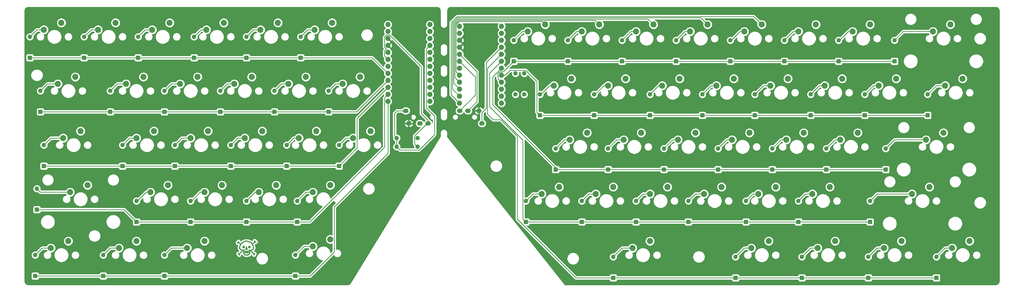
<source format=gbr>
%TF.GenerationSoftware,KiCad,Pcbnew,(5.1.6)-1*%
%TF.CreationDate,2020-11-23T11:28:14-06:00*%
%TF.ProjectId,kb,6b622e6b-6963-4616-945f-706362585858,rev?*%
%TF.SameCoordinates,Original*%
%TF.FileFunction,Copper,L1,Top*%
%TF.FilePolarity,Positive*%
%FSLAX46Y46*%
G04 Gerber Fmt 4.6, Leading zero omitted, Abs format (unit mm)*
G04 Created by KiCad (PCBNEW (5.1.6)-1) date 2020-11-23 11:28:14*
%MOMM*%
%LPD*%
G01*
G04 APERTURE LIST*
%TA.AperFunction,EtchedComponent*%
%ADD10C,0.381000*%
%TD*%
%TA.AperFunction,ComponentPad*%
%ADD11C,2.200000*%
%TD*%
%TA.AperFunction,ComponentPad*%
%ADD12O,2.000000X1.600000*%
%TD*%
%TA.AperFunction,ComponentPad*%
%ADD13O,1.600000X1.600000*%
%TD*%
%TA.AperFunction,ComponentPad*%
%ADD14C,1.600000*%
%TD*%
%TA.AperFunction,ComponentPad*%
%ADD15R,1.600000X1.600000*%
%TD*%
%TA.AperFunction,ComponentPad*%
%ADD16C,1.879600*%
%TD*%
%TA.AperFunction,Conductor*%
%ADD17C,0.250000*%
%TD*%
%TA.AperFunction,Conductor*%
%ADD18C,0.254000*%
%TD*%
G04 APERTURE END LIST*
D10*
%TO.C, *%
X109347000Y-106172000D02*
X109347000Y-106553000D01*
X109347000Y-106553000D02*
X109474000Y-106553000D01*
X108458000Y-105283000D02*
X109347000Y-106172000D01*
X109347000Y-106172000D02*
X109601000Y-106172000D01*
X103759000Y-102108000D02*
X103378000Y-102235000D01*
X103759000Y-102108000D02*
X103759000Y-101727000D01*
X104267000Y-102489000D02*
X103759000Y-102108000D01*
X104013000Y-106172000D02*
X104013000Y-106680000D01*
X104013000Y-106172000D02*
X103632000Y-106172000D01*
X105029000Y-105283000D02*
X104013000Y-106172000D01*
X109601000Y-101981000D02*
X110109000Y-101854000D01*
X109601000Y-101981000D02*
X109601000Y-101473000D01*
X108966000Y-102489000D02*
X109601000Y-101981000D01*
X106807000Y-105410000D02*
X106807000Y-105664000D01*
X106172000Y-105283000D02*
X107315000Y-105283000D01*
X107315000Y-105283000D02*
X107315000Y-105791000D01*
X107315000Y-105791000D02*
X106172000Y-105791000D01*
X106172000Y-105791000D02*
X106172000Y-105283000D01*
X105947981Y-103759000D02*
G75*
G03*
X105947981Y-103759000I-283981J0D01*
G01*
X107979981Y-103759000D02*
G75*
G03*
X107979981Y-103759000I-283981J0D01*
G01*
X106680000Y-103759000D02*
X106934000Y-104521000D01*
X106934000Y-104521000D02*
X106426000Y-104521000D01*
X106426000Y-104521000D02*
X106680000Y-103759000D01*
X105664000Y-106045000D02*
X105791000Y-106299000D01*
X105791000Y-106299000D02*
X106045000Y-106553000D01*
X106045000Y-106553000D02*
X106426000Y-106680000D01*
X107823000Y-104902000D02*
X107823000Y-105664000D01*
X107823000Y-105664000D02*
X107823000Y-106045000D01*
X107823000Y-106045000D02*
X107696000Y-106426000D01*
X107696000Y-106426000D02*
X107315000Y-106553000D01*
X107315000Y-106553000D02*
X106807000Y-106680000D01*
X106807000Y-106680000D02*
X106426000Y-106680000D01*
X105664000Y-106045000D02*
X105664000Y-105664000D01*
X105664000Y-105664000D02*
X105664000Y-104902000D01*
X104140000Y-104140000D02*
X104267000Y-104394000D01*
X104267000Y-104394000D02*
X104394000Y-104648000D01*
X104394000Y-104648000D02*
X104902000Y-104775000D01*
X104902000Y-104775000D02*
X105537000Y-104902000D01*
X105537000Y-104902000D02*
X105918000Y-104902000D01*
X104140000Y-104140000D02*
X104140000Y-103886000D01*
X104140000Y-103886000D02*
X104267000Y-103378000D01*
X104267000Y-103378000D02*
X104521000Y-102743000D01*
X104521000Y-102743000D02*
X105029000Y-102235000D01*
X105029000Y-102235000D02*
X105664000Y-101854000D01*
X105664000Y-101854000D02*
X106299000Y-101600000D01*
X106299000Y-101600000D02*
X106807000Y-101600000D01*
X106807000Y-101600000D02*
X107442000Y-101727000D01*
X107442000Y-101727000D02*
X108077000Y-101981000D01*
X108077000Y-101981000D02*
X108585000Y-102489000D01*
X108585000Y-102489000D02*
X108839000Y-102870000D01*
X108839000Y-102870000D02*
X109093000Y-103378000D01*
X109093000Y-103378000D02*
X109220000Y-103759000D01*
X109220000Y-103759000D02*
X109220000Y-104140000D01*
X109220000Y-104140000D02*
X109093000Y-104521000D01*
X109093000Y-104521000D02*
X108839000Y-104648000D01*
X108839000Y-104648000D02*
X108331000Y-104902000D01*
X108331000Y-104902000D02*
X107950000Y-104902000D01*
X107950000Y-104902000D02*
X107569000Y-104902000D01*
%TD*%
D11*
%TO.P,One1,2*%
%TO.N,Net-(D6-Pad2)*%
X52705000Y-24765000D03*
%TO.P,One1,1*%
%TO.N,Net-(A1-Pad1)*%
X59055000Y-22225000D03*
%TD*%
D12*
%TO.P,J3,S*%
%TO.N,Net-(B3-Pad21)*%
X192275000Y-58815000D03*
%TO.P,J3,T*%
%TO.N,Net-(B3-Pad3)*%
X191175000Y-54215000D03*
%TO.P,J3,R2*%
%TO.N,Net-(B3-Pad6)*%
X184175000Y-54215000D03*
%TO.P,J3,R1*%
%TO.N,Net-(B3-Pad5)*%
X187175000Y-54215000D03*
%TD*%
%TO.P,J1,S*%
%TO.N,Net-(B1-Pad21)*%
X164595000Y-54215000D03*
%TO.P,J1,T*%
%TO.N,Net-(B1-Pad3)*%
X165695000Y-58815000D03*
%TO.P,J1,R2*%
%TO.N,Net-(B1-Pad6)*%
X172695000Y-58815000D03*
%TO.P,J1,R1*%
%TO.N,Net-(B1-Pad5)*%
X169695000Y-58815000D03*
%TD*%
D11*
%TO.P,Zero1,2*%
%TO.N,Net-(D44-Pad2)*%
X287655000Y-25400000D03*
%TO.P,Zero1,1*%
%TO.N,Net-(B3-Pad12)*%
X294005000Y-22860000D03*
%TD*%
%TO.P,Y1,2*%
%TO.N,Net-(D30-Pad2)*%
X218440000Y-45085000D03*
%TO.P,Y1,1*%
%TO.N,Net-(B3-Pad8)*%
X224790000Y-42545000D03*
%TD*%
%TO.P,UnderScore1,2*%
%TO.N,Net-(D49-Pad2)*%
X307340000Y-25400000D03*
%TO.P,UnderScore1,1*%
%TO.N,Net-(B3-Pad13)*%
X313690000Y-22860000D03*
%TD*%
%TO.P,U1,2*%
%TO.N,Net-(D32-Pad2)*%
X238125000Y-45085000D03*
%TO.P,U1,1*%
%TO.N,Net-(B2-Pad1)*%
X244475000Y-42545000D03*
%TD*%
%TO.P,Six1,2*%
%TO.N,Net-(D29-Pad2)*%
X208915000Y-25400000D03*
%TO.P,Six1,1*%
%TO.N,Net-(B3-Pad8)*%
X215265000Y-22860000D03*
%TD*%
%TO.P,Seven1,2*%
%TO.N,Net-(D31-Pad2)*%
X228600000Y-25400000D03*
%TO.P,Seven1,1*%
%TO.N,Net-(B2-Pad1)*%
X234950000Y-22860000D03*
%TD*%
%TO.P,RightWindows1,2*%
%TO.N,Net-(D53-Pad2)*%
X314325000Y-104140000D03*
%TO.P,RightWindows1,1*%
%TO.N,Net-(B3-Pad13)*%
X320675000Y-101600000D03*
%TD*%
%TO.P,RightSpace1,2*%
%TO.N,Net-(D43-Pad2)*%
X247015000Y-104140000D03*
%TO.P,RightSpace1,1*%
%TO.N,Net-(B3-Pad11)*%
X253365000Y-101600000D03*
%TD*%
%TO.P,RightShift1,2*%
%TO.N,Net-(D62-Pad2)*%
X348615000Y-84455000D03*
%TO.P,RightShift1,1*%
%TO.N,Net-(B3-Pad15)*%
X354965000Y-81915000D03*
%TD*%
%TO.P,RightCtrl1,2*%
%TO.N,Net-(D63-Pad2)*%
X363220000Y-104140000D03*
%TO.P,RightCtrl1,1*%
%TO.N,Net-(B3-Pad15)*%
X369570000Y-101600000D03*
%TD*%
%TO.P,RightBracket1,2*%
%TO.N,Net-(D55-Pad2)*%
X336550000Y-45085000D03*
%TO.P,RightBracket1,1*%
%TO.N,Net-(B3-Pad14)*%
X342900000Y-42545000D03*
%TD*%
%TO.P,RightAlt1,2*%
%TO.N,Net-(D48-Pad2)*%
X290195000Y-104140000D03*
%TO.P,RightAlt1,1*%
%TO.N,Net-(B3-Pad12)*%
X296545000Y-101600000D03*
%TD*%
%TO.P,RightAlligaotr1,2*%
%TO.N,Net-(D52-Pad2)*%
X292735000Y-84455000D03*
%TO.P,RightAlligaotr1,1*%
%TO.N,Net-(B3-Pad13)*%
X299085000Y-81915000D03*
%TD*%
D13*
%TO.P,R5,2*%
%TO.N,Net-(B3-Pad21)*%
X204470000Y-40640000D03*
D14*
%TO.P,R5,1*%
%TO.N,Net-(B3-Pad6)*%
X204470000Y-48260000D03*
%TD*%
D13*
%TO.P,R4,2*%
%TO.N,Net-(B3-Pad21)*%
X207645000Y-40640000D03*
D14*
%TO.P,R4,1*%
%TO.N,Net-(B3-Pad5)*%
X207645000Y-48260000D03*
%TD*%
D11*
%TO.P,QuoteSign1,2*%
%TO.N,Net-(D56-Pad2)*%
X322580000Y-64770000D03*
%TO.P,QuoteSign1,1*%
%TO.N,Net-(B3-Pad14)*%
X328930000Y-62230000D03*
%TD*%
%TO.P,QuestionMark1,2*%
%TO.N,Net-(D57-Pad2)*%
X312420000Y-84455000D03*
%TO.P,QuestionMark1,1*%
%TO.N,Net-(B3-Pad14)*%
X318770000Y-81915000D03*
%TD*%
%TO.P,P1,2*%
%TO.N,Net-(D45-Pad2)*%
X297180000Y-45085000D03*
%TO.P,P1,1*%
%TO.N,Net-(B3-Pad12)*%
X303530000Y-42545000D03*
%TD*%
%TO.P,O1,2*%
%TO.N,Net-(D40-Pad2)*%
X277495000Y-45085000D03*
%TO.P,O1,1*%
%TO.N,Net-(B3-Pad11)*%
X283845000Y-42545000D03*
%TD*%
%TO.P,Nine1,2*%
%TO.N,Net-(D39-Pad2)*%
X267970000Y-25400000D03*
%TO.P,Nine1,1*%
%TO.N,Net-(B3-Pad11)*%
X274320000Y-22860000D03*
%TD*%
%TO.P,N1,2*%
%TO.N,Net-(D38-Pad2)*%
X233680000Y-84455000D03*
%TO.P,N1,1*%
%TO.N,Net-(B3-Pad10)*%
X240030000Y-81915000D03*
%TD*%
%TO.P,MenuButton1,2*%
%TO.N,Net-(D58-Pad2)*%
X338455000Y-104140000D03*
%TO.P,MenuButton1,1*%
%TO.N,Net-(B3-Pad14)*%
X344805000Y-101600000D03*
%TD*%
%TO.P,M1,2*%
%TO.N,Net-(D42-Pad2)*%
X253365000Y-84455000D03*
%TO.P,M1,1*%
%TO.N,Net-(B3-Pad11)*%
X259715000Y-81915000D03*
%TD*%
%TO.P,LeftBracket1,2*%
%TO.N,Net-(D50-Pad2)*%
X316865000Y-45085000D03*
%TO.P,LeftBracket1,1*%
%TO.N,Net-(B3-Pad13)*%
X323215000Y-42545000D03*
%TD*%
%TO.P,LeftAligator1,2*%
%TO.N,Net-(D47-Pad2)*%
X273050000Y-84455000D03*
%TO.P,LeftAligator1,1*%
%TO.N,Net-(B3-Pad12)*%
X279400000Y-81915000D03*
%TD*%
%TO.P,L1,2*%
%TO.N,Net-(D46-Pad2)*%
X283210000Y-64770000D03*
%TO.P,L1,1*%
%TO.N,Net-(B3-Pad12)*%
X289560000Y-62230000D03*
%TD*%
%TO.P,K1,2*%
%TO.N,Net-(D41-Pad2)*%
X263525000Y-64770000D03*
%TO.P,K1,1*%
%TO.N,Net-(B3-Pad11)*%
X269875000Y-62230000D03*
%TD*%
%TO.P,J2,2*%
%TO.N,Net-(D37-Pad2)*%
X243840000Y-64770000D03*
%TO.P,J2,1*%
%TO.N,Net-(B3-Pad10)*%
X250190000Y-62230000D03*
%TD*%
%TO.P,I1,2*%
%TO.N,Net-(D36-Pad2)*%
X257810000Y-45085000D03*
%TO.P,I1,1*%
%TO.N,Net-(B3-Pad10)*%
X264160000Y-42545000D03*
%TD*%
%TO.P,H1,2*%
%TO.N,Net-(D33-Pad2)*%
X224155000Y-64770000D03*
%TO.P,H1,1*%
%TO.N,Net-(B2-Pad1)*%
X230505000Y-62230000D03*
%TD*%
%TO.P,EqualsSign1,2*%
%TO.N,Net-(D54-Pad2)*%
X327025000Y-25400000D03*
%TO.P,EqualsSign1,1*%
%TO.N,Net-(B3-Pad14)*%
X333375000Y-22860000D03*
%TD*%
%TO.P,Enter1,2*%
%TO.N,Net-(D61-Pad2)*%
X353695000Y-64770000D03*
%TO.P,Enter1,1*%
%TO.N,Net-(B3-Pad15)*%
X360045000Y-62230000D03*
%TD*%
%TO.P,Eight1,2*%
%TO.N,Net-(D35-Pad2)*%
X248285000Y-25400000D03*
%TO.P,Eight1,1*%
%TO.N,Net-(B3-Pad10)*%
X254635000Y-22860000D03*
%TD*%
D13*
%TO.P,D63,2*%
%TO.N,Net-(D63-Pad2)*%
X357505000Y-107315000D03*
D15*
%TO.P,D63,1*%
%TO.N,Net-(B3-Pad20)*%
X357505000Y-114935000D03*
%TD*%
D13*
%TO.P,D62,2*%
%TO.N,Net-(D62-Pad2)*%
X333375000Y-86995000D03*
D15*
%TO.P,D62,1*%
%TO.N,Net-(B3-Pad19)*%
X333375000Y-94615000D03*
%TD*%
D13*
%TO.P,D61,2*%
%TO.N,Net-(D61-Pad2)*%
X339090000Y-67945000D03*
D15*
%TO.P,D61,1*%
%TO.N,Net-(B3-Pad18)*%
X339090000Y-75565000D03*
%TD*%
D13*
%TO.P,D60,2*%
%TO.N,Net-(Bar1-Pad2)*%
X354330000Y-48260000D03*
D15*
%TO.P,D60,1*%
%TO.N,Net-(B3-Pad17)*%
X354330000Y-55880000D03*
%TD*%
D13*
%TO.P,D59,2*%
%TO.N,Net-(Bckspce1-Pad2)*%
X342265000Y-28575000D03*
D15*
%TO.P,D59,1*%
%TO.N,Net-(B3-Pad16)*%
X342265000Y-36195000D03*
%TD*%
D13*
%TO.P,D58,2*%
%TO.N,Net-(D58-Pad2)*%
X332740000Y-107315000D03*
D15*
%TO.P,D58,1*%
%TO.N,Net-(B3-Pad20)*%
X332740000Y-114935000D03*
%TD*%
D13*
%TO.P,D57,2*%
%TO.N,Net-(D57-Pad2)*%
X307340000Y-86995000D03*
D15*
%TO.P,D57,1*%
%TO.N,Net-(B3-Pad19)*%
X307340000Y-94615000D03*
%TD*%
D13*
%TO.P,D56,2*%
%TO.N,Net-(D56-Pad2)*%
X317500000Y-67945000D03*
D15*
%TO.P,D56,1*%
%TO.N,Net-(B3-Pad18)*%
X317500000Y-75565000D03*
%TD*%
D13*
%TO.P,D55,2*%
%TO.N,Net-(D55-Pad2)*%
X331470000Y-48260000D03*
D15*
%TO.P,D55,1*%
%TO.N,Net-(B3-Pad17)*%
X331470000Y-55880000D03*
%TD*%
D13*
%TO.P,D54,2*%
%TO.N,Net-(D54-Pad2)*%
X321945000Y-28575000D03*
D15*
%TO.P,D54,1*%
%TO.N,Net-(B3-Pad16)*%
X321945000Y-36195000D03*
%TD*%
D13*
%TO.P,D53,2*%
%TO.N,Net-(D53-Pad2)*%
X308610000Y-107315000D03*
D15*
%TO.P,D53,1*%
%TO.N,Net-(B3-Pad20)*%
X308610000Y-114935000D03*
%TD*%
D13*
%TO.P,D52,2*%
%TO.N,Net-(D52-Pad2)*%
X288290000Y-86995000D03*
D15*
%TO.P,D52,1*%
%TO.N,Net-(B3-Pad19)*%
X288290000Y-94615000D03*
%TD*%
D13*
%TO.P,D51,2*%
%TO.N,Net-(Colon1-Pad2)*%
X297815000Y-67945000D03*
D15*
%TO.P,D51,1*%
%TO.N,Net-(B3-Pad18)*%
X297815000Y-75565000D03*
%TD*%
D13*
%TO.P,D50,2*%
%TO.N,Net-(D50-Pad2)*%
X311785000Y-48260000D03*
D15*
%TO.P,D50,1*%
%TO.N,Net-(B3-Pad17)*%
X311785000Y-55880000D03*
%TD*%
D13*
%TO.P,D49,2*%
%TO.N,Net-(D49-Pad2)*%
X302260000Y-28575000D03*
D15*
%TO.P,D49,1*%
%TO.N,Net-(B3-Pad16)*%
X302260000Y-36195000D03*
%TD*%
D13*
%TO.P,D48,2*%
%TO.N,Net-(D48-Pad2)*%
X284480000Y-107315000D03*
D15*
%TO.P,D48,1*%
%TO.N,Net-(B3-Pad20)*%
X284480000Y-114935000D03*
%TD*%
D13*
%TO.P,D47,2*%
%TO.N,Net-(D47-Pad2)*%
X267335000Y-86995000D03*
D15*
%TO.P,D47,1*%
%TO.N,Net-(B3-Pad19)*%
X267335000Y-94615000D03*
%TD*%
D13*
%TO.P,D46,2*%
%TO.N,Net-(D46-Pad2)*%
X278130000Y-67945000D03*
D15*
%TO.P,D46,1*%
%TO.N,Net-(B3-Pad18)*%
X278130000Y-75565000D03*
%TD*%
D13*
%TO.P,D45,2*%
%TO.N,Net-(D45-Pad2)*%
X291465000Y-48260000D03*
D15*
%TO.P,D45,1*%
%TO.N,Net-(B3-Pad17)*%
X291465000Y-55880000D03*
%TD*%
D13*
%TO.P,D44,2*%
%TO.N,Net-(D44-Pad2)*%
X282575000Y-28575000D03*
D15*
%TO.P,D44,1*%
%TO.N,Net-(B3-Pad16)*%
X282575000Y-36195000D03*
%TD*%
D13*
%TO.P,D43,2*%
%TO.N,Net-(D43-Pad2)*%
X240030000Y-107315000D03*
D15*
%TO.P,D43,1*%
%TO.N,Net-(B3-Pad20)*%
X240030000Y-114935000D03*
%TD*%
D13*
%TO.P,D42,2*%
%TO.N,Net-(D42-Pad2)*%
X248285000Y-86995000D03*
D15*
%TO.P,D42,1*%
%TO.N,Net-(B3-Pad19)*%
X248285000Y-94615000D03*
%TD*%
D13*
%TO.P,D41,2*%
%TO.N,Net-(D41-Pad2)*%
X258445000Y-67945000D03*
D15*
%TO.P,D41,1*%
%TO.N,Net-(B3-Pad18)*%
X258445000Y-75565000D03*
%TD*%
D13*
%TO.P,D40,2*%
%TO.N,Net-(D40-Pad2)*%
X272415000Y-48260000D03*
D15*
%TO.P,D40,1*%
%TO.N,Net-(B3-Pad17)*%
X272415000Y-55880000D03*
%TD*%
D13*
%TO.P,D39,2*%
%TO.N,Net-(D39-Pad2)*%
X262890000Y-28575000D03*
D15*
%TO.P,D39,1*%
%TO.N,Net-(B3-Pad16)*%
X262890000Y-36195000D03*
%TD*%
D13*
%TO.P,D38,2*%
%TO.N,Net-(D38-Pad2)*%
X228600000Y-86995000D03*
D15*
%TO.P,D38,1*%
%TO.N,Net-(B3-Pad19)*%
X228600000Y-94615000D03*
%TD*%
D13*
%TO.P,D37,2*%
%TO.N,Net-(D37-Pad2)*%
X238125000Y-67945000D03*
D15*
%TO.P,D37,1*%
%TO.N,Net-(B3-Pad18)*%
X238125000Y-75565000D03*
%TD*%
D13*
%TO.P,D36,2*%
%TO.N,Net-(D36-Pad2)*%
X253365000Y-48260000D03*
D15*
%TO.P,D36,1*%
%TO.N,Net-(B3-Pad17)*%
X253365000Y-55880000D03*
%TD*%
D13*
%TO.P,D35,2*%
%TO.N,Net-(D35-Pad2)*%
X243205000Y-28575000D03*
D15*
%TO.P,D35,1*%
%TO.N,Net-(B3-Pad16)*%
X243205000Y-36195000D03*
%TD*%
D13*
%TO.P,D34,2*%
%TO.N,Net-(B2-Pad2)*%
X208280000Y-86995000D03*
D15*
%TO.P,D34,1*%
%TO.N,Net-(B3-Pad19)*%
X208280000Y-94615000D03*
%TD*%
D13*
%TO.P,D33,2*%
%TO.N,Net-(D33-Pad2)*%
X219075000Y-67945000D03*
D15*
%TO.P,D33,1*%
%TO.N,Net-(B3-Pad18)*%
X219075000Y-75565000D03*
%TD*%
D13*
%TO.P,D32,2*%
%TO.N,Net-(D32-Pad2)*%
X233045000Y-48260000D03*
D15*
%TO.P,D32,1*%
%TO.N,Net-(B3-Pad17)*%
X233045000Y-55880000D03*
%TD*%
D13*
%TO.P,D31,2*%
%TO.N,Net-(D31-Pad2)*%
X223520000Y-28575000D03*
D15*
%TO.P,D31,1*%
%TO.N,Net-(B3-Pad16)*%
X223520000Y-36195000D03*
%TD*%
D13*
%TO.P,D30,2*%
%TO.N,Net-(D30-Pad2)*%
X213360000Y-48260000D03*
D15*
%TO.P,D30,1*%
%TO.N,Net-(B3-Pad17)*%
X213360000Y-55880000D03*
%TD*%
D13*
%TO.P,D29,2*%
%TO.N,Net-(D29-Pad2)*%
X203835000Y-28575000D03*
D15*
%TO.P,D29,1*%
%TO.N,Net-(B3-Pad16)*%
X203835000Y-36195000D03*
%TD*%
D11*
%TO.P,Colon1,2*%
%TO.N,Net-(Colon1-Pad2)*%
X302895000Y-64770000D03*
%TO.P,Colon1,1*%
%TO.N,Net-(B3-Pad13)*%
X309245000Y-62230000D03*
%TD*%
%TO.P,Bckspce1,2*%
%TO.N,Net-(Bckspce1-Pad2)*%
X356235000Y-25400000D03*
%TO.P,Bckspce1,1*%
%TO.N,Net-(B3-Pad15)*%
X362585000Y-22860000D03*
%TD*%
%TO.P,Bar1,2*%
%TO.N,Net-(Bar1-Pad2)*%
X360680000Y-45085000D03*
%TO.P,Bar1,1*%
%TO.N,Net-(B3-Pad15)*%
X367030000Y-42545000D03*
%TD*%
D16*
%TO.P,B3,24*%
%TO.N,Net-(B3-Pad24)*%
X199390000Y-23495000D03*
%TO.P,B3,23*%
%TO.N,Net-(B3-Pad23)*%
X199390000Y-26035000D03*
%TO.P,B3,22*%
%TO.N,Net-(B3-Pad22)*%
X199390000Y-28575000D03*
%TO.P,B3,21*%
%TO.N,Net-(B3-Pad21)*%
X199390000Y-31115000D03*
%TO.P,B3,20*%
%TO.N,Net-(B3-Pad20)*%
X199390000Y-33655000D03*
%TO.P,B3,19*%
%TO.N,Net-(B3-Pad19)*%
X199390000Y-36195000D03*
%TO.P,B3,18*%
%TO.N,Net-(B3-Pad18)*%
X199390000Y-38735000D03*
%TO.P,B3,17*%
%TO.N,Net-(B3-Pad17)*%
X199390000Y-41275000D03*
%TO.P,B3,16*%
%TO.N,Net-(B3-Pad16)*%
X199390000Y-43815000D03*
%TO.P,B3,15*%
%TO.N,Net-(B3-Pad15)*%
X199390000Y-46355000D03*
%TO.P,B3,14*%
%TO.N,Net-(B3-Pad14)*%
X199390000Y-48895000D03*
%TO.P,B3,13*%
%TO.N,Net-(B3-Pad13)*%
X199390000Y-51435000D03*
%TO.P,B3,12*%
%TO.N,Net-(B3-Pad12)*%
X184150000Y-51435000D03*
%TO.P,B3,11*%
%TO.N,Net-(B3-Pad11)*%
X184150000Y-48895000D03*
%TO.P,B3,10*%
%TO.N,Net-(B3-Pad10)*%
X184150000Y-46355000D03*
%TO.P,B3,9*%
%TO.N,Net-(B2-Pad1)*%
X184150000Y-43815000D03*
%TO.P,B3,8*%
%TO.N,Net-(B3-Pad8)*%
X184150000Y-41275000D03*
%TO.P,B3,7*%
%TO.N,Net-(B3-Pad7)*%
X184150000Y-38735000D03*
%TO.P,B3,6*%
%TO.N,Net-(B3-Pad6)*%
X184150000Y-36195000D03*
%TO.P,B3,5*%
%TO.N,Net-(B3-Pad5)*%
X184150000Y-33655000D03*
%TO.P,B3,4*%
%TO.N,Net-(B3-Pad3)*%
X184150000Y-31115000D03*
%TO.P,B3,3*%
X184150000Y-28575000D03*
%TO.P,B3,2*%
%TO.N,Net-(B3-Pad2)*%
X184150000Y-26035000D03*
%TO.P,B3,1*%
%TO.N,Net-(B3-Pad1)*%
X184150000Y-23495000D03*
%TD*%
D11*
%TO.P,B2,2*%
%TO.N,Net-(B2-Pad2)*%
X213995000Y-84455000D03*
%TO.P,B2,1*%
%TO.N,Net-(B2-Pad1)*%
X220345000Y-81915000D03*
%TD*%
%TO.P,Z1,2*%
%TO.N,Net-(D9-Pad2)*%
X71755000Y-83820000D03*
%TO.P,Z1,1*%
%TO.N,Net-(A1-Pad1)*%
X78105000Y-81280000D03*
%TD*%
%TO.P,X1,2*%
%TO.N,Net-(D14-Pad2)*%
X91440000Y-83820000D03*
%TO.P,X1,1*%
%TO.N,Net-(Alt1-Pad1)*%
X97790000Y-81280000D03*
%TD*%
%TO.P,Windows1,2*%
%TO.N,Net-(D10-Pad2)*%
X60325000Y-104140000D03*
%TO.P,Windows1,1*%
%TO.N,Net-(A1-Pad1)*%
X66675000Y-101600000D03*
%TD*%
%TO.P,W1,2*%
%TO.N,Net-(D12-Pad2)*%
X82550000Y-44450000D03*
%TO.P,W1,1*%
%TO.N,Net-(Alt1-Pad1)*%
X88900000Y-41910000D03*
%TD*%
%TO.P,V1,2*%
%TO.N,Net-(D24-Pad2)*%
X130810000Y-83820000D03*
%TO.P,V1,1*%
%TO.N,Net-(B1-Pad14)*%
X137160000Y-81280000D03*
%TD*%
%TO.P,Two1,2*%
%TO.N,Net-(D11-Pad2)*%
X72390000Y-24765000D03*
%TO.P,Two1,1*%
%TO.N,Net-(Alt1-Pad1)*%
X78740000Y-22225000D03*
%TD*%
%TO.P,three1,2*%
%TO.N,Net-(D16-Pad2)*%
X92075000Y-24765000D03*
%TO.P,three1,1*%
%TO.N,Net-(B1-Pad15)*%
X98425000Y-22225000D03*
%TD*%
%TO.P,Tab1,2*%
%TO.N,Net-(D2-Pad2)*%
X38100000Y-44450000D03*
%TO.P,Tab1,1*%
%TO.N,Net-(B1-Pad18)*%
X44450000Y-41910000D03*
%TD*%
%TO.P,T1,2*%
%TO.N,Net-(D26-Pad2)*%
X141605000Y-44450000D03*
%TO.P,T1,1*%
%TO.N,Net-(B1-Pad13)*%
X147955000Y-41910000D03*
%TD*%
%TO.P,Space1,2*%
%TO.N,Net-(D20-Pad2)*%
X130810000Y-103505000D03*
%TO.P,Space1,1*%
%TO.N,Net-(B1-Pad15)*%
X137160000Y-100965000D03*
%TD*%
%TO.P,Shift1,2*%
%TO.N,Net-(D4-Pad2)*%
X42545000Y-83820000D03*
%TO.P,Shift1,1*%
%TO.N,Net-(B1-Pad18)*%
X48895000Y-81280000D03*
%TD*%
%TO.P,S1,2*%
%TO.N,Net-(D13-Pad2)*%
X86360000Y-64135000D03*
%TO.P,S1,1*%
%TO.N,Net-(Alt1-Pad1)*%
X92710000Y-61595000D03*
%TD*%
%TO.P,R3,2*%
%TO.N,Net-(D22-Pad2)*%
X121920000Y-44450000D03*
%TO.P,R3,1*%
%TO.N,Net-(B1-Pad14)*%
X128270000Y-41910000D03*
%TD*%
D13*
%TO.P,R2,2*%
%TO.N,Net-(B1-Pad21)*%
X161290000Y-67310000D03*
D14*
%TO.P,R2,1*%
%TO.N,Net-(B1-Pad6)*%
X168910000Y-67310000D03*
%TD*%
D13*
%TO.P,R1,2*%
%TO.N,Net-(B1-Pad21)*%
X161290000Y-64135000D03*
D14*
%TO.P,R1,1*%
%TO.N,Net-(B1-Pad5)*%
X168910000Y-64135000D03*
%TD*%
D11*
%TO.P,Q1,2*%
%TO.N,Net-(D7-Pad2)*%
X62865000Y-44450000D03*
%TO.P,Q1,1*%
%TO.N,Net-(A1-Pad1)*%
X69215000Y-41910000D03*
%TD*%
%TO.P,G1,2*%
%TO.N,Net-(D27-Pad2)*%
X145415000Y-64135000D03*
%TO.P,G1,1*%
%TO.N,Net-(B1-Pad13)*%
X151765000Y-61595000D03*
%TD*%
%TO.P,Four1,2*%
%TO.N,Net-(D21-Pad2)*%
X111760000Y-24765000D03*
%TO.P,Four1,1*%
%TO.N,Net-(B1-Pad14)*%
X118110000Y-22225000D03*
%TD*%
%TO.P,Five1,2*%
%TO.N,Net-(D25-Pad2)*%
X131445000Y-24765000D03*
%TO.P,Five1,1*%
%TO.N,Net-(B1-Pad13)*%
X137795000Y-22225000D03*
%TD*%
%TO.P,F1,2*%
%TO.N,Net-(D23-Pad2)*%
X125730000Y-64135000D03*
%TO.P,F1,1*%
%TO.N,Net-(B1-Pad14)*%
X132080000Y-61595000D03*
%TD*%
%TO.P,esc1,2*%
%TO.N,Net-(D1-Pad2)*%
X33020000Y-24765000D03*
%TO.P,esc1,1*%
%TO.N,Net-(B1-Pad18)*%
X39370000Y-22225000D03*
%TD*%
%TO.P,E1,2*%
%TO.N,Net-(D17-Pad2)*%
X102235000Y-44450000D03*
%TO.P,E1,1*%
%TO.N,Net-(B1-Pad15)*%
X108585000Y-41910000D03*
%TD*%
%TO.P,D28,2*%
%TO.N,Net-(D18-Pad2)*%
X106045000Y-64135000D03*
%TO.P,D28,1*%
%TO.N,Net-(B1-Pad15)*%
X112395000Y-61595000D03*
%TD*%
D13*
%TO.P,D27,2*%
%TO.N,Net-(D27-Pad2)*%
X140335000Y-66675000D03*
D15*
%TO.P,D27,1*%
%TO.N,Net-(B1-Pad10)*%
X140335000Y-74295000D03*
%TD*%
D13*
%TO.P,D26,2*%
%TO.N,Net-(D26-Pad2)*%
X136525000Y-46990000D03*
D15*
%TO.P,D26,1*%
%TO.N,Net-(B1-Pad9)*%
X136525000Y-54610000D03*
%TD*%
D13*
%TO.P,D25,2*%
%TO.N,Net-(D25-Pad2)*%
X126365000Y-27305000D03*
D15*
%TO.P,D25,1*%
%TO.N,Net-(B1-Pad8)*%
X126365000Y-34925000D03*
%TD*%
D13*
%TO.P,D24,2*%
%TO.N,Net-(D24-Pad2)*%
X125095000Y-86995000D03*
D15*
%TO.P,D24,1*%
%TO.N,Net-(B1-Pad11)*%
X125095000Y-94615000D03*
%TD*%
D13*
%TO.P,D23,2*%
%TO.N,Net-(D23-Pad2)*%
X121285000Y-66675000D03*
D15*
%TO.P,D23,1*%
%TO.N,Net-(B1-Pad10)*%
X121285000Y-74295000D03*
%TD*%
D13*
%TO.P,D22,2*%
%TO.N,Net-(D22-Pad2)*%
X116840000Y-46990000D03*
D15*
%TO.P,D22,1*%
%TO.N,Net-(B1-Pad9)*%
X116840000Y-54610000D03*
%TD*%
D13*
%TO.P,D21,2*%
%TO.N,Net-(D21-Pad2)*%
X106680000Y-27305000D03*
D15*
%TO.P,D21,1*%
%TO.N,Net-(B1-Pad8)*%
X106680000Y-34925000D03*
%TD*%
D13*
%TO.P,D20,2*%
%TO.N,Net-(D20-Pad2)*%
X124460000Y-106680000D03*
D15*
%TO.P,D20,1*%
%TO.N,Net-(B1-Pad12)*%
X124460000Y-114300000D03*
%TD*%
D13*
%TO.P,D19,2*%
%TO.N,Net-(C1-Pad2)*%
X106680000Y-86995000D03*
D15*
%TO.P,D19,1*%
%TO.N,Net-(B1-Pad11)*%
X106680000Y-94615000D03*
%TD*%
D13*
%TO.P,D18,2*%
%TO.N,Net-(D18-Pad2)*%
X100965000Y-66675000D03*
D15*
%TO.P,D18,1*%
%TO.N,Net-(B1-Pad10)*%
X100965000Y-74295000D03*
%TD*%
D13*
%TO.P,D17,2*%
%TO.N,Net-(D17-Pad2)*%
X97155000Y-46990000D03*
D15*
%TO.P,D17,1*%
%TO.N,Net-(B1-Pad9)*%
X97155000Y-54610000D03*
%TD*%
D13*
%TO.P,D16,2*%
%TO.N,Net-(D16-Pad2)*%
X87630000Y-27305000D03*
D15*
%TO.P,D16,1*%
%TO.N,Net-(B1-Pad8)*%
X87630000Y-34925000D03*
%TD*%
D13*
%TO.P,D15,2*%
%TO.N,Net-(Alt1-Pad2)*%
X76835000Y-106680000D03*
D15*
%TO.P,D15,1*%
%TO.N,Net-(B1-Pad12)*%
X76835000Y-114300000D03*
%TD*%
D13*
%TO.P,D14,2*%
%TO.N,Net-(D14-Pad2)*%
X86360000Y-86995000D03*
D15*
%TO.P,D14,1*%
%TO.N,Net-(B1-Pad11)*%
X86360000Y-94615000D03*
%TD*%
D13*
%TO.P,D13,2*%
%TO.N,Net-(D13-Pad2)*%
X80645000Y-66675000D03*
D15*
%TO.P,D13,1*%
%TO.N,Net-(B1-Pad10)*%
X80645000Y-74295000D03*
%TD*%
D13*
%TO.P,D12,2*%
%TO.N,Net-(D12-Pad2)*%
X76835000Y-46990000D03*
D15*
%TO.P,D12,1*%
%TO.N,Net-(B1-Pad9)*%
X76835000Y-54610000D03*
%TD*%
D13*
%TO.P,D11,2*%
%TO.N,Net-(D11-Pad2)*%
X67310000Y-27305000D03*
D15*
%TO.P,D11,1*%
%TO.N,Net-(B1-Pad8)*%
X67310000Y-34925000D03*
%TD*%
D13*
%TO.P,D10,2*%
%TO.N,Net-(D10-Pad2)*%
X54610000Y-106680000D03*
D15*
%TO.P,D10,1*%
%TO.N,Net-(B1-Pad12)*%
X54610000Y-114300000D03*
%TD*%
D13*
%TO.P,D9,2*%
%TO.N,Net-(D9-Pad2)*%
X66675000Y-86995000D03*
D15*
%TO.P,D9,1*%
%TO.N,Net-(B1-Pad11)*%
X66675000Y-94615000D03*
%TD*%
D13*
%TO.P,D8,2*%
%TO.N,Net-(A1-Pad2)*%
X61595000Y-66675000D03*
D15*
%TO.P,D8,1*%
%TO.N,Net-(B1-Pad10)*%
X61595000Y-74295000D03*
%TD*%
D13*
%TO.P,D7,2*%
%TO.N,Net-(D7-Pad2)*%
X57150000Y-46990000D03*
D15*
%TO.P,D7,1*%
%TO.N,Net-(B1-Pad9)*%
X57150000Y-54610000D03*
%TD*%
D13*
%TO.P,D6,2*%
%TO.N,Net-(D6-Pad2)*%
X47625000Y-27305000D03*
D15*
%TO.P,D6,1*%
%TO.N,Net-(B1-Pad8)*%
X47625000Y-34925000D03*
%TD*%
D13*
%TO.P,D5,2*%
%TO.N,Net-(Ctrl1-Pad2)*%
X29845000Y-106680000D03*
D15*
%TO.P,D5,1*%
%TO.N,Net-(B1-Pad12)*%
X29845000Y-114300000D03*
%TD*%
D13*
%TO.P,D4,2*%
%TO.N,Net-(D4-Pad2)*%
X30480000Y-82550000D03*
D15*
%TO.P,D4,1*%
%TO.N,Net-(B1-Pad11)*%
X30480000Y-90170000D03*
%TD*%
D13*
%TO.P,D3,2*%
%TO.N,Net-(Caps1-Pad2)*%
X33020000Y-66675000D03*
D15*
%TO.P,D3,1*%
%TO.N,Net-(B1-Pad10)*%
X33020000Y-74295000D03*
%TD*%
D13*
%TO.P,D2,2*%
%TO.N,Net-(D2-Pad2)*%
X31750000Y-46990000D03*
D15*
%TO.P,D2,1*%
%TO.N,Net-(B1-Pad9)*%
X31750000Y-54610000D03*
%TD*%
D13*
%TO.P,D1,2*%
%TO.N,Net-(D1-Pad2)*%
X27940000Y-27305000D03*
D15*
%TO.P,D1,1*%
%TO.N,Net-(B1-Pad8)*%
X27940000Y-34925000D03*
%TD*%
D11*
%TO.P,Ctrl1,2*%
%TO.N,Net-(Ctrl1-Pad2)*%
X35560000Y-104140000D03*
%TO.P,Ctrl1,1*%
%TO.N,Net-(B1-Pad18)*%
X41910000Y-101600000D03*
%TD*%
%TO.P,Caps1,2*%
%TO.N,Net-(Caps1-Pad2)*%
X40005000Y-64135000D03*
%TO.P,Caps1,1*%
%TO.N,Net-(B1-Pad18)*%
X46355000Y-61595000D03*
%TD*%
%TO.P,C1,2*%
%TO.N,Net-(C1-Pad2)*%
X111125000Y-83820000D03*
%TO.P,C1,1*%
%TO.N,Net-(B1-Pad15)*%
X117475000Y-81280000D03*
%TD*%
D16*
%TO.P,B1,24*%
%TO.N,Net-(B1-Pad24)*%
X173355000Y-22860000D03*
%TO.P,B1,23*%
%TO.N,Net-(B1-Pad23)*%
X173355000Y-25400000D03*
%TO.P,B1,22*%
%TO.N,Net-(B1-Pad22)*%
X173355000Y-27940000D03*
%TO.P,B1,21*%
%TO.N,Net-(B1-Pad21)*%
X173355000Y-30480000D03*
%TO.P,B1,20*%
%TO.N,Net-(B1-Pad20)*%
X173355000Y-33020000D03*
%TO.P,B1,19*%
%TO.N,Net-(B1-Pad19)*%
X173355000Y-35560000D03*
%TO.P,B1,18*%
%TO.N,Net-(B1-Pad18)*%
X173355000Y-38100000D03*
%TO.P,B1,17*%
%TO.N,Net-(A1-Pad1)*%
X173355000Y-40640000D03*
%TO.P,B1,16*%
%TO.N,Net-(Alt1-Pad1)*%
X173355000Y-43180000D03*
%TO.P,B1,15*%
%TO.N,Net-(B1-Pad15)*%
X173355000Y-45720000D03*
%TO.P,B1,14*%
%TO.N,Net-(B1-Pad14)*%
X173355000Y-48260000D03*
%TO.P,B1,13*%
%TO.N,Net-(B1-Pad13)*%
X173355000Y-50800000D03*
%TO.P,B1,12*%
%TO.N,Net-(B1-Pad12)*%
X158115000Y-50800000D03*
%TO.P,B1,11*%
%TO.N,Net-(B1-Pad11)*%
X158115000Y-48260000D03*
%TO.P,B1,10*%
%TO.N,Net-(B1-Pad10)*%
X158115000Y-45720000D03*
%TO.P,B1,9*%
%TO.N,Net-(B1-Pad9)*%
X158115000Y-43180000D03*
%TO.P,B1,8*%
%TO.N,Net-(B1-Pad8)*%
X158115000Y-40640000D03*
%TO.P,B1,7*%
%TO.N,Net-(B1-Pad7)*%
X158115000Y-38100000D03*
%TO.P,B1,6*%
%TO.N,Net-(B1-Pad6)*%
X158115000Y-35560000D03*
%TO.P,B1,5*%
%TO.N,Net-(B1-Pad5)*%
X158115000Y-33020000D03*
%TO.P,B1,4*%
%TO.N,Net-(B1-Pad3)*%
X158115000Y-30480000D03*
%TO.P,B1,3*%
X158115000Y-27940000D03*
%TO.P,B1,2*%
%TO.N,Net-(B1-Pad2)*%
X158115000Y-25400000D03*
%TO.P,B1,1*%
%TO.N,Net-(B1-Pad1)*%
X158115000Y-22860000D03*
%TD*%
D11*
%TO.P,Alt1,2*%
%TO.N,Net-(Alt1-Pad2)*%
X85090000Y-104140000D03*
%TO.P,Alt1,1*%
%TO.N,Net-(Alt1-Pad1)*%
X91440000Y-101600000D03*
%TD*%
%TO.P,A1,2*%
%TO.N,Net-(A1-Pad2)*%
X66675000Y-64135000D03*
%TO.P,A1,1*%
%TO.N,Net-(A1-Pad1)*%
X73025000Y-61595000D03*
%TD*%
D17*
%TO.N,Net-(A1-Pad2)*%
X64135000Y-64135000D02*
X61595000Y-66675000D01*
X66675000Y-64135000D02*
X64135000Y-64135000D01*
%TO.N,Net-(Alt1-Pad2)*%
X79375000Y-104140000D02*
X76835000Y-106680000D01*
X85090000Y-104140000D02*
X79375000Y-104140000D01*
%TO.N,Net-(B1-Pad21)*%
X161290000Y-67310000D02*
X161290000Y-64135000D01*
X160490001Y-55144999D02*
X161420000Y-54215000D01*
X160490001Y-63335001D02*
X160490001Y-55144999D01*
X161290000Y-64135000D02*
X160490001Y-63335001D01*
X162415001Y-68435001D02*
X161290000Y-67310000D01*
X169450001Y-68435001D02*
X162415001Y-68435001D01*
X173355000Y-30480000D02*
X172090199Y-31744801D01*
X172090199Y-31744801D02*
X172090199Y-53237197D01*
X172090199Y-53237197D02*
X175020001Y-56166999D01*
X175020001Y-56166999D02*
X175020001Y-62865001D01*
X175020001Y-62865001D02*
X169450001Y-68435001D01*
X161420000Y-54215000D02*
X164595000Y-54215000D01*
%TO.N,Net-(B1-Pad12)*%
X29845000Y-114300000D02*
X124460000Y-114300000D01*
X138585001Y-89214001D02*
X158115000Y-69684002D01*
X138585001Y-105521001D02*
X138585001Y-89214001D01*
X129806002Y-114300000D02*
X138585001Y-105521001D01*
X158115000Y-69684002D02*
X158115000Y-50800000D01*
X124460000Y-114300000D02*
X129806002Y-114300000D01*
%TO.N,Net-(B1-Pad11)*%
X62230000Y-90170000D02*
X66675000Y-94615000D01*
X30480000Y-90170000D02*
X62230000Y-90170000D01*
X66675000Y-94615000D02*
X125095000Y-94615000D01*
X156850199Y-49524801D02*
X158115000Y-48260000D01*
X156850199Y-67470799D02*
X156850199Y-49524801D01*
X129705998Y-94615000D02*
X156850199Y-67470799D01*
X125095000Y-94615000D02*
X129705998Y-94615000D01*
%TO.N,Net-(B1-Pad10)*%
X33020000Y-74295000D02*
X140335000Y-74295000D01*
X146899999Y-56935001D02*
X158115000Y-45720000D01*
X146899999Y-67730001D02*
X146899999Y-56935001D01*
X140335000Y-74295000D02*
X146899999Y-67730001D01*
%TO.N,Net-(B1-Pad9)*%
X31750000Y-54610000D02*
X57150000Y-54610000D01*
X57150000Y-54610000D02*
X136525000Y-54610000D01*
X146685000Y-54610000D02*
X158115000Y-43180000D01*
X136525000Y-54610000D02*
X146685000Y-54610000D01*
%TO.N,Net-(B1-Pad8)*%
X27940000Y-34925000D02*
X47625000Y-34925000D01*
X47625000Y-34925000D02*
X67310000Y-34925000D01*
X67310000Y-34925000D02*
X87630000Y-34925000D01*
X87630000Y-34925000D02*
X106680000Y-34925000D01*
X106680000Y-34925000D02*
X126365000Y-34925000D01*
X152400000Y-34925000D02*
X158115000Y-40640000D01*
X126365000Y-34925000D02*
X152400000Y-34925000D01*
%TO.N,Net-(B1-Pad6)*%
X156850199Y-34295199D02*
X158115000Y-35560000D01*
X156850199Y-31087105D02*
X157507895Y-31744801D01*
X156850199Y-32412895D02*
X156850199Y-34295199D01*
X156850199Y-27332895D02*
X156850199Y-31087105D01*
X157507895Y-26675199D02*
X156850199Y-27332895D01*
X158722105Y-26675199D02*
X157507895Y-26675199D01*
X157518293Y-31744801D02*
X156850199Y-32412895D01*
X170195000Y-38148094D02*
X158722105Y-26675199D01*
X157507895Y-31744801D02*
X157518293Y-31744801D01*
X170195000Y-55245000D02*
X170195000Y-53960000D01*
X170180000Y-53975000D02*
X170195000Y-53960000D01*
X170195000Y-53960000D02*
X170195000Y-38148094D01*
X167784999Y-66184999D02*
X167784999Y-63355001D01*
X168910000Y-67310000D02*
X167784999Y-66184999D01*
X172325000Y-58815000D02*
X172695000Y-58815000D01*
X167784999Y-63355001D02*
X172325000Y-58815000D01*
X172695000Y-57745000D02*
X170195000Y-55245000D01*
X172695000Y-58815000D02*
X172695000Y-57745000D01*
%TO.N,Net-(B1-Pad3)*%
X158115000Y-28608094D02*
X158115000Y-27940000D01*
X166569999Y-57940001D02*
X165695000Y-58815000D01*
X166569999Y-36394999D02*
X166569999Y-57940001D01*
X158115000Y-27940000D02*
X166569999Y-36394999D01*
%TO.N,Net-(C1-Pad2)*%
X109855000Y-83820000D02*
X106680000Y-86995000D01*
X111125000Y-83820000D02*
X109855000Y-83820000D01*
%TO.N,Net-(Caps1-Pad2)*%
X35560000Y-64135000D02*
X33020000Y-66675000D01*
X40005000Y-64135000D02*
X35560000Y-64135000D01*
%TO.N,Net-(Ctrl1-Pad2)*%
X32385000Y-104140000D02*
X29845000Y-106680000D01*
X35560000Y-104140000D02*
X32385000Y-104140000D01*
%TO.N,Net-(D1-Pad2)*%
X30480000Y-24765000D02*
X27940000Y-27305000D01*
X33020000Y-24765000D02*
X30480000Y-24765000D01*
%TO.N,Net-(D2-Pad2)*%
X34290000Y-44450000D02*
X31750000Y-46990000D01*
X38100000Y-44450000D02*
X34290000Y-44450000D01*
%TO.N,Net-(D4-Pad2)*%
X31750000Y-83820000D02*
X30480000Y-82550000D01*
X42545000Y-83820000D02*
X31750000Y-83820000D01*
%TO.N,Net-(D6-Pad2)*%
X50165000Y-24765000D02*
X47625000Y-27305000D01*
X52705000Y-24765000D02*
X50165000Y-24765000D01*
%TO.N,Net-(D7-Pad2)*%
X59690000Y-44450000D02*
X57150000Y-46990000D01*
X62865000Y-44450000D02*
X59690000Y-44450000D01*
%TO.N,Net-(D9-Pad2)*%
X67024366Y-86995000D02*
X66675000Y-86995000D01*
X70199366Y-83820000D02*
X67024366Y-86995000D01*
X71755000Y-83820000D02*
X70199366Y-83820000D01*
%TO.N,Net-(D10-Pad2)*%
X57150000Y-104140000D02*
X54610000Y-106680000D01*
X60325000Y-104140000D02*
X57150000Y-104140000D01*
%TO.N,Net-(D11-Pad2)*%
X69850000Y-24765000D02*
X67310000Y-27305000D01*
X72390000Y-24765000D02*
X69850000Y-24765000D01*
%TO.N,Net-(D12-Pad2)*%
X79375000Y-44450000D02*
X76835000Y-46990000D01*
X82550000Y-44450000D02*
X79375000Y-44450000D01*
%TO.N,Net-(D13-Pad2)*%
X83185000Y-64135000D02*
X80645000Y-66675000D01*
X86360000Y-64135000D02*
X83185000Y-64135000D01*
%TO.N,Net-(D14-Pad2)*%
X86709366Y-86995000D02*
X86360000Y-86995000D01*
X89884366Y-83820000D02*
X86709366Y-86995000D01*
X91440000Y-83820000D02*
X89884366Y-83820000D01*
%TO.N,Net-(D16-Pad2)*%
X90170000Y-24765000D02*
X87630000Y-27305000D01*
X92075000Y-24765000D02*
X90170000Y-24765000D01*
%TO.N,Net-(D17-Pad2)*%
X99695000Y-44450000D02*
X97155000Y-46990000D01*
X102235000Y-44450000D02*
X99695000Y-44450000D01*
%TO.N,Net-(D18-Pad2)*%
X103505000Y-64135000D02*
X100965000Y-66675000D01*
X106045000Y-64135000D02*
X103505000Y-64135000D01*
%TO.N,Net-(D20-Pad2)*%
X127635000Y-103505000D02*
X124460000Y-106680000D01*
X130810000Y-103505000D02*
X127635000Y-103505000D01*
%TO.N,Net-(D21-Pad2)*%
X109220000Y-24765000D02*
X106680000Y-27305000D01*
X111760000Y-24765000D02*
X109220000Y-24765000D01*
%TO.N,Net-(D22-Pad2)*%
X119380000Y-44450000D02*
X116840000Y-46990000D01*
X121920000Y-44450000D02*
X119380000Y-44450000D01*
%TO.N,Net-(D23-Pad2)*%
X123825000Y-64135000D02*
X121285000Y-66675000D01*
X125730000Y-64135000D02*
X123825000Y-64135000D01*
%TO.N,Net-(D24-Pad2)*%
X128270000Y-83820000D02*
X125095000Y-86995000D01*
X130810000Y-83820000D02*
X128270000Y-83820000D01*
%TO.N,Net-(D25-Pad2)*%
X128905000Y-24765000D02*
X126365000Y-27305000D01*
X131445000Y-24765000D02*
X128905000Y-24765000D01*
%TO.N,Net-(D26-Pad2)*%
X139065000Y-44450000D02*
X136525000Y-46990000D01*
X141605000Y-44450000D02*
X139065000Y-44450000D01*
%TO.N,Net-(D27-Pad2)*%
X142875000Y-64135000D02*
X140335000Y-66675000D01*
X145415000Y-64135000D02*
X142875000Y-64135000D01*
%TO.N,Net-(B2-Pad2)*%
X210820000Y-84455000D02*
X208280000Y-86995000D01*
X213995000Y-84455000D02*
X210820000Y-84455000D01*
%TO.N,Net-(B2-Pad1)*%
X182435189Y-22701495D02*
X182435189Y-42100189D01*
X183826692Y-21309992D02*
X182435189Y-22701495D01*
X233399992Y-21309992D02*
X183826692Y-21309992D01*
X182435189Y-42100189D02*
X184150000Y-43815000D01*
X234950000Y-22860000D02*
X233399992Y-21309992D01*
%TO.N,Net-(B3-Pad21)*%
X193859990Y-53321014D02*
X193859990Y-36645010D01*
X193859990Y-36645010D02*
X199390000Y-31115000D01*
X192275000Y-54906004D02*
X193859990Y-53321014D01*
X192275000Y-58815000D02*
X192275000Y-54906004D01*
%TO.N,Net-(B3-Pad20)*%
X357505000Y-114935000D02*
X240030000Y-114935000D01*
X226414998Y-114935000D02*
X205105000Y-93625002D01*
X240030000Y-114935000D02*
X226414998Y-114935000D01*
X196355427Y-57485010D02*
X194310000Y-55439583D01*
X199090010Y-57485010D02*
X196355427Y-57485010D01*
X205105000Y-93625002D02*
X205105000Y-63500000D01*
X205105000Y-63500000D02*
X199090010Y-57485010D01*
X194310000Y-38735000D02*
X199390000Y-33655000D01*
X194310000Y-55439583D02*
X194310000Y-38735000D01*
%TO.N,Net-(B3-Pad19)*%
X333375000Y-94615000D02*
X208280000Y-94615000D01*
X207154999Y-64785416D02*
X195074583Y-52705000D01*
X208280000Y-94615000D02*
X207154999Y-93489999D01*
X207154999Y-93489999D02*
X207154999Y-64785416D01*
X195074583Y-40510417D02*
X199390000Y-36195000D01*
X195074583Y-52705000D02*
X195074583Y-40510417D01*
%TO.N,Net-(B3-Pad18)*%
X339090000Y-75565000D02*
X219075000Y-75565000D01*
X219075000Y-75565000D02*
X219075000Y-74930000D01*
X196215000Y-41910000D02*
X199390000Y-38735000D01*
X196215000Y-52070000D02*
X196215000Y-41910000D01*
X219075000Y-74930000D02*
X196215000Y-52070000D01*
%TO.N,Net-(B3-Pad17)*%
X213360000Y-55880000D02*
X354330000Y-55880000D01*
X200719077Y-41275000D02*
X199390000Y-41275000D01*
X202479078Y-39514999D02*
X200719077Y-41275000D01*
X208185001Y-39514999D02*
X202479078Y-39514999D01*
X212234999Y-43564997D02*
X208185001Y-39514999D01*
X212234999Y-54754999D02*
X212234999Y-43564997D01*
X213360000Y-55880000D02*
X212234999Y-54754999D01*
%TO.N,Net-(B3-Pad16)*%
X210424998Y-36195000D02*
X203835000Y-36195000D01*
X342265000Y-36195000D02*
X210424998Y-36195000D01*
X198125199Y-40667895D02*
X198125199Y-42550199D01*
X198125199Y-42550199D02*
X199390000Y-43815000D01*
X198782895Y-40010199D02*
X198125199Y-40667895D01*
X200019801Y-40010199D02*
X198782895Y-40010199D01*
X203835000Y-36195000D02*
X200019801Y-40010199D01*
%TO.N,Net-(B3-Pad12)*%
X181085159Y-48370159D02*
X184150000Y-51435000D01*
X183267489Y-19959965D02*
X181085159Y-22142295D01*
X181085159Y-22142295D02*
X181085159Y-48370159D01*
X291104965Y-19959965D02*
X183267489Y-19959965D01*
X294005000Y-22860000D02*
X291104965Y-19959965D01*
%TO.N,Net-(B3-Pad11)*%
X181535169Y-46280169D02*
X184150000Y-48895000D01*
X183453890Y-20409974D02*
X181535169Y-22328695D01*
X181535169Y-22328695D02*
X181535169Y-46280169D01*
X271869974Y-20409974D02*
X183453890Y-20409974D01*
X274320000Y-22860000D02*
X271869974Y-20409974D01*
%TO.N,Net-(B3-Pad10)*%
X181985179Y-44190179D02*
X184150000Y-46355000D01*
X181985179Y-22515095D02*
X181985179Y-44190179D01*
X183640291Y-20859983D02*
X181985179Y-22515095D01*
X252634983Y-20859983D02*
X183640291Y-20859983D01*
X254635000Y-22860000D02*
X252634983Y-20859983D01*
%TO.N,Net-(B3-Pad8)*%
X214165001Y-21760001D02*
X215265000Y-22860000D01*
X184013093Y-21760001D02*
X214165001Y-21760001D01*
X182885199Y-22887895D02*
X184013093Y-21760001D01*
X182885199Y-40010199D02*
X182885199Y-22887895D01*
X184150000Y-41275000D02*
X182885199Y-40010199D01*
%TO.N,Net-(B3-Pad6)*%
X189905010Y-41950010D02*
X184150000Y-36195000D01*
X189905010Y-48484990D02*
X184175000Y-54215000D01*
X189905010Y-41950010D02*
X189905010Y-48484990D01*
%TO.N,Net-(B3-Pad5)*%
X187175000Y-54215000D02*
X190500000Y-50890000D01*
X190500000Y-40005000D02*
X187960000Y-37465000D01*
X190500000Y-50890000D02*
X190500000Y-40005000D01*
X187960000Y-37465000D02*
X184150000Y-33655000D01*
%TO.N,Net-(B3-Pad3)*%
X191175000Y-35600000D02*
X191135000Y-35560000D01*
X191175000Y-54215000D02*
X191175000Y-35600000D01*
X191135000Y-35560000D02*
X184150000Y-28575000D01*
%TO.N,Net-(Bar1-Pad2)*%
X357505000Y-45085000D02*
X354330000Y-48260000D01*
X360680000Y-45085000D02*
X357505000Y-45085000D01*
%TO.N,Net-(Bckspce1-Pad2)*%
X345440000Y-25400000D02*
X342265000Y-28575000D01*
X356235000Y-25400000D02*
X345440000Y-25400000D01*
%TO.N,Net-(Colon1-Pad2)*%
X300990000Y-64770000D02*
X297815000Y-67945000D01*
X302895000Y-64770000D02*
X300990000Y-64770000D01*
%TO.N,Net-(D29-Pad2)*%
X207010000Y-25400000D02*
X203835000Y-28575000D01*
X208915000Y-25400000D02*
X207010000Y-25400000D01*
%TO.N,Net-(D30-Pad2)*%
X216884366Y-45085000D02*
X213709366Y-48260000D01*
X213709366Y-48260000D02*
X213360000Y-48260000D01*
X218440000Y-45085000D02*
X216884366Y-45085000D01*
%TO.N,Net-(D31-Pad2)*%
X226695000Y-25400000D02*
X223520000Y-28575000D01*
X228600000Y-25400000D02*
X226695000Y-25400000D01*
%TO.N,Net-(D32-Pad2)*%
X233394366Y-48260000D02*
X233045000Y-48260000D01*
X236569366Y-45085000D02*
X233394366Y-48260000D01*
X238125000Y-45085000D02*
X236569366Y-45085000D01*
%TO.N,Net-(D33-Pad2)*%
X222250000Y-64770000D02*
X219075000Y-67945000D01*
X224155000Y-64770000D02*
X222250000Y-64770000D01*
%TO.N,Net-(D35-Pad2)*%
X246380000Y-25400000D02*
X243205000Y-28575000D01*
X248285000Y-25400000D02*
X246380000Y-25400000D01*
%TO.N,Net-(D36-Pad2)*%
X256540000Y-45085000D02*
X253365000Y-48260000D01*
X257810000Y-45085000D02*
X256540000Y-45085000D01*
%TO.N,Net-(D37-Pad2)*%
X241300000Y-64770000D02*
X238125000Y-67945000D01*
X243840000Y-64770000D02*
X241300000Y-64770000D01*
%TO.N,Net-(D38-Pad2)*%
X231140000Y-84455000D02*
X228600000Y-86995000D01*
X233680000Y-84455000D02*
X231140000Y-84455000D01*
%TO.N,Net-(D39-Pad2)*%
X266065000Y-25400000D02*
X262890000Y-28575000D01*
X267970000Y-25400000D02*
X266065000Y-25400000D01*
%TO.N,Net-(D40-Pad2)*%
X275590000Y-45085000D02*
X272415000Y-48260000D01*
X277495000Y-45085000D02*
X275590000Y-45085000D01*
%TO.N,Net-(D41-Pad2)*%
X261620000Y-64770000D02*
X258445000Y-67945000D01*
X263525000Y-64770000D02*
X261620000Y-64770000D01*
%TO.N,Net-(D42-Pad2)*%
X250825000Y-84455000D02*
X248285000Y-86995000D01*
X253365000Y-84455000D02*
X250825000Y-84455000D01*
%TO.N,Net-(D43-Pad2)*%
X243205000Y-104140000D02*
X240030000Y-107315000D01*
X247015000Y-104140000D02*
X243205000Y-104140000D01*
%TO.N,Net-(D44-Pad2)*%
X282924366Y-28575000D02*
X282575000Y-28575000D01*
X286099366Y-25400000D02*
X282924366Y-28575000D01*
X287655000Y-25400000D02*
X286099366Y-25400000D01*
%TO.N,Net-(D45-Pad2)*%
X294640000Y-45085000D02*
X291465000Y-48260000D01*
X297180000Y-45085000D02*
X294640000Y-45085000D01*
%TO.N,Net-(D46-Pad2)*%
X281305000Y-64770000D02*
X278130000Y-67945000D01*
X283210000Y-64770000D02*
X281305000Y-64770000D01*
%TO.N,Net-(D47-Pad2)*%
X269875000Y-84455000D02*
X267335000Y-86995000D01*
X273050000Y-84455000D02*
X269875000Y-84455000D01*
%TO.N,Net-(D48-Pad2)*%
X287655000Y-104140000D02*
X284480000Y-107315000D01*
X290195000Y-104140000D02*
X287655000Y-104140000D01*
%TO.N,Net-(D49-Pad2)*%
X305435000Y-25400000D02*
X302260000Y-28575000D01*
X307340000Y-25400000D02*
X305435000Y-25400000D01*
%TO.N,Net-(D50-Pad2)*%
X314960000Y-45085000D02*
X311785000Y-48260000D01*
X316865000Y-45085000D02*
X314960000Y-45085000D01*
%TO.N,Net-(D52-Pad2)*%
X290830000Y-84455000D02*
X288290000Y-86995000D01*
X292735000Y-84455000D02*
X290830000Y-84455000D01*
%TO.N,Net-(D53-Pad2)*%
X311785000Y-104140000D02*
X308610000Y-107315000D01*
X314325000Y-104140000D02*
X311785000Y-104140000D01*
%TO.N,Net-(D54-Pad2)*%
X322294366Y-28575000D02*
X321945000Y-28575000D01*
X325469366Y-25400000D02*
X322294366Y-28575000D01*
X327025000Y-25400000D02*
X325469366Y-25400000D01*
%TO.N,Net-(D55-Pad2)*%
X334645000Y-45085000D02*
X331470000Y-48260000D01*
X336550000Y-45085000D02*
X334645000Y-45085000D01*
%TO.N,Net-(D56-Pad2)*%
X320675000Y-64770000D02*
X317500000Y-67945000D01*
X322580000Y-64770000D02*
X320675000Y-64770000D01*
%TO.N,Net-(D57-Pad2)*%
X309880000Y-84455000D02*
X307340000Y-86995000D01*
X312420000Y-84455000D02*
X309880000Y-84455000D01*
%TO.N,Net-(D58-Pad2)*%
X335915000Y-104140000D02*
X332740000Y-107315000D01*
X338455000Y-104140000D02*
X335915000Y-104140000D01*
%TO.N,Net-(D61-Pad2)*%
X342265000Y-64770000D02*
X339090000Y-67945000D01*
X353695000Y-64770000D02*
X342265000Y-64770000D01*
%TO.N,Net-(D62-Pad2)*%
X335915000Y-84455000D02*
X333375000Y-86995000D01*
X348615000Y-84455000D02*
X335915000Y-84455000D01*
%TO.N,Net-(D63-Pad2)*%
X360680000Y-104140000D02*
X357505000Y-107315000D01*
X363220000Y-104140000D02*
X360680000Y-104140000D01*
%TD*%
D18*
%TO.N,Net-(B1-Pad3)*%
G36*
X176136204Y-16561815D02*
G01*
X176368226Y-16631867D01*
X176582222Y-16745650D01*
X176770041Y-16898832D01*
X176924530Y-17085577D01*
X177039801Y-17298769D01*
X177111472Y-17530300D01*
X177140001Y-17801734D01*
X177140000Y-22892418D01*
X177143211Y-22925021D01*
X177143211Y-22933269D01*
X177144175Y-22942433D01*
X177157989Y-23065591D01*
X177170418Y-23124065D01*
X177182045Y-23182786D01*
X177184771Y-23191589D01*
X177222244Y-23309718D01*
X177245793Y-23364662D01*
X177268604Y-23420005D01*
X177272987Y-23428111D01*
X177332691Y-23536711D01*
X177366468Y-23586041D01*
X177399590Y-23635894D01*
X177405464Y-23642995D01*
X177485125Y-23737930D01*
X177527838Y-23779757D01*
X177570013Y-23822228D01*
X177577155Y-23828052D01*
X177673738Y-23905708D01*
X177723806Y-23938471D01*
X177773384Y-23971913D01*
X177781520Y-23976239D01*
X177891348Y-24033656D01*
X177946836Y-24056074D01*
X178001961Y-24079247D01*
X178010777Y-24081908D01*
X178010779Y-24081909D01*
X178010781Y-24081909D01*
X178010783Y-24081910D01*
X178129671Y-24116900D01*
X178188422Y-24128107D01*
X178247019Y-24140136D01*
X178256191Y-24141035D01*
X178256196Y-24141035D01*
X178256199Y-24141036D01*
X178256202Y-24141036D01*
X178379611Y-24152268D01*
X178439394Y-24151851D01*
X178499255Y-24152269D01*
X178508416Y-24151370D01*
X178508418Y-24151370D01*
X178508426Y-24151369D01*
X178631677Y-24138414D01*
X178690274Y-24126385D01*
X178749028Y-24115178D01*
X178757850Y-24112514D01*
X178876238Y-24075867D01*
X178931368Y-24052692D01*
X178986847Y-24030278D01*
X178994983Y-24025951D01*
X179103998Y-23967008D01*
X179153582Y-23933563D01*
X179203645Y-23900803D01*
X179210786Y-23894978D01*
X179306276Y-23815982D01*
X179348430Y-23773533D01*
X179391165Y-23731685D01*
X179397039Y-23724584D01*
X179475367Y-23628545D01*
X179508472Y-23578719D01*
X179542267Y-23529362D01*
X179546650Y-23521256D01*
X179604832Y-23411833D01*
X179627621Y-23356541D01*
X179651193Y-23301545D01*
X179653918Y-23292742D01*
X179689737Y-23174101D01*
X179701357Y-23115417D01*
X179713794Y-23056906D01*
X179714756Y-23047750D01*
X179714757Y-23047745D01*
X179714757Y-23047741D01*
X179726850Y-22924403D01*
X179726850Y-22924402D01*
X179730000Y-22892419D01*
X179730000Y-22142295D01*
X180321483Y-22142295D01*
X180325159Y-22179617D01*
X180325160Y-48332826D01*
X180321483Y-48370159D01*
X180325160Y-48407492D01*
X180336157Y-48519145D01*
X180337822Y-48524633D01*
X180379613Y-48662405D01*
X180450185Y-48794435D01*
X180514778Y-48873141D01*
X180545159Y-48910160D01*
X180574157Y-48933958D01*
X182632421Y-50992223D01*
X182575200Y-51279896D01*
X182575200Y-51590104D01*
X182635718Y-51894352D01*
X182754430Y-52180948D01*
X182926773Y-52438877D01*
X183146123Y-52658227D01*
X183404052Y-52830570D01*
X183484957Y-52864082D01*
X183423192Y-52882818D01*
X183173899Y-53016068D01*
X182955392Y-53195392D01*
X182776068Y-53413899D01*
X182642818Y-53663192D01*
X182560764Y-53933691D01*
X182533057Y-54215000D01*
X182560764Y-54496309D01*
X182642818Y-54766808D01*
X182776068Y-55016101D01*
X182955392Y-55234608D01*
X183173899Y-55413932D01*
X183423192Y-55547182D01*
X183693691Y-55629236D01*
X183904508Y-55650000D01*
X184445492Y-55650000D01*
X184656309Y-55629236D01*
X184926808Y-55547182D01*
X185176101Y-55413932D01*
X185394608Y-55234608D01*
X185573932Y-55016101D01*
X185675000Y-54827016D01*
X185776068Y-55016101D01*
X185955392Y-55234608D01*
X186173899Y-55413932D01*
X186423192Y-55547182D01*
X186693691Y-55629236D01*
X186904508Y-55650000D01*
X187445492Y-55650000D01*
X187656309Y-55629236D01*
X187926808Y-55547182D01*
X188176101Y-55413932D01*
X188394608Y-55234608D01*
X188573932Y-55016101D01*
X188707182Y-54766808D01*
X188789236Y-54496309D01*
X188816943Y-54215000D01*
X188789236Y-53933691D01*
X188729159Y-53735642D01*
X190415000Y-52049802D01*
X190415000Y-52887197D01*
X190173899Y-53016068D01*
X189955392Y-53195392D01*
X189776068Y-53413899D01*
X189642818Y-53663192D01*
X189560764Y-53933691D01*
X189533057Y-54215000D01*
X189560764Y-54496309D01*
X189642818Y-54766808D01*
X189776068Y-55016101D01*
X189955392Y-55234608D01*
X190173899Y-55413932D01*
X190423192Y-55547182D01*
X190693691Y-55629236D01*
X190904508Y-55650000D01*
X191445492Y-55650000D01*
X191515001Y-55643154D01*
X191515000Y-57487197D01*
X191273899Y-57616068D01*
X191055392Y-57795392D01*
X190876068Y-58013899D01*
X190742818Y-58263192D01*
X190660764Y-58533691D01*
X190633057Y-58815000D01*
X190660764Y-59096309D01*
X190742818Y-59366808D01*
X190876068Y-59616101D01*
X191055392Y-59834608D01*
X191273899Y-60013932D01*
X191523192Y-60147182D01*
X191793691Y-60229236D01*
X192004508Y-60250000D01*
X192545492Y-60250000D01*
X192756309Y-60229236D01*
X193026808Y-60147182D01*
X193276101Y-60013932D01*
X193494608Y-59834608D01*
X193673932Y-59616101D01*
X193807182Y-59366808D01*
X193889236Y-59096309D01*
X193916943Y-58815000D01*
X193889236Y-58533691D01*
X193807182Y-58263192D01*
X193673932Y-58013899D01*
X193494608Y-57795392D01*
X193276101Y-57616068D01*
X193035000Y-57487197D01*
X193035000Y-55220805D01*
X193550000Y-54705805D01*
X193550000Y-55402261D01*
X193546324Y-55439583D01*
X193550000Y-55476905D01*
X193550000Y-55476915D01*
X193560997Y-55588568D01*
X193585602Y-55669680D01*
X193604454Y-55731829D01*
X193675026Y-55863859D01*
X193699763Y-55894001D01*
X193769999Y-55979584D01*
X193799003Y-56003387D01*
X195791627Y-57996012D01*
X195815426Y-58025011D01*
X195844424Y-58048809D01*
X195931151Y-58119984D01*
X196063180Y-58190556D01*
X196206441Y-58234013D01*
X196355427Y-58248687D01*
X196392760Y-58245010D01*
X198775209Y-58245010D01*
X204345001Y-63814804D01*
X204345000Y-93587680D01*
X204341324Y-93625002D01*
X204345000Y-93662324D01*
X204345000Y-93662334D01*
X204355997Y-93773987D01*
X204397090Y-93909454D01*
X204399454Y-93917248D01*
X204470026Y-94049278D01*
X204491135Y-94074999D01*
X204564999Y-94165003D01*
X204594003Y-94188806D01*
X225851199Y-115446003D01*
X225874997Y-115475001D01*
X225990722Y-115569974D01*
X226122751Y-115640546D01*
X226266012Y-115684003D01*
X226377665Y-115695000D01*
X226377674Y-115695000D01*
X226414997Y-115698676D01*
X226452320Y-115695000D01*
X238591928Y-115695000D01*
X238591928Y-115735000D01*
X238604188Y-115859482D01*
X238640498Y-115979180D01*
X238699463Y-116089494D01*
X238778815Y-116186185D01*
X238875506Y-116265537D01*
X238985820Y-116324502D01*
X239105518Y-116360812D01*
X239230000Y-116373072D01*
X240830000Y-116373072D01*
X240954482Y-116360812D01*
X241074180Y-116324502D01*
X241184494Y-116265537D01*
X241281185Y-116186185D01*
X241360537Y-116089494D01*
X241419502Y-115979180D01*
X241455812Y-115859482D01*
X241468072Y-115735000D01*
X241468072Y-115695000D01*
X283041928Y-115695000D01*
X283041928Y-115735000D01*
X283054188Y-115859482D01*
X283090498Y-115979180D01*
X283149463Y-116089494D01*
X283228815Y-116186185D01*
X283325506Y-116265537D01*
X283435820Y-116324502D01*
X283555518Y-116360812D01*
X283680000Y-116373072D01*
X285280000Y-116373072D01*
X285404482Y-116360812D01*
X285524180Y-116324502D01*
X285634494Y-116265537D01*
X285731185Y-116186185D01*
X285810537Y-116089494D01*
X285869502Y-115979180D01*
X285905812Y-115859482D01*
X285918072Y-115735000D01*
X285918072Y-115695000D01*
X307171928Y-115695000D01*
X307171928Y-115735000D01*
X307184188Y-115859482D01*
X307220498Y-115979180D01*
X307279463Y-116089494D01*
X307358815Y-116186185D01*
X307455506Y-116265537D01*
X307565820Y-116324502D01*
X307685518Y-116360812D01*
X307810000Y-116373072D01*
X309410000Y-116373072D01*
X309534482Y-116360812D01*
X309654180Y-116324502D01*
X309764494Y-116265537D01*
X309861185Y-116186185D01*
X309940537Y-116089494D01*
X309999502Y-115979180D01*
X310035812Y-115859482D01*
X310048072Y-115735000D01*
X310048072Y-115695000D01*
X331301928Y-115695000D01*
X331301928Y-115735000D01*
X331314188Y-115859482D01*
X331350498Y-115979180D01*
X331409463Y-116089494D01*
X331488815Y-116186185D01*
X331585506Y-116265537D01*
X331695820Y-116324502D01*
X331815518Y-116360812D01*
X331940000Y-116373072D01*
X333540000Y-116373072D01*
X333664482Y-116360812D01*
X333784180Y-116324502D01*
X333894494Y-116265537D01*
X333991185Y-116186185D01*
X334070537Y-116089494D01*
X334129502Y-115979180D01*
X334165812Y-115859482D01*
X334178072Y-115735000D01*
X334178072Y-115695000D01*
X356066928Y-115695000D01*
X356066928Y-115735000D01*
X356079188Y-115859482D01*
X356115498Y-115979180D01*
X356174463Y-116089494D01*
X356253815Y-116186185D01*
X356350506Y-116265537D01*
X356460820Y-116324502D01*
X356580518Y-116360812D01*
X356705000Y-116373072D01*
X358305000Y-116373072D01*
X358429482Y-116360812D01*
X358549180Y-116324502D01*
X358659494Y-116265537D01*
X358756185Y-116186185D01*
X358835537Y-116089494D01*
X358894502Y-115979180D01*
X358930812Y-115859482D01*
X358943072Y-115735000D01*
X358943072Y-114135000D01*
X358930812Y-114010518D01*
X358894502Y-113890820D01*
X358835537Y-113780506D01*
X358756185Y-113683815D01*
X358659494Y-113604463D01*
X358549180Y-113545498D01*
X358429482Y-113509188D01*
X358305000Y-113496928D01*
X356705000Y-113496928D01*
X356580518Y-113509188D01*
X356460820Y-113545498D01*
X356350506Y-113604463D01*
X356253815Y-113683815D01*
X356174463Y-113780506D01*
X356115498Y-113890820D01*
X356079188Y-114010518D01*
X356066928Y-114135000D01*
X356066928Y-114175000D01*
X334178072Y-114175000D01*
X334178072Y-114135000D01*
X334165812Y-114010518D01*
X334129502Y-113890820D01*
X334070537Y-113780506D01*
X333991185Y-113683815D01*
X333894494Y-113604463D01*
X333784180Y-113545498D01*
X333664482Y-113509188D01*
X333540000Y-113496928D01*
X331940000Y-113496928D01*
X331815518Y-113509188D01*
X331695820Y-113545498D01*
X331585506Y-113604463D01*
X331488815Y-113683815D01*
X331409463Y-113780506D01*
X331350498Y-113890820D01*
X331314188Y-114010518D01*
X331301928Y-114135000D01*
X331301928Y-114175000D01*
X310048072Y-114175000D01*
X310048072Y-114135000D01*
X310035812Y-114010518D01*
X309999502Y-113890820D01*
X309940537Y-113780506D01*
X309861185Y-113683815D01*
X309764494Y-113604463D01*
X309654180Y-113545498D01*
X309534482Y-113509188D01*
X309410000Y-113496928D01*
X307810000Y-113496928D01*
X307685518Y-113509188D01*
X307565820Y-113545498D01*
X307455506Y-113604463D01*
X307358815Y-113683815D01*
X307279463Y-113780506D01*
X307220498Y-113890820D01*
X307184188Y-114010518D01*
X307171928Y-114135000D01*
X307171928Y-114175000D01*
X285918072Y-114175000D01*
X285918072Y-114135000D01*
X285905812Y-114010518D01*
X285869502Y-113890820D01*
X285810537Y-113780506D01*
X285731185Y-113683815D01*
X285634494Y-113604463D01*
X285524180Y-113545498D01*
X285404482Y-113509188D01*
X285280000Y-113496928D01*
X283680000Y-113496928D01*
X283555518Y-113509188D01*
X283435820Y-113545498D01*
X283325506Y-113604463D01*
X283228815Y-113683815D01*
X283149463Y-113780506D01*
X283090498Y-113890820D01*
X283054188Y-114010518D01*
X283041928Y-114135000D01*
X283041928Y-114175000D01*
X241468072Y-114175000D01*
X241468072Y-114135000D01*
X241455812Y-114010518D01*
X241419502Y-113890820D01*
X241360537Y-113780506D01*
X241281185Y-113683815D01*
X241184494Y-113604463D01*
X241074180Y-113545498D01*
X240954482Y-113509188D01*
X240830000Y-113496928D01*
X239230000Y-113496928D01*
X239105518Y-113509188D01*
X238985820Y-113545498D01*
X238875506Y-113604463D01*
X238778815Y-113683815D01*
X238699463Y-113780506D01*
X238640498Y-113890820D01*
X238604188Y-114010518D01*
X238591928Y-114135000D01*
X238591928Y-114175000D01*
X226729800Y-114175000D01*
X220284672Y-107729872D01*
X223190000Y-107729872D01*
X223190000Y-108170128D01*
X223275890Y-108601925D01*
X223444369Y-109008669D01*
X223688962Y-109374729D01*
X224000271Y-109686038D01*
X224366331Y-109930631D01*
X224773075Y-110099110D01*
X225204872Y-110185000D01*
X225645128Y-110185000D01*
X226076925Y-110099110D01*
X226483669Y-109930631D01*
X226849729Y-109686038D01*
X227161038Y-109374729D01*
X227405631Y-109008669D01*
X227574110Y-108601925D01*
X227660000Y-108170128D01*
X227660000Y-107729872D01*
X227574110Y-107298075D01*
X227522578Y-107173665D01*
X238595000Y-107173665D01*
X238595000Y-107456335D01*
X238650147Y-107733574D01*
X238758320Y-107994727D01*
X238915363Y-108229759D01*
X239115241Y-108429637D01*
X239350273Y-108586680D01*
X239611426Y-108694853D01*
X239888665Y-108750000D01*
X240171335Y-108750000D01*
X240448574Y-108694853D01*
X240709727Y-108586680D01*
X240944759Y-108429637D01*
X241144637Y-108229759D01*
X241301680Y-107994727D01*
X241409853Y-107733574D01*
X241465000Y-107456335D01*
X241465000Y-107173665D01*
X241428688Y-106991114D01*
X243519802Y-104900000D01*
X245451852Y-104900000D01*
X245477463Y-104961831D01*
X245633261Y-105195000D01*
X245598740Y-105195000D01*
X245311842Y-105252068D01*
X245041589Y-105364010D01*
X244798368Y-105526525D01*
X244591525Y-105733368D01*
X244429010Y-105976589D01*
X244317068Y-106246842D01*
X244260000Y-106533740D01*
X244260000Y-106826260D01*
X244317068Y-107113158D01*
X244429010Y-107383411D01*
X244591525Y-107626632D01*
X244798368Y-107833475D01*
X245041589Y-107995990D01*
X245311842Y-108107932D01*
X245598740Y-108165000D01*
X245891260Y-108165000D01*
X246178158Y-108107932D01*
X246448411Y-107995990D01*
X246691632Y-107833475D01*
X246898475Y-107626632D01*
X247060990Y-107383411D01*
X247172932Y-107113158D01*
X247230000Y-106826260D01*
X247230000Y-106533740D01*
X247207471Y-106420475D01*
X248190000Y-106420475D01*
X248190000Y-106939525D01*
X248291261Y-107448601D01*
X248489893Y-107928141D01*
X248778262Y-108359715D01*
X249145285Y-108726738D01*
X249576859Y-109015107D01*
X250056399Y-109213739D01*
X250565475Y-109315000D01*
X251084525Y-109315000D01*
X251593601Y-109213739D01*
X252073141Y-109015107D01*
X252504715Y-108726738D01*
X252871738Y-108359715D01*
X253160107Y-107928141D01*
X253358739Y-107448601D01*
X253460000Y-106939525D01*
X253460000Y-106533740D01*
X254420000Y-106533740D01*
X254420000Y-106826260D01*
X254477068Y-107113158D01*
X254589010Y-107383411D01*
X254751525Y-107626632D01*
X254958368Y-107833475D01*
X255201589Y-107995990D01*
X255471842Y-108107932D01*
X255758740Y-108165000D01*
X256051260Y-108165000D01*
X256338158Y-108107932D01*
X256608411Y-107995990D01*
X256851632Y-107833475D01*
X257058475Y-107626632D01*
X257220990Y-107383411D01*
X257332932Y-107113158D01*
X257336569Y-107094872D01*
X268910000Y-107094872D01*
X268910000Y-107535128D01*
X268995890Y-107966925D01*
X269164369Y-108373669D01*
X269408962Y-108739729D01*
X269720271Y-109051038D01*
X270086331Y-109295631D01*
X270493075Y-109464110D01*
X270924872Y-109550000D01*
X271365128Y-109550000D01*
X271796925Y-109464110D01*
X272203669Y-109295631D01*
X272569729Y-109051038D01*
X272881038Y-108739729D01*
X273125631Y-108373669D01*
X273294110Y-107966925D01*
X273380000Y-107535128D01*
X273380000Y-107173665D01*
X283045000Y-107173665D01*
X283045000Y-107456335D01*
X283100147Y-107733574D01*
X283208320Y-107994727D01*
X283365363Y-108229759D01*
X283565241Y-108429637D01*
X283800273Y-108586680D01*
X284061426Y-108694853D01*
X284338665Y-108750000D01*
X284621335Y-108750000D01*
X284898574Y-108694853D01*
X285159727Y-108586680D01*
X285394759Y-108429637D01*
X285594637Y-108229759D01*
X285751680Y-107994727D01*
X285859853Y-107733574D01*
X285915000Y-107456335D01*
X285915000Y-107173665D01*
X285878688Y-106991114D01*
X287969802Y-104900000D01*
X288631852Y-104900000D01*
X288657463Y-104961831D01*
X288813261Y-105195000D01*
X288778740Y-105195000D01*
X288491842Y-105252068D01*
X288221589Y-105364010D01*
X287978368Y-105526525D01*
X287771525Y-105733368D01*
X287609010Y-105976589D01*
X287497068Y-106246842D01*
X287440000Y-106533740D01*
X287440000Y-106826260D01*
X287497068Y-107113158D01*
X287609010Y-107383411D01*
X287771525Y-107626632D01*
X287978368Y-107833475D01*
X288221589Y-107995990D01*
X288491842Y-108107932D01*
X288778740Y-108165000D01*
X289071260Y-108165000D01*
X289358158Y-108107932D01*
X289628411Y-107995990D01*
X289871632Y-107833475D01*
X290078475Y-107626632D01*
X290240990Y-107383411D01*
X290352932Y-107113158D01*
X290410000Y-106826260D01*
X290410000Y-106533740D01*
X290387471Y-106420475D01*
X291370000Y-106420475D01*
X291370000Y-106939525D01*
X291471261Y-107448601D01*
X291669893Y-107928141D01*
X291958262Y-108359715D01*
X292325285Y-108726738D01*
X292756859Y-109015107D01*
X293236399Y-109213739D01*
X293745475Y-109315000D01*
X294264525Y-109315000D01*
X294773601Y-109213739D01*
X295253141Y-109015107D01*
X295684715Y-108726738D01*
X296051738Y-108359715D01*
X296340107Y-107928141D01*
X296538739Y-107448601D01*
X296640000Y-106939525D01*
X296640000Y-106533740D01*
X297600000Y-106533740D01*
X297600000Y-106826260D01*
X297657068Y-107113158D01*
X297769010Y-107383411D01*
X297931525Y-107626632D01*
X298138368Y-107833475D01*
X298381589Y-107995990D01*
X298651842Y-108107932D01*
X298938740Y-108165000D01*
X299231260Y-108165000D01*
X299518158Y-108107932D01*
X299788411Y-107995990D01*
X300031632Y-107833475D01*
X300238475Y-107626632D01*
X300400990Y-107383411D01*
X300487869Y-107173665D01*
X307175000Y-107173665D01*
X307175000Y-107456335D01*
X307230147Y-107733574D01*
X307338320Y-107994727D01*
X307495363Y-108229759D01*
X307695241Y-108429637D01*
X307930273Y-108586680D01*
X308191426Y-108694853D01*
X308468665Y-108750000D01*
X308751335Y-108750000D01*
X309028574Y-108694853D01*
X309289727Y-108586680D01*
X309524759Y-108429637D01*
X309724637Y-108229759D01*
X309881680Y-107994727D01*
X309989853Y-107733574D01*
X310045000Y-107456335D01*
X310045000Y-107173665D01*
X310008688Y-106991114D01*
X312099802Y-104900000D01*
X312761852Y-104900000D01*
X312787463Y-104961831D01*
X312943261Y-105195000D01*
X312908740Y-105195000D01*
X312621842Y-105252068D01*
X312351589Y-105364010D01*
X312108368Y-105526525D01*
X311901525Y-105733368D01*
X311739010Y-105976589D01*
X311627068Y-106246842D01*
X311570000Y-106533740D01*
X311570000Y-106826260D01*
X311627068Y-107113158D01*
X311739010Y-107383411D01*
X311901525Y-107626632D01*
X312108368Y-107833475D01*
X312351589Y-107995990D01*
X312621842Y-108107932D01*
X312908740Y-108165000D01*
X313201260Y-108165000D01*
X313488158Y-108107932D01*
X313758411Y-107995990D01*
X314001632Y-107833475D01*
X314208475Y-107626632D01*
X314370990Y-107383411D01*
X314482932Y-107113158D01*
X314540000Y-106826260D01*
X314540000Y-106533740D01*
X314517471Y-106420475D01*
X315500000Y-106420475D01*
X315500000Y-106939525D01*
X315601261Y-107448601D01*
X315799893Y-107928141D01*
X316088262Y-108359715D01*
X316455285Y-108726738D01*
X316886859Y-109015107D01*
X317366399Y-109213739D01*
X317875475Y-109315000D01*
X318394525Y-109315000D01*
X318903601Y-109213739D01*
X319383141Y-109015107D01*
X319814715Y-108726738D01*
X320181738Y-108359715D01*
X320470107Y-107928141D01*
X320668739Y-107448601D01*
X320770000Y-106939525D01*
X320770000Y-106533740D01*
X321730000Y-106533740D01*
X321730000Y-106826260D01*
X321787068Y-107113158D01*
X321899010Y-107383411D01*
X322061525Y-107626632D01*
X322268368Y-107833475D01*
X322511589Y-107995990D01*
X322781842Y-108107932D01*
X323068740Y-108165000D01*
X323361260Y-108165000D01*
X323648158Y-108107932D01*
X323918411Y-107995990D01*
X324161632Y-107833475D01*
X324368475Y-107626632D01*
X324530990Y-107383411D01*
X324617869Y-107173665D01*
X331305000Y-107173665D01*
X331305000Y-107456335D01*
X331360147Y-107733574D01*
X331468320Y-107994727D01*
X331625363Y-108229759D01*
X331825241Y-108429637D01*
X332060273Y-108586680D01*
X332321426Y-108694853D01*
X332598665Y-108750000D01*
X332881335Y-108750000D01*
X333158574Y-108694853D01*
X333419727Y-108586680D01*
X333654759Y-108429637D01*
X333854637Y-108229759D01*
X334011680Y-107994727D01*
X334119853Y-107733574D01*
X334175000Y-107456335D01*
X334175000Y-107173665D01*
X334138688Y-106991114D01*
X336229802Y-104900000D01*
X336891852Y-104900000D01*
X336917463Y-104961831D01*
X337073261Y-105195000D01*
X337038740Y-105195000D01*
X336751842Y-105252068D01*
X336481589Y-105364010D01*
X336238368Y-105526525D01*
X336031525Y-105733368D01*
X335869010Y-105976589D01*
X335757068Y-106246842D01*
X335700000Y-106533740D01*
X335700000Y-106826260D01*
X335757068Y-107113158D01*
X335869010Y-107383411D01*
X336031525Y-107626632D01*
X336238368Y-107833475D01*
X336481589Y-107995990D01*
X336751842Y-108107932D01*
X337038740Y-108165000D01*
X337331260Y-108165000D01*
X337618158Y-108107932D01*
X337888411Y-107995990D01*
X338131632Y-107833475D01*
X338338475Y-107626632D01*
X338500990Y-107383411D01*
X338612932Y-107113158D01*
X338670000Y-106826260D01*
X338670000Y-106533740D01*
X338647471Y-106420475D01*
X339630000Y-106420475D01*
X339630000Y-106939525D01*
X339731261Y-107448601D01*
X339929893Y-107928141D01*
X340218262Y-108359715D01*
X340585285Y-108726738D01*
X341016859Y-109015107D01*
X341496399Y-109213739D01*
X342005475Y-109315000D01*
X342524525Y-109315000D01*
X343033601Y-109213739D01*
X343513141Y-109015107D01*
X343944715Y-108726738D01*
X344311738Y-108359715D01*
X344600107Y-107928141D01*
X344798739Y-107448601D01*
X344900000Y-106939525D01*
X344900000Y-106533740D01*
X345860000Y-106533740D01*
X345860000Y-106826260D01*
X345917068Y-107113158D01*
X346029010Y-107383411D01*
X346191525Y-107626632D01*
X346398368Y-107833475D01*
X346641589Y-107995990D01*
X346911842Y-108107932D01*
X347198740Y-108165000D01*
X347491260Y-108165000D01*
X347778158Y-108107932D01*
X348048411Y-107995990D01*
X348291632Y-107833475D01*
X348498475Y-107626632D01*
X348660990Y-107383411D01*
X348747869Y-107173665D01*
X356070000Y-107173665D01*
X356070000Y-107456335D01*
X356125147Y-107733574D01*
X356233320Y-107994727D01*
X356390363Y-108229759D01*
X356590241Y-108429637D01*
X356825273Y-108586680D01*
X357086426Y-108694853D01*
X357363665Y-108750000D01*
X357646335Y-108750000D01*
X357923574Y-108694853D01*
X358184727Y-108586680D01*
X358419759Y-108429637D01*
X358619637Y-108229759D01*
X358776680Y-107994727D01*
X358884853Y-107733574D01*
X358940000Y-107456335D01*
X358940000Y-107173665D01*
X358903688Y-106991114D01*
X360994802Y-104900000D01*
X361656852Y-104900000D01*
X361682463Y-104961831D01*
X361838261Y-105195000D01*
X361803740Y-105195000D01*
X361516842Y-105252068D01*
X361246589Y-105364010D01*
X361003368Y-105526525D01*
X360796525Y-105733368D01*
X360634010Y-105976589D01*
X360522068Y-106246842D01*
X360465000Y-106533740D01*
X360465000Y-106826260D01*
X360522068Y-107113158D01*
X360634010Y-107383411D01*
X360796525Y-107626632D01*
X361003368Y-107833475D01*
X361246589Y-107995990D01*
X361516842Y-108107932D01*
X361803740Y-108165000D01*
X362096260Y-108165000D01*
X362383158Y-108107932D01*
X362653411Y-107995990D01*
X362896632Y-107833475D01*
X363103475Y-107626632D01*
X363265990Y-107383411D01*
X363377932Y-107113158D01*
X363435000Y-106826260D01*
X363435000Y-106533740D01*
X363412471Y-106420475D01*
X364395000Y-106420475D01*
X364395000Y-106939525D01*
X364496261Y-107448601D01*
X364694893Y-107928141D01*
X364983262Y-108359715D01*
X365350285Y-108726738D01*
X365781859Y-109015107D01*
X366261399Y-109213739D01*
X366770475Y-109315000D01*
X367289525Y-109315000D01*
X367798601Y-109213739D01*
X368278141Y-109015107D01*
X368709715Y-108726738D01*
X369076738Y-108359715D01*
X369365107Y-107928141D01*
X369563739Y-107448601D01*
X369665000Y-106939525D01*
X369665000Y-106533740D01*
X370625000Y-106533740D01*
X370625000Y-106826260D01*
X370682068Y-107113158D01*
X370794010Y-107383411D01*
X370956525Y-107626632D01*
X371163368Y-107833475D01*
X371406589Y-107995990D01*
X371676842Y-108107932D01*
X371963740Y-108165000D01*
X372256260Y-108165000D01*
X372543158Y-108107932D01*
X372813411Y-107995990D01*
X373056632Y-107833475D01*
X373263475Y-107626632D01*
X373425990Y-107383411D01*
X373537932Y-107113158D01*
X373595000Y-106826260D01*
X373595000Y-106533740D01*
X373537932Y-106246842D01*
X373425990Y-105976589D01*
X373263475Y-105733368D01*
X373056632Y-105526525D01*
X372813411Y-105364010D01*
X372543158Y-105252068D01*
X372256260Y-105195000D01*
X371963740Y-105195000D01*
X371676842Y-105252068D01*
X371406589Y-105364010D01*
X371163368Y-105526525D01*
X370956525Y-105733368D01*
X370794010Y-105976589D01*
X370682068Y-106246842D01*
X370625000Y-106533740D01*
X369665000Y-106533740D01*
X369665000Y-106420475D01*
X369563739Y-105911399D01*
X369365107Y-105431859D01*
X369076738Y-105000285D01*
X368709715Y-104633262D01*
X368278141Y-104344893D01*
X367798601Y-104146261D01*
X367289525Y-104045000D01*
X366770475Y-104045000D01*
X366261399Y-104146261D01*
X365781859Y-104344893D01*
X365350285Y-104633262D01*
X364983262Y-105000285D01*
X364694893Y-105431859D01*
X364496261Y-105911399D01*
X364395000Y-106420475D01*
X363412471Y-106420475D01*
X363377932Y-106246842D01*
X363265990Y-105976589D01*
X363198110Y-105875000D01*
X363390883Y-105875000D01*
X363726081Y-105808325D01*
X364041831Y-105677537D01*
X364325998Y-105487663D01*
X364567663Y-105245998D01*
X364757537Y-104961831D01*
X364888325Y-104646081D01*
X364955000Y-104310883D01*
X364955000Y-103969117D01*
X364888325Y-103633919D01*
X364757537Y-103318169D01*
X364567663Y-103034002D01*
X364325998Y-102792337D01*
X364041831Y-102602463D01*
X363726081Y-102471675D01*
X363390883Y-102405000D01*
X363049117Y-102405000D01*
X362713919Y-102471675D01*
X362398169Y-102602463D01*
X362114002Y-102792337D01*
X361872337Y-103034002D01*
X361682463Y-103318169D01*
X361656852Y-103380000D01*
X360717322Y-103380000D01*
X360679999Y-103376324D01*
X360642676Y-103380000D01*
X360642667Y-103380000D01*
X360531014Y-103390997D01*
X360398714Y-103431129D01*
X360387753Y-103434454D01*
X360255723Y-103505026D01*
X360180704Y-103566593D01*
X360139999Y-103599999D01*
X360116201Y-103628997D01*
X357828886Y-105916312D01*
X357646335Y-105880000D01*
X357363665Y-105880000D01*
X357086426Y-105935147D01*
X356825273Y-106043320D01*
X356590241Y-106200363D01*
X356390363Y-106400241D01*
X356233320Y-106635273D01*
X356125147Y-106896426D01*
X356070000Y-107173665D01*
X348747869Y-107173665D01*
X348772932Y-107113158D01*
X348830000Y-106826260D01*
X348830000Y-106533740D01*
X348772932Y-106246842D01*
X348660990Y-105976589D01*
X348498475Y-105733368D01*
X348291632Y-105526525D01*
X348048411Y-105364010D01*
X347778158Y-105252068D01*
X347491260Y-105195000D01*
X347198740Y-105195000D01*
X346911842Y-105252068D01*
X346641589Y-105364010D01*
X346398368Y-105526525D01*
X346191525Y-105733368D01*
X346029010Y-105976589D01*
X345917068Y-106246842D01*
X345860000Y-106533740D01*
X344900000Y-106533740D01*
X344900000Y-106420475D01*
X344798739Y-105911399D01*
X344600107Y-105431859D01*
X344311738Y-105000285D01*
X343944715Y-104633262D01*
X343513141Y-104344893D01*
X343033601Y-104146261D01*
X342524525Y-104045000D01*
X342005475Y-104045000D01*
X341496399Y-104146261D01*
X341016859Y-104344893D01*
X340585285Y-104633262D01*
X340218262Y-105000285D01*
X339929893Y-105431859D01*
X339731261Y-105911399D01*
X339630000Y-106420475D01*
X338647471Y-106420475D01*
X338612932Y-106246842D01*
X338500990Y-105976589D01*
X338433110Y-105875000D01*
X338625883Y-105875000D01*
X338961081Y-105808325D01*
X339276831Y-105677537D01*
X339560998Y-105487663D01*
X339802663Y-105245998D01*
X339992537Y-104961831D01*
X340123325Y-104646081D01*
X340190000Y-104310883D01*
X340190000Y-103969117D01*
X340123325Y-103633919D01*
X339992537Y-103318169D01*
X339802663Y-103034002D01*
X339560998Y-102792337D01*
X339276831Y-102602463D01*
X338961081Y-102471675D01*
X338625883Y-102405000D01*
X338284117Y-102405000D01*
X337948919Y-102471675D01*
X337633169Y-102602463D01*
X337349002Y-102792337D01*
X337107337Y-103034002D01*
X336917463Y-103318169D01*
X336891852Y-103380000D01*
X335952322Y-103380000D01*
X335914999Y-103376324D01*
X335877676Y-103380000D01*
X335877667Y-103380000D01*
X335766014Y-103390997D01*
X335633714Y-103431129D01*
X335622753Y-103434454D01*
X335490723Y-103505026D01*
X335415704Y-103566593D01*
X335374999Y-103599999D01*
X335351201Y-103628997D01*
X333063886Y-105916312D01*
X332881335Y-105880000D01*
X332598665Y-105880000D01*
X332321426Y-105935147D01*
X332060273Y-106043320D01*
X331825241Y-106200363D01*
X331625363Y-106400241D01*
X331468320Y-106635273D01*
X331360147Y-106896426D01*
X331305000Y-107173665D01*
X324617869Y-107173665D01*
X324642932Y-107113158D01*
X324700000Y-106826260D01*
X324700000Y-106533740D01*
X324642932Y-106246842D01*
X324530990Y-105976589D01*
X324368475Y-105733368D01*
X324161632Y-105526525D01*
X323918411Y-105364010D01*
X323648158Y-105252068D01*
X323361260Y-105195000D01*
X323068740Y-105195000D01*
X322781842Y-105252068D01*
X322511589Y-105364010D01*
X322268368Y-105526525D01*
X322061525Y-105733368D01*
X321899010Y-105976589D01*
X321787068Y-106246842D01*
X321730000Y-106533740D01*
X320770000Y-106533740D01*
X320770000Y-106420475D01*
X320668739Y-105911399D01*
X320470107Y-105431859D01*
X320181738Y-105000285D01*
X319814715Y-104633262D01*
X319383141Y-104344893D01*
X318903601Y-104146261D01*
X318394525Y-104045000D01*
X317875475Y-104045000D01*
X317366399Y-104146261D01*
X316886859Y-104344893D01*
X316455285Y-104633262D01*
X316088262Y-105000285D01*
X315799893Y-105431859D01*
X315601261Y-105911399D01*
X315500000Y-106420475D01*
X314517471Y-106420475D01*
X314482932Y-106246842D01*
X314370990Y-105976589D01*
X314303110Y-105875000D01*
X314495883Y-105875000D01*
X314831081Y-105808325D01*
X315146831Y-105677537D01*
X315430998Y-105487663D01*
X315672663Y-105245998D01*
X315862537Y-104961831D01*
X315993325Y-104646081D01*
X316060000Y-104310883D01*
X316060000Y-103969117D01*
X315993325Y-103633919D01*
X315862537Y-103318169D01*
X315672663Y-103034002D01*
X315430998Y-102792337D01*
X315146831Y-102602463D01*
X314831081Y-102471675D01*
X314495883Y-102405000D01*
X314154117Y-102405000D01*
X313818919Y-102471675D01*
X313503169Y-102602463D01*
X313219002Y-102792337D01*
X312977337Y-103034002D01*
X312787463Y-103318169D01*
X312761852Y-103380000D01*
X311822322Y-103380000D01*
X311784999Y-103376324D01*
X311747676Y-103380000D01*
X311747667Y-103380000D01*
X311636014Y-103390997D01*
X311503714Y-103431129D01*
X311492753Y-103434454D01*
X311360723Y-103505026D01*
X311285704Y-103566593D01*
X311244999Y-103599999D01*
X311221201Y-103628997D01*
X308933886Y-105916312D01*
X308751335Y-105880000D01*
X308468665Y-105880000D01*
X308191426Y-105935147D01*
X307930273Y-106043320D01*
X307695241Y-106200363D01*
X307495363Y-106400241D01*
X307338320Y-106635273D01*
X307230147Y-106896426D01*
X307175000Y-107173665D01*
X300487869Y-107173665D01*
X300512932Y-107113158D01*
X300570000Y-106826260D01*
X300570000Y-106533740D01*
X300512932Y-106246842D01*
X300400990Y-105976589D01*
X300238475Y-105733368D01*
X300031632Y-105526525D01*
X299788411Y-105364010D01*
X299518158Y-105252068D01*
X299231260Y-105195000D01*
X298938740Y-105195000D01*
X298651842Y-105252068D01*
X298381589Y-105364010D01*
X298138368Y-105526525D01*
X297931525Y-105733368D01*
X297769010Y-105976589D01*
X297657068Y-106246842D01*
X297600000Y-106533740D01*
X296640000Y-106533740D01*
X296640000Y-106420475D01*
X296538739Y-105911399D01*
X296340107Y-105431859D01*
X296051738Y-105000285D01*
X295684715Y-104633262D01*
X295253141Y-104344893D01*
X294773601Y-104146261D01*
X294264525Y-104045000D01*
X293745475Y-104045000D01*
X293236399Y-104146261D01*
X292756859Y-104344893D01*
X292325285Y-104633262D01*
X291958262Y-105000285D01*
X291669893Y-105431859D01*
X291471261Y-105911399D01*
X291370000Y-106420475D01*
X290387471Y-106420475D01*
X290352932Y-106246842D01*
X290240990Y-105976589D01*
X290173110Y-105875000D01*
X290365883Y-105875000D01*
X290701081Y-105808325D01*
X291016831Y-105677537D01*
X291300998Y-105487663D01*
X291542663Y-105245998D01*
X291732537Y-104961831D01*
X291863325Y-104646081D01*
X291930000Y-104310883D01*
X291930000Y-103969117D01*
X291863325Y-103633919D01*
X291732537Y-103318169D01*
X291542663Y-103034002D01*
X291300998Y-102792337D01*
X291016831Y-102602463D01*
X290701081Y-102471675D01*
X290365883Y-102405000D01*
X290024117Y-102405000D01*
X289688919Y-102471675D01*
X289373169Y-102602463D01*
X289089002Y-102792337D01*
X288847337Y-103034002D01*
X288657463Y-103318169D01*
X288631852Y-103380000D01*
X287692322Y-103380000D01*
X287654999Y-103376324D01*
X287617676Y-103380000D01*
X287617667Y-103380000D01*
X287506014Y-103390997D01*
X287373714Y-103431129D01*
X287362753Y-103434454D01*
X287230723Y-103505026D01*
X287155704Y-103566593D01*
X287114999Y-103599999D01*
X287091201Y-103628997D01*
X284803886Y-105916312D01*
X284621335Y-105880000D01*
X284338665Y-105880000D01*
X284061426Y-105935147D01*
X283800273Y-106043320D01*
X283565241Y-106200363D01*
X283365363Y-106400241D01*
X283208320Y-106635273D01*
X283100147Y-106896426D01*
X283045000Y-107173665D01*
X273380000Y-107173665D01*
X273380000Y-107094872D01*
X273294110Y-106663075D01*
X273125631Y-106256331D01*
X272881038Y-105890271D01*
X272569729Y-105578962D01*
X272203669Y-105334369D01*
X271796925Y-105165890D01*
X271365128Y-105080000D01*
X270924872Y-105080000D01*
X270493075Y-105165890D01*
X270086331Y-105334369D01*
X269720271Y-105578962D01*
X269408962Y-105890271D01*
X269164369Y-106256331D01*
X268995890Y-106663075D01*
X268910000Y-107094872D01*
X257336569Y-107094872D01*
X257390000Y-106826260D01*
X257390000Y-106533740D01*
X257332932Y-106246842D01*
X257220990Y-105976589D01*
X257058475Y-105733368D01*
X256851632Y-105526525D01*
X256608411Y-105364010D01*
X256338158Y-105252068D01*
X256051260Y-105195000D01*
X255758740Y-105195000D01*
X255471842Y-105252068D01*
X255201589Y-105364010D01*
X254958368Y-105526525D01*
X254751525Y-105733368D01*
X254589010Y-105976589D01*
X254477068Y-106246842D01*
X254420000Y-106533740D01*
X253460000Y-106533740D01*
X253460000Y-106420475D01*
X253358739Y-105911399D01*
X253160107Y-105431859D01*
X252871738Y-105000285D01*
X252504715Y-104633262D01*
X252073141Y-104344893D01*
X251593601Y-104146261D01*
X251084525Y-104045000D01*
X250565475Y-104045000D01*
X250056399Y-104146261D01*
X249576859Y-104344893D01*
X249145285Y-104633262D01*
X248778262Y-105000285D01*
X248489893Y-105431859D01*
X248291261Y-105911399D01*
X248190000Y-106420475D01*
X247207471Y-106420475D01*
X247172932Y-106246842D01*
X247060990Y-105976589D01*
X246993110Y-105875000D01*
X247185883Y-105875000D01*
X247521081Y-105808325D01*
X247836831Y-105677537D01*
X248120998Y-105487663D01*
X248362663Y-105245998D01*
X248552537Y-104961831D01*
X248683325Y-104646081D01*
X248750000Y-104310883D01*
X248750000Y-103969117D01*
X248683325Y-103633919D01*
X248552537Y-103318169D01*
X248362663Y-103034002D01*
X248120998Y-102792337D01*
X247836831Y-102602463D01*
X247521081Y-102471675D01*
X247185883Y-102405000D01*
X246844117Y-102405000D01*
X246508919Y-102471675D01*
X246193169Y-102602463D01*
X245909002Y-102792337D01*
X245667337Y-103034002D01*
X245477463Y-103318169D01*
X245451852Y-103380000D01*
X243242322Y-103380000D01*
X243204999Y-103376324D01*
X243167676Y-103380000D01*
X243167667Y-103380000D01*
X243056014Y-103390997D01*
X242923714Y-103431129D01*
X242912753Y-103434454D01*
X242780723Y-103505026D01*
X242705704Y-103566593D01*
X242664999Y-103599999D01*
X242641201Y-103628997D01*
X240353886Y-105916312D01*
X240171335Y-105880000D01*
X239888665Y-105880000D01*
X239611426Y-105935147D01*
X239350273Y-106043320D01*
X239115241Y-106200363D01*
X238915363Y-106400241D01*
X238758320Y-106635273D01*
X238650147Y-106896426D01*
X238595000Y-107173665D01*
X227522578Y-107173665D01*
X227405631Y-106891331D01*
X227161038Y-106525271D01*
X226849729Y-106213962D01*
X226483669Y-105969369D01*
X226076925Y-105800890D01*
X225645128Y-105715000D01*
X225204872Y-105715000D01*
X224773075Y-105800890D01*
X224366331Y-105969369D01*
X224000271Y-106213962D01*
X223688962Y-106525271D01*
X223444369Y-106891331D01*
X223275890Y-107298075D01*
X223190000Y-107729872D01*
X220284672Y-107729872D01*
X213983917Y-101429117D01*
X251630000Y-101429117D01*
X251630000Y-101770883D01*
X251696675Y-102106081D01*
X251827463Y-102421831D01*
X252017337Y-102705998D01*
X252259002Y-102947663D01*
X252543169Y-103137537D01*
X252858919Y-103268325D01*
X253194117Y-103335000D01*
X253535883Y-103335000D01*
X253871081Y-103268325D01*
X254186831Y-103137537D01*
X254470998Y-102947663D01*
X254712663Y-102705998D01*
X254902537Y-102421831D01*
X255033325Y-102106081D01*
X255100000Y-101770883D01*
X255100000Y-101429117D01*
X294810000Y-101429117D01*
X294810000Y-101770883D01*
X294876675Y-102106081D01*
X295007463Y-102421831D01*
X295197337Y-102705998D01*
X295439002Y-102947663D01*
X295723169Y-103137537D01*
X296038919Y-103268325D01*
X296374117Y-103335000D01*
X296715883Y-103335000D01*
X297051081Y-103268325D01*
X297366831Y-103137537D01*
X297650998Y-102947663D01*
X297892663Y-102705998D01*
X298082537Y-102421831D01*
X298213325Y-102106081D01*
X298280000Y-101770883D01*
X298280000Y-101429117D01*
X318940000Y-101429117D01*
X318940000Y-101770883D01*
X319006675Y-102106081D01*
X319137463Y-102421831D01*
X319327337Y-102705998D01*
X319569002Y-102947663D01*
X319853169Y-103137537D01*
X320168919Y-103268325D01*
X320504117Y-103335000D01*
X320845883Y-103335000D01*
X321181081Y-103268325D01*
X321496831Y-103137537D01*
X321780998Y-102947663D01*
X322022663Y-102705998D01*
X322212537Y-102421831D01*
X322343325Y-102106081D01*
X322410000Y-101770883D01*
X322410000Y-101429117D01*
X343070000Y-101429117D01*
X343070000Y-101770883D01*
X343136675Y-102106081D01*
X343267463Y-102421831D01*
X343457337Y-102705998D01*
X343699002Y-102947663D01*
X343983169Y-103137537D01*
X344298919Y-103268325D01*
X344634117Y-103335000D01*
X344975883Y-103335000D01*
X345311081Y-103268325D01*
X345626831Y-103137537D01*
X345910998Y-102947663D01*
X346152663Y-102705998D01*
X346342537Y-102421831D01*
X346473325Y-102106081D01*
X346540000Y-101770883D01*
X346540000Y-101429117D01*
X367835000Y-101429117D01*
X367835000Y-101770883D01*
X367901675Y-102106081D01*
X368032463Y-102421831D01*
X368222337Y-102705998D01*
X368464002Y-102947663D01*
X368748169Y-103137537D01*
X369063919Y-103268325D01*
X369399117Y-103335000D01*
X369740883Y-103335000D01*
X370076081Y-103268325D01*
X370391831Y-103137537D01*
X370675998Y-102947663D01*
X370917663Y-102705998D01*
X371107537Y-102421831D01*
X371238325Y-102106081D01*
X371305000Y-101770883D01*
X371305000Y-101429117D01*
X371238325Y-101093919D01*
X371107537Y-100778169D01*
X370917663Y-100494002D01*
X370675998Y-100252337D01*
X370391831Y-100062463D01*
X370076081Y-99931675D01*
X369740883Y-99865000D01*
X369399117Y-99865000D01*
X369063919Y-99931675D01*
X368748169Y-100062463D01*
X368464002Y-100252337D01*
X368222337Y-100494002D01*
X368032463Y-100778169D01*
X367901675Y-101093919D01*
X367835000Y-101429117D01*
X346540000Y-101429117D01*
X346473325Y-101093919D01*
X346342537Y-100778169D01*
X346152663Y-100494002D01*
X345910998Y-100252337D01*
X345626831Y-100062463D01*
X345311081Y-99931675D01*
X344975883Y-99865000D01*
X344634117Y-99865000D01*
X344298919Y-99931675D01*
X343983169Y-100062463D01*
X343699002Y-100252337D01*
X343457337Y-100494002D01*
X343267463Y-100778169D01*
X343136675Y-101093919D01*
X343070000Y-101429117D01*
X322410000Y-101429117D01*
X322343325Y-101093919D01*
X322212537Y-100778169D01*
X322022663Y-100494002D01*
X321780998Y-100252337D01*
X321496831Y-100062463D01*
X321181081Y-99931675D01*
X320845883Y-99865000D01*
X320504117Y-99865000D01*
X320168919Y-99931675D01*
X319853169Y-100062463D01*
X319569002Y-100252337D01*
X319327337Y-100494002D01*
X319137463Y-100778169D01*
X319006675Y-101093919D01*
X318940000Y-101429117D01*
X298280000Y-101429117D01*
X298213325Y-101093919D01*
X298082537Y-100778169D01*
X297892663Y-100494002D01*
X297650998Y-100252337D01*
X297366831Y-100062463D01*
X297051081Y-99931675D01*
X296715883Y-99865000D01*
X296374117Y-99865000D01*
X296038919Y-99931675D01*
X295723169Y-100062463D01*
X295439002Y-100252337D01*
X295197337Y-100494002D01*
X295007463Y-100778169D01*
X294876675Y-101093919D01*
X294810000Y-101429117D01*
X255100000Y-101429117D01*
X255033325Y-101093919D01*
X254902537Y-100778169D01*
X254712663Y-100494002D01*
X254470998Y-100252337D01*
X254186831Y-100062463D01*
X253871081Y-99931675D01*
X253535883Y-99865000D01*
X253194117Y-99865000D01*
X252858919Y-99931675D01*
X252543169Y-100062463D01*
X252259002Y-100252337D01*
X252017337Y-100494002D01*
X251827463Y-100778169D01*
X251696675Y-101093919D01*
X251630000Y-101429117D01*
X213983917Y-101429117D01*
X208607871Y-96053072D01*
X209080000Y-96053072D01*
X209204482Y-96040812D01*
X209324180Y-96004502D01*
X209434494Y-95945537D01*
X209531185Y-95866185D01*
X209610537Y-95769494D01*
X209669502Y-95659180D01*
X209705812Y-95539482D01*
X209718072Y-95415000D01*
X209718072Y-95375000D01*
X227161928Y-95375000D01*
X227161928Y-95415000D01*
X227174188Y-95539482D01*
X227210498Y-95659180D01*
X227269463Y-95769494D01*
X227348815Y-95866185D01*
X227445506Y-95945537D01*
X227555820Y-96004502D01*
X227675518Y-96040812D01*
X227800000Y-96053072D01*
X229400000Y-96053072D01*
X229524482Y-96040812D01*
X229644180Y-96004502D01*
X229754494Y-95945537D01*
X229851185Y-95866185D01*
X229930537Y-95769494D01*
X229989502Y-95659180D01*
X230025812Y-95539482D01*
X230038072Y-95415000D01*
X230038072Y-95375000D01*
X246846928Y-95375000D01*
X246846928Y-95415000D01*
X246859188Y-95539482D01*
X246895498Y-95659180D01*
X246954463Y-95769494D01*
X247033815Y-95866185D01*
X247130506Y-95945537D01*
X247240820Y-96004502D01*
X247360518Y-96040812D01*
X247485000Y-96053072D01*
X249085000Y-96053072D01*
X249209482Y-96040812D01*
X249329180Y-96004502D01*
X249439494Y-95945537D01*
X249536185Y-95866185D01*
X249615537Y-95769494D01*
X249674502Y-95659180D01*
X249710812Y-95539482D01*
X249723072Y-95415000D01*
X249723072Y-95375000D01*
X265896928Y-95375000D01*
X265896928Y-95415000D01*
X265909188Y-95539482D01*
X265945498Y-95659180D01*
X266004463Y-95769494D01*
X266083815Y-95866185D01*
X266180506Y-95945537D01*
X266290820Y-96004502D01*
X266410518Y-96040812D01*
X266535000Y-96053072D01*
X268135000Y-96053072D01*
X268259482Y-96040812D01*
X268379180Y-96004502D01*
X268489494Y-95945537D01*
X268586185Y-95866185D01*
X268665537Y-95769494D01*
X268724502Y-95659180D01*
X268760812Y-95539482D01*
X268773072Y-95415000D01*
X268773072Y-95375000D01*
X286851928Y-95375000D01*
X286851928Y-95415000D01*
X286864188Y-95539482D01*
X286900498Y-95659180D01*
X286959463Y-95769494D01*
X287038815Y-95866185D01*
X287135506Y-95945537D01*
X287245820Y-96004502D01*
X287365518Y-96040812D01*
X287490000Y-96053072D01*
X289090000Y-96053072D01*
X289214482Y-96040812D01*
X289334180Y-96004502D01*
X289444494Y-95945537D01*
X289541185Y-95866185D01*
X289620537Y-95769494D01*
X289679502Y-95659180D01*
X289715812Y-95539482D01*
X289728072Y-95415000D01*
X289728072Y-95375000D01*
X305901928Y-95375000D01*
X305901928Y-95415000D01*
X305914188Y-95539482D01*
X305950498Y-95659180D01*
X306009463Y-95769494D01*
X306088815Y-95866185D01*
X306185506Y-95945537D01*
X306295820Y-96004502D01*
X306415518Y-96040812D01*
X306540000Y-96053072D01*
X308140000Y-96053072D01*
X308264482Y-96040812D01*
X308384180Y-96004502D01*
X308494494Y-95945537D01*
X308591185Y-95866185D01*
X308670537Y-95769494D01*
X308729502Y-95659180D01*
X308765812Y-95539482D01*
X308778072Y-95415000D01*
X308778072Y-95375000D01*
X331936928Y-95375000D01*
X331936928Y-95415000D01*
X331949188Y-95539482D01*
X331985498Y-95659180D01*
X332044463Y-95769494D01*
X332123815Y-95866185D01*
X332220506Y-95945537D01*
X332330820Y-96004502D01*
X332450518Y-96040812D01*
X332575000Y-96053072D01*
X334175000Y-96053072D01*
X334299482Y-96040812D01*
X334419180Y-96004502D01*
X334529494Y-95945537D01*
X334626185Y-95866185D01*
X334705537Y-95769494D01*
X334764502Y-95659180D01*
X334800812Y-95539482D01*
X334813072Y-95415000D01*
X334813072Y-94975475D01*
X337890000Y-94975475D01*
X337890000Y-95494525D01*
X337991261Y-96003601D01*
X338189893Y-96483141D01*
X338478262Y-96914715D01*
X338845285Y-97281738D01*
X339276859Y-97570107D01*
X339756399Y-97768739D01*
X340265475Y-97870000D01*
X340784525Y-97870000D01*
X341293601Y-97768739D01*
X341773141Y-97570107D01*
X342204715Y-97281738D01*
X342571738Y-96914715D01*
X342860107Y-96483141D01*
X343058739Y-96003601D01*
X343160000Y-95494525D01*
X343160000Y-94975475D01*
X361690000Y-94975475D01*
X361690000Y-95494525D01*
X361791261Y-96003601D01*
X361989893Y-96483141D01*
X362278262Y-96914715D01*
X362645285Y-97281738D01*
X363076859Y-97570107D01*
X363556399Y-97768739D01*
X364065475Y-97870000D01*
X364584525Y-97870000D01*
X365093601Y-97768739D01*
X365573141Y-97570107D01*
X366004715Y-97281738D01*
X366371738Y-96914715D01*
X366660107Y-96483141D01*
X366858739Y-96003601D01*
X366960000Y-95494525D01*
X366960000Y-94975475D01*
X366858739Y-94466399D01*
X366660107Y-93986859D01*
X366371738Y-93555285D01*
X366004715Y-93188262D01*
X365573141Y-92899893D01*
X365093601Y-92701261D01*
X364584525Y-92600000D01*
X364065475Y-92600000D01*
X363556399Y-92701261D01*
X363076859Y-92899893D01*
X362645285Y-93188262D01*
X362278262Y-93555285D01*
X361989893Y-93986859D01*
X361791261Y-94466399D01*
X361690000Y-94975475D01*
X343160000Y-94975475D01*
X343058739Y-94466399D01*
X342860107Y-93986859D01*
X342571738Y-93555285D01*
X342204715Y-93188262D01*
X341773141Y-92899893D01*
X341293601Y-92701261D01*
X340784525Y-92600000D01*
X340265475Y-92600000D01*
X339756399Y-92701261D01*
X339276859Y-92899893D01*
X338845285Y-93188262D01*
X338478262Y-93555285D01*
X338189893Y-93986859D01*
X337991261Y-94466399D01*
X337890000Y-94975475D01*
X334813072Y-94975475D01*
X334813072Y-93815000D01*
X334800812Y-93690518D01*
X334764502Y-93570820D01*
X334705537Y-93460506D01*
X334626185Y-93363815D01*
X334529494Y-93284463D01*
X334419180Y-93225498D01*
X334299482Y-93189188D01*
X334175000Y-93176928D01*
X332575000Y-93176928D01*
X332450518Y-93189188D01*
X332330820Y-93225498D01*
X332220506Y-93284463D01*
X332123815Y-93363815D01*
X332044463Y-93460506D01*
X331985498Y-93570820D01*
X331949188Y-93690518D01*
X331936928Y-93815000D01*
X331936928Y-93855000D01*
X308778072Y-93855000D01*
X308778072Y-93815000D01*
X308765812Y-93690518D01*
X308729502Y-93570820D01*
X308670537Y-93460506D01*
X308591185Y-93363815D01*
X308494494Y-93284463D01*
X308384180Y-93225498D01*
X308264482Y-93189188D01*
X308140000Y-93176928D01*
X306540000Y-93176928D01*
X306415518Y-93189188D01*
X306295820Y-93225498D01*
X306185506Y-93284463D01*
X306088815Y-93363815D01*
X306009463Y-93460506D01*
X305950498Y-93570820D01*
X305914188Y-93690518D01*
X305901928Y-93815000D01*
X305901928Y-93855000D01*
X289728072Y-93855000D01*
X289728072Y-93815000D01*
X289715812Y-93690518D01*
X289679502Y-93570820D01*
X289620537Y-93460506D01*
X289541185Y-93363815D01*
X289444494Y-93284463D01*
X289334180Y-93225498D01*
X289214482Y-93189188D01*
X289090000Y-93176928D01*
X287490000Y-93176928D01*
X287365518Y-93189188D01*
X287245820Y-93225498D01*
X287135506Y-93284463D01*
X287038815Y-93363815D01*
X286959463Y-93460506D01*
X286900498Y-93570820D01*
X286864188Y-93690518D01*
X286851928Y-93815000D01*
X286851928Y-93855000D01*
X268773072Y-93855000D01*
X268773072Y-93815000D01*
X268760812Y-93690518D01*
X268724502Y-93570820D01*
X268665537Y-93460506D01*
X268586185Y-93363815D01*
X268489494Y-93284463D01*
X268379180Y-93225498D01*
X268259482Y-93189188D01*
X268135000Y-93176928D01*
X266535000Y-93176928D01*
X266410518Y-93189188D01*
X266290820Y-93225498D01*
X266180506Y-93284463D01*
X266083815Y-93363815D01*
X266004463Y-93460506D01*
X265945498Y-93570820D01*
X265909188Y-93690518D01*
X265896928Y-93815000D01*
X265896928Y-93855000D01*
X249723072Y-93855000D01*
X249723072Y-93815000D01*
X249710812Y-93690518D01*
X249674502Y-93570820D01*
X249615537Y-93460506D01*
X249536185Y-93363815D01*
X249439494Y-93284463D01*
X249329180Y-93225498D01*
X249209482Y-93189188D01*
X249085000Y-93176928D01*
X247485000Y-93176928D01*
X247360518Y-93189188D01*
X247240820Y-93225498D01*
X247130506Y-93284463D01*
X247033815Y-93363815D01*
X246954463Y-93460506D01*
X246895498Y-93570820D01*
X246859188Y-93690518D01*
X246846928Y-93815000D01*
X246846928Y-93855000D01*
X230038072Y-93855000D01*
X230038072Y-93815000D01*
X230025812Y-93690518D01*
X229989502Y-93570820D01*
X229930537Y-93460506D01*
X229851185Y-93363815D01*
X229754494Y-93284463D01*
X229644180Y-93225498D01*
X229524482Y-93189188D01*
X229400000Y-93176928D01*
X227800000Y-93176928D01*
X227675518Y-93189188D01*
X227555820Y-93225498D01*
X227445506Y-93284463D01*
X227348815Y-93363815D01*
X227269463Y-93460506D01*
X227210498Y-93570820D01*
X227174188Y-93690518D01*
X227161928Y-93815000D01*
X227161928Y-93855000D01*
X209718072Y-93855000D01*
X209718072Y-93815000D01*
X209705812Y-93690518D01*
X209669502Y-93570820D01*
X209610537Y-93460506D01*
X209531185Y-93363815D01*
X209434494Y-93284463D01*
X209324180Y-93225498D01*
X209204482Y-93189188D01*
X209080000Y-93176928D01*
X207916729Y-93176928D01*
X207914999Y-93175198D01*
X207914999Y-88385509D01*
X208138665Y-88430000D01*
X208421335Y-88430000D01*
X208698574Y-88374853D01*
X208959727Y-88266680D01*
X209194759Y-88109637D01*
X209394637Y-87909759D01*
X209551680Y-87674727D01*
X209659853Y-87413574D01*
X209715000Y-87136335D01*
X209715000Y-86853665D01*
X209678688Y-86671114D01*
X211134803Y-85215000D01*
X212431852Y-85215000D01*
X212457463Y-85276831D01*
X212613261Y-85510000D01*
X212578740Y-85510000D01*
X212291842Y-85567068D01*
X212021589Y-85679010D01*
X211778368Y-85841525D01*
X211571525Y-86048368D01*
X211409010Y-86291589D01*
X211297068Y-86561842D01*
X211240000Y-86848740D01*
X211240000Y-87141260D01*
X211297068Y-87428158D01*
X211409010Y-87698411D01*
X211571525Y-87941632D01*
X211778368Y-88148475D01*
X212021589Y-88310990D01*
X212291842Y-88422932D01*
X212578740Y-88480000D01*
X212871260Y-88480000D01*
X213158158Y-88422932D01*
X213428411Y-88310990D01*
X213671632Y-88148475D01*
X213878475Y-87941632D01*
X214040990Y-87698411D01*
X214152932Y-87428158D01*
X214210000Y-87141260D01*
X214210000Y-86848740D01*
X214187471Y-86735475D01*
X215170000Y-86735475D01*
X215170000Y-87254525D01*
X215271261Y-87763601D01*
X215469893Y-88243141D01*
X215758262Y-88674715D01*
X216125285Y-89041738D01*
X216556859Y-89330107D01*
X217036399Y-89528739D01*
X217545475Y-89630000D01*
X218064525Y-89630000D01*
X218573601Y-89528739D01*
X219053141Y-89330107D01*
X219484715Y-89041738D01*
X219851738Y-88674715D01*
X220140107Y-88243141D01*
X220338739Y-87763601D01*
X220440000Y-87254525D01*
X220440000Y-86848740D01*
X221400000Y-86848740D01*
X221400000Y-87141260D01*
X221457068Y-87428158D01*
X221569010Y-87698411D01*
X221731525Y-87941632D01*
X221938368Y-88148475D01*
X222181589Y-88310990D01*
X222451842Y-88422932D01*
X222738740Y-88480000D01*
X223031260Y-88480000D01*
X223318158Y-88422932D01*
X223588411Y-88310990D01*
X223831632Y-88148475D01*
X224038475Y-87941632D01*
X224200990Y-87698411D01*
X224312932Y-87428158D01*
X224370000Y-87141260D01*
X224370000Y-86853665D01*
X227165000Y-86853665D01*
X227165000Y-87136335D01*
X227220147Y-87413574D01*
X227328320Y-87674727D01*
X227485363Y-87909759D01*
X227685241Y-88109637D01*
X227920273Y-88266680D01*
X228181426Y-88374853D01*
X228458665Y-88430000D01*
X228741335Y-88430000D01*
X229018574Y-88374853D01*
X229279727Y-88266680D01*
X229514759Y-88109637D01*
X229714637Y-87909759D01*
X229871680Y-87674727D01*
X229979853Y-87413574D01*
X230035000Y-87136335D01*
X230035000Y-86853665D01*
X229998688Y-86671114D01*
X231454803Y-85215000D01*
X232116852Y-85215000D01*
X232142463Y-85276831D01*
X232298261Y-85510000D01*
X232263740Y-85510000D01*
X231976842Y-85567068D01*
X231706589Y-85679010D01*
X231463368Y-85841525D01*
X231256525Y-86048368D01*
X231094010Y-86291589D01*
X230982068Y-86561842D01*
X230925000Y-86848740D01*
X230925000Y-87141260D01*
X230982068Y-87428158D01*
X231094010Y-87698411D01*
X231256525Y-87941632D01*
X231463368Y-88148475D01*
X231706589Y-88310990D01*
X231976842Y-88422932D01*
X232263740Y-88480000D01*
X232556260Y-88480000D01*
X232843158Y-88422932D01*
X233113411Y-88310990D01*
X233356632Y-88148475D01*
X233563475Y-87941632D01*
X233725990Y-87698411D01*
X233837932Y-87428158D01*
X233895000Y-87141260D01*
X233895000Y-86848740D01*
X233872471Y-86735475D01*
X234855000Y-86735475D01*
X234855000Y-87254525D01*
X234956261Y-87763601D01*
X235154893Y-88243141D01*
X235443262Y-88674715D01*
X235810285Y-89041738D01*
X236241859Y-89330107D01*
X236721399Y-89528739D01*
X237230475Y-89630000D01*
X237749525Y-89630000D01*
X238258601Y-89528739D01*
X238738141Y-89330107D01*
X239169715Y-89041738D01*
X239536738Y-88674715D01*
X239825107Y-88243141D01*
X240023739Y-87763601D01*
X240125000Y-87254525D01*
X240125000Y-86848740D01*
X241085000Y-86848740D01*
X241085000Y-87141260D01*
X241142068Y-87428158D01*
X241254010Y-87698411D01*
X241416525Y-87941632D01*
X241623368Y-88148475D01*
X241866589Y-88310990D01*
X242136842Y-88422932D01*
X242423740Y-88480000D01*
X242716260Y-88480000D01*
X243003158Y-88422932D01*
X243273411Y-88310990D01*
X243516632Y-88148475D01*
X243723475Y-87941632D01*
X243885990Y-87698411D01*
X243997932Y-87428158D01*
X244055000Y-87141260D01*
X244055000Y-86853665D01*
X246850000Y-86853665D01*
X246850000Y-87136335D01*
X246905147Y-87413574D01*
X247013320Y-87674727D01*
X247170363Y-87909759D01*
X247370241Y-88109637D01*
X247605273Y-88266680D01*
X247866426Y-88374853D01*
X248143665Y-88430000D01*
X248426335Y-88430000D01*
X248703574Y-88374853D01*
X248964727Y-88266680D01*
X249199759Y-88109637D01*
X249399637Y-87909759D01*
X249556680Y-87674727D01*
X249664853Y-87413574D01*
X249720000Y-87136335D01*
X249720000Y-86853665D01*
X249683688Y-86671114D01*
X251139803Y-85215000D01*
X251801852Y-85215000D01*
X251827463Y-85276831D01*
X251983261Y-85510000D01*
X251948740Y-85510000D01*
X251661842Y-85567068D01*
X251391589Y-85679010D01*
X251148368Y-85841525D01*
X250941525Y-86048368D01*
X250779010Y-86291589D01*
X250667068Y-86561842D01*
X250610000Y-86848740D01*
X250610000Y-87141260D01*
X250667068Y-87428158D01*
X250779010Y-87698411D01*
X250941525Y-87941632D01*
X251148368Y-88148475D01*
X251391589Y-88310990D01*
X251661842Y-88422932D01*
X251948740Y-88480000D01*
X252241260Y-88480000D01*
X252528158Y-88422932D01*
X252798411Y-88310990D01*
X253041632Y-88148475D01*
X253248475Y-87941632D01*
X253410990Y-87698411D01*
X253522932Y-87428158D01*
X253580000Y-87141260D01*
X253580000Y-86848740D01*
X253557471Y-86735475D01*
X254540000Y-86735475D01*
X254540000Y-87254525D01*
X254641261Y-87763601D01*
X254839893Y-88243141D01*
X255128262Y-88674715D01*
X255495285Y-89041738D01*
X255926859Y-89330107D01*
X256406399Y-89528739D01*
X256915475Y-89630000D01*
X257434525Y-89630000D01*
X257943601Y-89528739D01*
X258423141Y-89330107D01*
X258854715Y-89041738D01*
X259221738Y-88674715D01*
X259510107Y-88243141D01*
X259708739Y-87763601D01*
X259810000Y-87254525D01*
X259810000Y-86848740D01*
X260770000Y-86848740D01*
X260770000Y-87141260D01*
X260827068Y-87428158D01*
X260939010Y-87698411D01*
X261101525Y-87941632D01*
X261308368Y-88148475D01*
X261551589Y-88310990D01*
X261821842Y-88422932D01*
X262108740Y-88480000D01*
X262401260Y-88480000D01*
X262688158Y-88422932D01*
X262958411Y-88310990D01*
X263201632Y-88148475D01*
X263408475Y-87941632D01*
X263570990Y-87698411D01*
X263682932Y-87428158D01*
X263740000Y-87141260D01*
X263740000Y-86853665D01*
X265900000Y-86853665D01*
X265900000Y-87136335D01*
X265955147Y-87413574D01*
X266063320Y-87674727D01*
X266220363Y-87909759D01*
X266420241Y-88109637D01*
X266655273Y-88266680D01*
X266916426Y-88374853D01*
X267193665Y-88430000D01*
X267476335Y-88430000D01*
X267753574Y-88374853D01*
X268014727Y-88266680D01*
X268249759Y-88109637D01*
X268449637Y-87909759D01*
X268606680Y-87674727D01*
X268714853Y-87413574D01*
X268770000Y-87136335D01*
X268770000Y-86853665D01*
X268733688Y-86671114D01*
X270189803Y-85215000D01*
X271486852Y-85215000D01*
X271512463Y-85276831D01*
X271668261Y-85510000D01*
X271633740Y-85510000D01*
X271346842Y-85567068D01*
X271076589Y-85679010D01*
X270833368Y-85841525D01*
X270626525Y-86048368D01*
X270464010Y-86291589D01*
X270352068Y-86561842D01*
X270295000Y-86848740D01*
X270295000Y-87141260D01*
X270352068Y-87428158D01*
X270464010Y-87698411D01*
X270626525Y-87941632D01*
X270833368Y-88148475D01*
X271076589Y-88310990D01*
X271346842Y-88422932D01*
X271633740Y-88480000D01*
X271926260Y-88480000D01*
X272213158Y-88422932D01*
X272483411Y-88310990D01*
X272726632Y-88148475D01*
X272933475Y-87941632D01*
X273095990Y-87698411D01*
X273207932Y-87428158D01*
X273265000Y-87141260D01*
X273265000Y-86848740D01*
X273242471Y-86735475D01*
X274225000Y-86735475D01*
X274225000Y-87254525D01*
X274326261Y-87763601D01*
X274524893Y-88243141D01*
X274813262Y-88674715D01*
X275180285Y-89041738D01*
X275611859Y-89330107D01*
X276091399Y-89528739D01*
X276600475Y-89630000D01*
X277119525Y-89630000D01*
X277628601Y-89528739D01*
X278108141Y-89330107D01*
X278539715Y-89041738D01*
X278906738Y-88674715D01*
X279195107Y-88243141D01*
X279393739Y-87763601D01*
X279495000Y-87254525D01*
X279495000Y-86848740D01*
X280455000Y-86848740D01*
X280455000Y-87141260D01*
X280512068Y-87428158D01*
X280624010Y-87698411D01*
X280786525Y-87941632D01*
X280993368Y-88148475D01*
X281236589Y-88310990D01*
X281506842Y-88422932D01*
X281793740Y-88480000D01*
X282086260Y-88480000D01*
X282373158Y-88422932D01*
X282643411Y-88310990D01*
X282886632Y-88148475D01*
X283093475Y-87941632D01*
X283255990Y-87698411D01*
X283367932Y-87428158D01*
X283425000Y-87141260D01*
X283425000Y-86853665D01*
X286855000Y-86853665D01*
X286855000Y-87136335D01*
X286910147Y-87413574D01*
X287018320Y-87674727D01*
X287175363Y-87909759D01*
X287375241Y-88109637D01*
X287610273Y-88266680D01*
X287871426Y-88374853D01*
X288148665Y-88430000D01*
X288431335Y-88430000D01*
X288708574Y-88374853D01*
X288969727Y-88266680D01*
X289204759Y-88109637D01*
X289404637Y-87909759D01*
X289561680Y-87674727D01*
X289669853Y-87413574D01*
X289725000Y-87136335D01*
X289725000Y-86853665D01*
X289688688Y-86671114D01*
X291144803Y-85215000D01*
X291171852Y-85215000D01*
X291197463Y-85276831D01*
X291353261Y-85510000D01*
X291318740Y-85510000D01*
X291031842Y-85567068D01*
X290761589Y-85679010D01*
X290518368Y-85841525D01*
X290311525Y-86048368D01*
X290149010Y-86291589D01*
X290037068Y-86561842D01*
X289980000Y-86848740D01*
X289980000Y-87141260D01*
X290037068Y-87428158D01*
X290149010Y-87698411D01*
X290311525Y-87941632D01*
X290518368Y-88148475D01*
X290761589Y-88310990D01*
X291031842Y-88422932D01*
X291318740Y-88480000D01*
X291611260Y-88480000D01*
X291898158Y-88422932D01*
X292168411Y-88310990D01*
X292411632Y-88148475D01*
X292618475Y-87941632D01*
X292780990Y-87698411D01*
X292892932Y-87428158D01*
X292950000Y-87141260D01*
X292950000Y-86848740D01*
X292927471Y-86735475D01*
X293910000Y-86735475D01*
X293910000Y-87254525D01*
X294011261Y-87763601D01*
X294209893Y-88243141D01*
X294498262Y-88674715D01*
X294865285Y-89041738D01*
X295296859Y-89330107D01*
X295776399Y-89528739D01*
X296285475Y-89630000D01*
X296804525Y-89630000D01*
X297313601Y-89528739D01*
X297793141Y-89330107D01*
X298224715Y-89041738D01*
X298591738Y-88674715D01*
X298880107Y-88243141D01*
X299078739Y-87763601D01*
X299180000Y-87254525D01*
X299180000Y-86848740D01*
X300140000Y-86848740D01*
X300140000Y-87141260D01*
X300197068Y-87428158D01*
X300309010Y-87698411D01*
X300471525Y-87941632D01*
X300678368Y-88148475D01*
X300921589Y-88310990D01*
X301191842Y-88422932D01*
X301478740Y-88480000D01*
X301771260Y-88480000D01*
X302058158Y-88422932D01*
X302328411Y-88310990D01*
X302571632Y-88148475D01*
X302778475Y-87941632D01*
X302940990Y-87698411D01*
X303052932Y-87428158D01*
X303110000Y-87141260D01*
X303110000Y-86853665D01*
X305905000Y-86853665D01*
X305905000Y-87136335D01*
X305960147Y-87413574D01*
X306068320Y-87674727D01*
X306225363Y-87909759D01*
X306425241Y-88109637D01*
X306660273Y-88266680D01*
X306921426Y-88374853D01*
X307198665Y-88430000D01*
X307481335Y-88430000D01*
X307758574Y-88374853D01*
X308019727Y-88266680D01*
X308254759Y-88109637D01*
X308454637Y-87909759D01*
X308611680Y-87674727D01*
X308719853Y-87413574D01*
X308775000Y-87136335D01*
X308775000Y-86853665D01*
X308738688Y-86671114D01*
X310194803Y-85215000D01*
X310856852Y-85215000D01*
X310882463Y-85276831D01*
X311038261Y-85510000D01*
X311003740Y-85510000D01*
X310716842Y-85567068D01*
X310446589Y-85679010D01*
X310203368Y-85841525D01*
X309996525Y-86048368D01*
X309834010Y-86291589D01*
X309722068Y-86561842D01*
X309665000Y-86848740D01*
X309665000Y-87141260D01*
X309722068Y-87428158D01*
X309834010Y-87698411D01*
X309996525Y-87941632D01*
X310203368Y-88148475D01*
X310446589Y-88310990D01*
X310716842Y-88422932D01*
X311003740Y-88480000D01*
X311296260Y-88480000D01*
X311583158Y-88422932D01*
X311853411Y-88310990D01*
X312096632Y-88148475D01*
X312303475Y-87941632D01*
X312465990Y-87698411D01*
X312577932Y-87428158D01*
X312635000Y-87141260D01*
X312635000Y-86848740D01*
X312612471Y-86735475D01*
X313595000Y-86735475D01*
X313595000Y-87254525D01*
X313696261Y-87763601D01*
X313894893Y-88243141D01*
X314183262Y-88674715D01*
X314550285Y-89041738D01*
X314981859Y-89330107D01*
X315461399Y-89528739D01*
X315970475Y-89630000D01*
X316489525Y-89630000D01*
X316998601Y-89528739D01*
X317478141Y-89330107D01*
X317909715Y-89041738D01*
X318276738Y-88674715D01*
X318565107Y-88243141D01*
X318763739Y-87763601D01*
X318865000Y-87254525D01*
X318865000Y-86848740D01*
X319825000Y-86848740D01*
X319825000Y-87141260D01*
X319882068Y-87428158D01*
X319994010Y-87698411D01*
X320156525Y-87941632D01*
X320363368Y-88148475D01*
X320606589Y-88310990D01*
X320876842Y-88422932D01*
X321163740Y-88480000D01*
X321456260Y-88480000D01*
X321743158Y-88422932D01*
X322013411Y-88310990D01*
X322256632Y-88148475D01*
X322463475Y-87941632D01*
X322625990Y-87698411D01*
X322737932Y-87428158D01*
X322795000Y-87141260D01*
X322795000Y-86853665D01*
X331940000Y-86853665D01*
X331940000Y-87136335D01*
X331995147Y-87413574D01*
X332103320Y-87674727D01*
X332260363Y-87909759D01*
X332460241Y-88109637D01*
X332695273Y-88266680D01*
X332956426Y-88374853D01*
X333233665Y-88430000D01*
X333516335Y-88430000D01*
X333793574Y-88374853D01*
X334054727Y-88266680D01*
X334289759Y-88109637D01*
X334489637Y-87909759D01*
X334646680Y-87674727D01*
X334754853Y-87413574D01*
X334810000Y-87136335D01*
X334810000Y-86853665D01*
X334773688Y-86671114D01*
X336229803Y-85215000D01*
X347051852Y-85215000D01*
X347077463Y-85276831D01*
X347233261Y-85510000D01*
X347198740Y-85510000D01*
X346911842Y-85567068D01*
X346641589Y-85679010D01*
X346398368Y-85841525D01*
X346191525Y-86048368D01*
X346029010Y-86291589D01*
X345917068Y-86561842D01*
X345860000Y-86848740D01*
X345860000Y-87141260D01*
X345917068Y-87428158D01*
X346029010Y-87698411D01*
X346191525Y-87941632D01*
X346398368Y-88148475D01*
X346641589Y-88310990D01*
X346911842Y-88422932D01*
X347198740Y-88480000D01*
X347491260Y-88480000D01*
X347778158Y-88422932D01*
X348048411Y-88310990D01*
X348291632Y-88148475D01*
X348498475Y-87941632D01*
X348660990Y-87698411D01*
X348772932Y-87428158D01*
X348830000Y-87141260D01*
X348830000Y-86848740D01*
X348807471Y-86735475D01*
X349790000Y-86735475D01*
X349790000Y-87254525D01*
X349891261Y-87763601D01*
X350089893Y-88243141D01*
X350378262Y-88674715D01*
X350745285Y-89041738D01*
X351176859Y-89330107D01*
X351656399Y-89528739D01*
X352165475Y-89630000D01*
X352684525Y-89630000D01*
X353193601Y-89528739D01*
X353673141Y-89330107D01*
X354104715Y-89041738D01*
X354471738Y-88674715D01*
X354760107Y-88243141D01*
X354958739Y-87763601D01*
X355060000Y-87254525D01*
X355060000Y-86848740D01*
X356020000Y-86848740D01*
X356020000Y-87141260D01*
X356077068Y-87428158D01*
X356189010Y-87698411D01*
X356351525Y-87941632D01*
X356558368Y-88148475D01*
X356801589Y-88310990D01*
X357071842Y-88422932D01*
X357358740Y-88480000D01*
X357651260Y-88480000D01*
X357938158Y-88422932D01*
X358208411Y-88310990D01*
X358451632Y-88148475D01*
X358658475Y-87941632D01*
X358820990Y-87698411D01*
X358932932Y-87428158D01*
X358936569Y-87409872D01*
X371145000Y-87409872D01*
X371145000Y-87850128D01*
X371230890Y-88281925D01*
X371399369Y-88688669D01*
X371643962Y-89054729D01*
X371955271Y-89366038D01*
X372321331Y-89610631D01*
X372728075Y-89779110D01*
X373159872Y-89865000D01*
X373600128Y-89865000D01*
X374031925Y-89779110D01*
X374438669Y-89610631D01*
X374804729Y-89366038D01*
X375116038Y-89054729D01*
X375360631Y-88688669D01*
X375529110Y-88281925D01*
X375615000Y-87850128D01*
X375615000Y-87409872D01*
X375529110Y-86978075D01*
X375360631Y-86571331D01*
X375116038Y-86205271D01*
X374804729Y-85893962D01*
X374438669Y-85649369D01*
X374031925Y-85480890D01*
X373600128Y-85395000D01*
X373159872Y-85395000D01*
X372728075Y-85480890D01*
X372321331Y-85649369D01*
X371955271Y-85893962D01*
X371643962Y-86205271D01*
X371399369Y-86571331D01*
X371230890Y-86978075D01*
X371145000Y-87409872D01*
X358936569Y-87409872D01*
X358990000Y-87141260D01*
X358990000Y-86848740D01*
X358932932Y-86561842D01*
X358820990Y-86291589D01*
X358658475Y-86048368D01*
X358451632Y-85841525D01*
X358208411Y-85679010D01*
X357938158Y-85567068D01*
X357651260Y-85510000D01*
X357358740Y-85510000D01*
X357071842Y-85567068D01*
X356801589Y-85679010D01*
X356558368Y-85841525D01*
X356351525Y-86048368D01*
X356189010Y-86291589D01*
X356077068Y-86561842D01*
X356020000Y-86848740D01*
X355060000Y-86848740D01*
X355060000Y-86735475D01*
X354958739Y-86226399D01*
X354760107Y-85746859D01*
X354471738Y-85315285D01*
X354104715Y-84948262D01*
X353673141Y-84659893D01*
X353193601Y-84461261D01*
X352684525Y-84360000D01*
X352165475Y-84360000D01*
X351656399Y-84461261D01*
X351176859Y-84659893D01*
X350745285Y-84948262D01*
X350378262Y-85315285D01*
X350089893Y-85746859D01*
X349891261Y-86226399D01*
X349790000Y-86735475D01*
X348807471Y-86735475D01*
X348772932Y-86561842D01*
X348660990Y-86291589D01*
X348593110Y-86190000D01*
X348785883Y-86190000D01*
X349121081Y-86123325D01*
X349436831Y-85992537D01*
X349720998Y-85802663D01*
X349962663Y-85560998D01*
X350152537Y-85276831D01*
X350283325Y-84961081D01*
X350350000Y-84625883D01*
X350350000Y-84284117D01*
X350283325Y-83948919D01*
X350152537Y-83633169D01*
X349962663Y-83349002D01*
X349720998Y-83107337D01*
X349436831Y-82917463D01*
X349121081Y-82786675D01*
X348785883Y-82720000D01*
X348444117Y-82720000D01*
X348108919Y-82786675D01*
X347793169Y-82917463D01*
X347509002Y-83107337D01*
X347267337Y-83349002D01*
X347077463Y-83633169D01*
X347051852Y-83695000D01*
X335952322Y-83695000D01*
X335914999Y-83691324D01*
X335877676Y-83695000D01*
X335877667Y-83695000D01*
X335766014Y-83705997D01*
X335622753Y-83749454D01*
X335490724Y-83820026D01*
X335490722Y-83820027D01*
X335490723Y-83820027D01*
X335403996Y-83891201D01*
X335403992Y-83891205D01*
X335374999Y-83914999D01*
X335351205Y-83943992D01*
X333698886Y-85596312D01*
X333516335Y-85560000D01*
X333233665Y-85560000D01*
X332956426Y-85615147D01*
X332695273Y-85723320D01*
X332460241Y-85880363D01*
X332260363Y-86080241D01*
X332103320Y-86315273D01*
X331995147Y-86576426D01*
X331940000Y-86853665D01*
X322795000Y-86853665D01*
X322795000Y-86848740D01*
X322737932Y-86561842D01*
X322625990Y-86291589D01*
X322463475Y-86048368D01*
X322256632Y-85841525D01*
X322013411Y-85679010D01*
X321743158Y-85567068D01*
X321456260Y-85510000D01*
X321163740Y-85510000D01*
X320876842Y-85567068D01*
X320606589Y-85679010D01*
X320363368Y-85841525D01*
X320156525Y-86048368D01*
X319994010Y-86291589D01*
X319882068Y-86561842D01*
X319825000Y-86848740D01*
X318865000Y-86848740D01*
X318865000Y-86735475D01*
X318763739Y-86226399D01*
X318565107Y-85746859D01*
X318276738Y-85315285D01*
X317909715Y-84948262D01*
X317478141Y-84659893D01*
X316998601Y-84461261D01*
X316489525Y-84360000D01*
X315970475Y-84360000D01*
X315461399Y-84461261D01*
X314981859Y-84659893D01*
X314550285Y-84948262D01*
X314183262Y-85315285D01*
X313894893Y-85746859D01*
X313696261Y-86226399D01*
X313595000Y-86735475D01*
X312612471Y-86735475D01*
X312577932Y-86561842D01*
X312465990Y-86291589D01*
X312398110Y-86190000D01*
X312590883Y-86190000D01*
X312926081Y-86123325D01*
X313241831Y-85992537D01*
X313525998Y-85802663D01*
X313767663Y-85560998D01*
X313957537Y-85276831D01*
X314088325Y-84961081D01*
X314155000Y-84625883D01*
X314155000Y-84284117D01*
X314088325Y-83948919D01*
X313957537Y-83633169D01*
X313767663Y-83349002D01*
X313525998Y-83107337D01*
X313241831Y-82917463D01*
X312926081Y-82786675D01*
X312590883Y-82720000D01*
X312249117Y-82720000D01*
X311913919Y-82786675D01*
X311598169Y-82917463D01*
X311314002Y-83107337D01*
X311072337Y-83349002D01*
X310882463Y-83633169D01*
X310856852Y-83695000D01*
X309917322Y-83695000D01*
X309879999Y-83691324D01*
X309842676Y-83695000D01*
X309842667Y-83695000D01*
X309731014Y-83705997D01*
X309587753Y-83749454D01*
X309455724Y-83820026D01*
X309455722Y-83820027D01*
X309455723Y-83820027D01*
X309368996Y-83891201D01*
X309368992Y-83891205D01*
X309339999Y-83914999D01*
X309316205Y-83943992D01*
X307663886Y-85596312D01*
X307481335Y-85560000D01*
X307198665Y-85560000D01*
X306921426Y-85615147D01*
X306660273Y-85723320D01*
X306425241Y-85880363D01*
X306225363Y-86080241D01*
X306068320Y-86315273D01*
X305960147Y-86576426D01*
X305905000Y-86853665D01*
X303110000Y-86853665D01*
X303110000Y-86848740D01*
X303052932Y-86561842D01*
X302940990Y-86291589D01*
X302778475Y-86048368D01*
X302571632Y-85841525D01*
X302328411Y-85679010D01*
X302058158Y-85567068D01*
X301771260Y-85510000D01*
X301478740Y-85510000D01*
X301191842Y-85567068D01*
X300921589Y-85679010D01*
X300678368Y-85841525D01*
X300471525Y-86048368D01*
X300309010Y-86291589D01*
X300197068Y-86561842D01*
X300140000Y-86848740D01*
X299180000Y-86848740D01*
X299180000Y-86735475D01*
X299078739Y-86226399D01*
X298880107Y-85746859D01*
X298591738Y-85315285D01*
X298224715Y-84948262D01*
X297793141Y-84659893D01*
X297313601Y-84461261D01*
X296804525Y-84360000D01*
X296285475Y-84360000D01*
X295776399Y-84461261D01*
X295296859Y-84659893D01*
X294865285Y-84948262D01*
X294498262Y-85315285D01*
X294209893Y-85746859D01*
X294011261Y-86226399D01*
X293910000Y-86735475D01*
X292927471Y-86735475D01*
X292892932Y-86561842D01*
X292780990Y-86291589D01*
X292713110Y-86190000D01*
X292905883Y-86190000D01*
X293241081Y-86123325D01*
X293556831Y-85992537D01*
X293840998Y-85802663D01*
X294082663Y-85560998D01*
X294272537Y-85276831D01*
X294403325Y-84961081D01*
X294470000Y-84625883D01*
X294470000Y-84284117D01*
X294403325Y-83948919D01*
X294272537Y-83633169D01*
X294082663Y-83349002D01*
X293840998Y-83107337D01*
X293556831Y-82917463D01*
X293241081Y-82786675D01*
X292905883Y-82720000D01*
X292564117Y-82720000D01*
X292228919Y-82786675D01*
X291913169Y-82917463D01*
X291629002Y-83107337D01*
X291387337Y-83349002D01*
X291197463Y-83633169D01*
X291171852Y-83695000D01*
X290867322Y-83695000D01*
X290829999Y-83691324D01*
X290792676Y-83695000D01*
X290792667Y-83695000D01*
X290681014Y-83705997D01*
X290537753Y-83749454D01*
X290405724Y-83820026D01*
X290405722Y-83820027D01*
X290405723Y-83820027D01*
X290318996Y-83891201D01*
X290318992Y-83891205D01*
X290289999Y-83914999D01*
X290266205Y-83943992D01*
X288613886Y-85596312D01*
X288431335Y-85560000D01*
X288148665Y-85560000D01*
X287871426Y-85615147D01*
X287610273Y-85723320D01*
X287375241Y-85880363D01*
X287175363Y-86080241D01*
X287018320Y-86315273D01*
X286910147Y-86576426D01*
X286855000Y-86853665D01*
X283425000Y-86853665D01*
X283425000Y-86848740D01*
X283367932Y-86561842D01*
X283255990Y-86291589D01*
X283093475Y-86048368D01*
X282886632Y-85841525D01*
X282643411Y-85679010D01*
X282373158Y-85567068D01*
X282086260Y-85510000D01*
X281793740Y-85510000D01*
X281506842Y-85567068D01*
X281236589Y-85679010D01*
X280993368Y-85841525D01*
X280786525Y-86048368D01*
X280624010Y-86291589D01*
X280512068Y-86561842D01*
X280455000Y-86848740D01*
X279495000Y-86848740D01*
X279495000Y-86735475D01*
X279393739Y-86226399D01*
X279195107Y-85746859D01*
X278906738Y-85315285D01*
X278539715Y-84948262D01*
X278108141Y-84659893D01*
X277628601Y-84461261D01*
X277119525Y-84360000D01*
X276600475Y-84360000D01*
X276091399Y-84461261D01*
X275611859Y-84659893D01*
X275180285Y-84948262D01*
X274813262Y-85315285D01*
X274524893Y-85746859D01*
X274326261Y-86226399D01*
X274225000Y-86735475D01*
X273242471Y-86735475D01*
X273207932Y-86561842D01*
X273095990Y-86291589D01*
X273028110Y-86190000D01*
X273220883Y-86190000D01*
X273556081Y-86123325D01*
X273871831Y-85992537D01*
X274155998Y-85802663D01*
X274397663Y-85560998D01*
X274587537Y-85276831D01*
X274718325Y-84961081D01*
X274785000Y-84625883D01*
X274785000Y-84284117D01*
X274718325Y-83948919D01*
X274587537Y-83633169D01*
X274397663Y-83349002D01*
X274155998Y-83107337D01*
X273871831Y-82917463D01*
X273556081Y-82786675D01*
X273220883Y-82720000D01*
X272879117Y-82720000D01*
X272543919Y-82786675D01*
X272228169Y-82917463D01*
X271944002Y-83107337D01*
X271702337Y-83349002D01*
X271512463Y-83633169D01*
X271486852Y-83695000D01*
X269912322Y-83695000D01*
X269874999Y-83691324D01*
X269837676Y-83695000D01*
X269837667Y-83695000D01*
X269726014Y-83705997D01*
X269582753Y-83749454D01*
X269450724Y-83820026D01*
X269450722Y-83820027D01*
X269450723Y-83820027D01*
X269363996Y-83891201D01*
X269363992Y-83891205D01*
X269334999Y-83914999D01*
X269311205Y-83943992D01*
X267658886Y-85596312D01*
X267476335Y-85560000D01*
X267193665Y-85560000D01*
X266916426Y-85615147D01*
X266655273Y-85723320D01*
X266420241Y-85880363D01*
X266220363Y-86080241D01*
X266063320Y-86315273D01*
X265955147Y-86576426D01*
X265900000Y-86853665D01*
X263740000Y-86853665D01*
X263740000Y-86848740D01*
X263682932Y-86561842D01*
X263570990Y-86291589D01*
X263408475Y-86048368D01*
X263201632Y-85841525D01*
X262958411Y-85679010D01*
X262688158Y-85567068D01*
X262401260Y-85510000D01*
X262108740Y-85510000D01*
X261821842Y-85567068D01*
X261551589Y-85679010D01*
X261308368Y-85841525D01*
X261101525Y-86048368D01*
X260939010Y-86291589D01*
X260827068Y-86561842D01*
X260770000Y-86848740D01*
X259810000Y-86848740D01*
X259810000Y-86735475D01*
X259708739Y-86226399D01*
X259510107Y-85746859D01*
X259221738Y-85315285D01*
X258854715Y-84948262D01*
X258423141Y-84659893D01*
X257943601Y-84461261D01*
X257434525Y-84360000D01*
X256915475Y-84360000D01*
X256406399Y-84461261D01*
X255926859Y-84659893D01*
X255495285Y-84948262D01*
X255128262Y-85315285D01*
X254839893Y-85746859D01*
X254641261Y-86226399D01*
X254540000Y-86735475D01*
X253557471Y-86735475D01*
X253522932Y-86561842D01*
X253410990Y-86291589D01*
X253343110Y-86190000D01*
X253535883Y-86190000D01*
X253871081Y-86123325D01*
X254186831Y-85992537D01*
X254470998Y-85802663D01*
X254712663Y-85560998D01*
X254902537Y-85276831D01*
X255033325Y-84961081D01*
X255100000Y-84625883D01*
X255100000Y-84284117D01*
X255033325Y-83948919D01*
X254902537Y-83633169D01*
X254712663Y-83349002D01*
X254470998Y-83107337D01*
X254186831Y-82917463D01*
X253871081Y-82786675D01*
X253535883Y-82720000D01*
X253194117Y-82720000D01*
X252858919Y-82786675D01*
X252543169Y-82917463D01*
X252259002Y-83107337D01*
X252017337Y-83349002D01*
X251827463Y-83633169D01*
X251801852Y-83695000D01*
X250862322Y-83695000D01*
X250824999Y-83691324D01*
X250787676Y-83695000D01*
X250787667Y-83695000D01*
X250676014Y-83705997D01*
X250532753Y-83749454D01*
X250400724Y-83820026D01*
X250400722Y-83820027D01*
X250400723Y-83820027D01*
X250313996Y-83891201D01*
X250313992Y-83891205D01*
X250284999Y-83914999D01*
X250261205Y-83943992D01*
X248608886Y-85596312D01*
X248426335Y-85560000D01*
X248143665Y-85560000D01*
X247866426Y-85615147D01*
X247605273Y-85723320D01*
X247370241Y-85880363D01*
X247170363Y-86080241D01*
X247013320Y-86315273D01*
X246905147Y-86576426D01*
X246850000Y-86853665D01*
X244055000Y-86853665D01*
X244055000Y-86848740D01*
X243997932Y-86561842D01*
X243885990Y-86291589D01*
X243723475Y-86048368D01*
X243516632Y-85841525D01*
X243273411Y-85679010D01*
X243003158Y-85567068D01*
X242716260Y-85510000D01*
X242423740Y-85510000D01*
X242136842Y-85567068D01*
X241866589Y-85679010D01*
X241623368Y-85841525D01*
X241416525Y-86048368D01*
X241254010Y-86291589D01*
X241142068Y-86561842D01*
X241085000Y-86848740D01*
X240125000Y-86848740D01*
X240125000Y-86735475D01*
X240023739Y-86226399D01*
X239825107Y-85746859D01*
X239536738Y-85315285D01*
X239169715Y-84948262D01*
X238738141Y-84659893D01*
X238258601Y-84461261D01*
X237749525Y-84360000D01*
X237230475Y-84360000D01*
X236721399Y-84461261D01*
X236241859Y-84659893D01*
X235810285Y-84948262D01*
X235443262Y-85315285D01*
X235154893Y-85746859D01*
X234956261Y-86226399D01*
X234855000Y-86735475D01*
X233872471Y-86735475D01*
X233837932Y-86561842D01*
X233725990Y-86291589D01*
X233658110Y-86190000D01*
X233850883Y-86190000D01*
X234186081Y-86123325D01*
X234501831Y-85992537D01*
X234785998Y-85802663D01*
X235027663Y-85560998D01*
X235217537Y-85276831D01*
X235348325Y-84961081D01*
X235415000Y-84625883D01*
X235415000Y-84284117D01*
X235348325Y-83948919D01*
X235217537Y-83633169D01*
X235027663Y-83349002D01*
X234785998Y-83107337D01*
X234501831Y-82917463D01*
X234186081Y-82786675D01*
X233850883Y-82720000D01*
X233509117Y-82720000D01*
X233173919Y-82786675D01*
X232858169Y-82917463D01*
X232574002Y-83107337D01*
X232332337Y-83349002D01*
X232142463Y-83633169D01*
X232116852Y-83695000D01*
X231177322Y-83695000D01*
X231139999Y-83691324D01*
X231102676Y-83695000D01*
X231102667Y-83695000D01*
X230991014Y-83705997D01*
X230847753Y-83749454D01*
X230715724Y-83820026D01*
X230715722Y-83820027D01*
X230715723Y-83820027D01*
X230628996Y-83891201D01*
X230628992Y-83891205D01*
X230599999Y-83914999D01*
X230576205Y-83943992D01*
X228923886Y-85596312D01*
X228741335Y-85560000D01*
X228458665Y-85560000D01*
X228181426Y-85615147D01*
X227920273Y-85723320D01*
X227685241Y-85880363D01*
X227485363Y-86080241D01*
X227328320Y-86315273D01*
X227220147Y-86576426D01*
X227165000Y-86853665D01*
X224370000Y-86853665D01*
X224370000Y-86848740D01*
X224312932Y-86561842D01*
X224200990Y-86291589D01*
X224038475Y-86048368D01*
X223831632Y-85841525D01*
X223588411Y-85679010D01*
X223318158Y-85567068D01*
X223031260Y-85510000D01*
X222738740Y-85510000D01*
X222451842Y-85567068D01*
X222181589Y-85679010D01*
X221938368Y-85841525D01*
X221731525Y-86048368D01*
X221569010Y-86291589D01*
X221457068Y-86561842D01*
X221400000Y-86848740D01*
X220440000Y-86848740D01*
X220440000Y-86735475D01*
X220338739Y-86226399D01*
X220140107Y-85746859D01*
X219851738Y-85315285D01*
X219484715Y-84948262D01*
X219053141Y-84659893D01*
X218573601Y-84461261D01*
X218064525Y-84360000D01*
X217545475Y-84360000D01*
X217036399Y-84461261D01*
X216556859Y-84659893D01*
X216125285Y-84948262D01*
X215758262Y-85315285D01*
X215469893Y-85746859D01*
X215271261Y-86226399D01*
X215170000Y-86735475D01*
X214187471Y-86735475D01*
X214152932Y-86561842D01*
X214040990Y-86291589D01*
X213973110Y-86190000D01*
X214165883Y-86190000D01*
X214501081Y-86123325D01*
X214816831Y-85992537D01*
X215100998Y-85802663D01*
X215342663Y-85560998D01*
X215532537Y-85276831D01*
X215663325Y-84961081D01*
X215730000Y-84625883D01*
X215730000Y-84284117D01*
X215663325Y-83948919D01*
X215532537Y-83633169D01*
X215342663Y-83349002D01*
X215100998Y-83107337D01*
X214816831Y-82917463D01*
X214501081Y-82786675D01*
X214165883Y-82720000D01*
X213824117Y-82720000D01*
X213488919Y-82786675D01*
X213173169Y-82917463D01*
X212889002Y-83107337D01*
X212647337Y-83349002D01*
X212457463Y-83633169D01*
X212431852Y-83695000D01*
X210857322Y-83695000D01*
X210819999Y-83691324D01*
X210782676Y-83695000D01*
X210782667Y-83695000D01*
X210671014Y-83705997D01*
X210527753Y-83749454D01*
X210395724Y-83820026D01*
X210395722Y-83820027D01*
X210395723Y-83820027D01*
X210308996Y-83891201D01*
X210308992Y-83891205D01*
X210279999Y-83914999D01*
X210256205Y-83943992D01*
X208603886Y-85596312D01*
X208421335Y-85560000D01*
X208138665Y-85560000D01*
X207914999Y-85604491D01*
X207914999Y-81744117D01*
X218610000Y-81744117D01*
X218610000Y-82085883D01*
X218676675Y-82421081D01*
X218807463Y-82736831D01*
X218997337Y-83020998D01*
X219239002Y-83262663D01*
X219523169Y-83452537D01*
X219838919Y-83583325D01*
X220174117Y-83650000D01*
X220515883Y-83650000D01*
X220851081Y-83583325D01*
X221166831Y-83452537D01*
X221450998Y-83262663D01*
X221692663Y-83020998D01*
X221882537Y-82736831D01*
X222013325Y-82421081D01*
X222080000Y-82085883D01*
X222080000Y-81744117D01*
X238295000Y-81744117D01*
X238295000Y-82085883D01*
X238361675Y-82421081D01*
X238492463Y-82736831D01*
X238682337Y-83020998D01*
X238924002Y-83262663D01*
X239208169Y-83452537D01*
X239523919Y-83583325D01*
X239859117Y-83650000D01*
X240200883Y-83650000D01*
X240536081Y-83583325D01*
X240851831Y-83452537D01*
X241135998Y-83262663D01*
X241377663Y-83020998D01*
X241567537Y-82736831D01*
X241698325Y-82421081D01*
X241765000Y-82085883D01*
X241765000Y-81744117D01*
X257980000Y-81744117D01*
X257980000Y-82085883D01*
X258046675Y-82421081D01*
X258177463Y-82736831D01*
X258367337Y-83020998D01*
X258609002Y-83262663D01*
X258893169Y-83452537D01*
X259208919Y-83583325D01*
X259544117Y-83650000D01*
X259885883Y-83650000D01*
X260221081Y-83583325D01*
X260536831Y-83452537D01*
X260820998Y-83262663D01*
X261062663Y-83020998D01*
X261252537Y-82736831D01*
X261383325Y-82421081D01*
X261450000Y-82085883D01*
X261450000Y-81744117D01*
X277665000Y-81744117D01*
X277665000Y-82085883D01*
X277731675Y-82421081D01*
X277862463Y-82736831D01*
X278052337Y-83020998D01*
X278294002Y-83262663D01*
X278578169Y-83452537D01*
X278893919Y-83583325D01*
X279229117Y-83650000D01*
X279570883Y-83650000D01*
X279906081Y-83583325D01*
X280221831Y-83452537D01*
X280505998Y-83262663D01*
X280747663Y-83020998D01*
X280937537Y-82736831D01*
X281068325Y-82421081D01*
X281135000Y-82085883D01*
X281135000Y-81744117D01*
X297350000Y-81744117D01*
X297350000Y-82085883D01*
X297416675Y-82421081D01*
X297547463Y-82736831D01*
X297737337Y-83020998D01*
X297979002Y-83262663D01*
X298263169Y-83452537D01*
X298578919Y-83583325D01*
X298914117Y-83650000D01*
X299255883Y-83650000D01*
X299591081Y-83583325D01*
X299906831Y-83452537D01*
X300190998Y-83262663D01*
X300432663Y-83020998D01*
X300622537Y-82736831D01*
X300753325Y-82421081D01*
X300820000Y-82085883D01*
X300820000Y-81744117D01*
X317035000Y-81744117D01*
X317035000Y-82085883D01*
X317101675Y-82421081D01*
X317232463Y-82736831D01*
X317422337Y-83020998D01*
X317664002Y-83262663D01*
X317948169Y-83452537D01*
X318263919Y-83583325D01*
X318599117Y-83650000D01*
X318940883Y-83650000D01*
X319276081Y-83583325D01*
X319591831Y-83452537D01*
X319875998Y-83262663D01*
X320117663Y-83020998D01*
X320307537Y-82736831D01*
X320438325Y-82421081D01*
X320505000Y-82085883D01*
X320505000Y-81744117D01*
X320438325Y-81408919D01*
X320307537Y-81093169D01*
X320117663Y-80809002D01*
X319875998Y-80567337D01*
X319591831Y-80377463D01*
X319276081Y-80246675D01*
X318940883Y-80180000D01*
X318599117Y-80180000D01*
X318263919Y-80246675D01*
X317948169Y-80377463D01*
X317664002Y-80567337D01*
X317422337Y-80809002D01*
X317232463Y-81093169D01*
X317101675Y-81408919D01*
X317035000Y-81744117D01*
X300820000Y-81744117D01*
X300753325Y-81408919D01*
X300622537Y-81093169D01*
X300432663Y-80809002D01*
X300190998Y-80567337D01*
X299906831Y-80377463D01*
X299591081Y-80246675D01*
X299255883Y-80180000D01*
X298914117Y-80180000D01*
X298578919Y-80246675D01*
X298263169Y-80377463D01*
X297979002Y-80567337D01*
X297737337Y-80809002D01*
X297547463Y-81093169D01*
X297416675Y-81408919D01*
X297350000Y-81744117D01*
X281135000Y-81744117D01*
X281068325Y-81408919D01*
X280937537Y-81093169D01*
X280747663Y-80809002D01*
X280505998Y-80567337D01*
X280221831Y-80377463D01*
X279906081Y-80246675D01*
X279570883Y-80180000D01*
X279229117Y-80180000D01*
X278893919Y-80246675D01*
X278578169Y-80377463D01*
X278294002Y-80567337D01*
X278052337Y-80809002D01*
X277862463Y-81093169D01*
X277731675Y-81408919D01*
X277665000Y-81744117D01*
X261450000Y-81744117D01*
X261383325Y-81408919D01*
X261252537Y-81093169D01*
X261062663Y-80809002D01*
X260820998Y-80567337D01*
X260536831Y-80377463D01*
X260221081Y-80246675D01*
X259885883Y-80180000D01*
X259544117Y-80180000D01*
X259208919Y-80246675D01*
X258893169Y-80377463D01*
X258609002Y-80567337D01*
X258367337Y-80809002D01*
X258177463Y-81093169D01*
X258046675Y-81408919D01*
X257980000Y-81744117D01*
X241765000Y-81744117D01*
X241698325Y-81408919D01*
X241567537Y-81093169D01*
X241377663Y-80809002D01*
X241135998Y-80567337D01*
X240851831Y-80377463D01*
X240536081Y-80246675D01*
X240200883Y-80180000D01*
X239859117Y-80180000D01*
X239523919Y-80246675D01*
X239208169Y-80377463D01*
X238924002Y-80567337D01*
X238682337Y-80809002D01*
X238492463Y-81093169D01*
X238361675Y-81408919D01*
X238295000Y-81744117D01*
X222080000Y-81744117D01*
X222013325Y-81408919D01*
X221882537Y-81093169D01*
X221692663Y-80809002D01*
X221450998Y-80567337D01*
X221166831Y-80377463D01*
X220851081Y-80246675D01*
X220515883Y-80180000D01*
X220174117Y-80180000D01*
X219838919Y-80246675D01*
X219523169Y-80377463D01*
X219239002Y-80567337D01*
X218997337Y-80809002D01*
X218807463Y-81093169D01*
X218676675Y-81408919D01*
X218610000Y-81744117D01*
X207914999Y-81744117D01*
X207914999Y-79782259D01*
X338365000Y-79782259D01*
X338365000Y-80207741D01*
X338448008Y-80625049D01*
X338610833Y-81018144D01*
X338847219Y-81371920D01*
X339148080Y-81672781D01*
X339501856Y-81909167D01*
X339894951Y-82071992D01*
X340312259Y-82155000D01*
X340737741Y-82155000D01*
X341155049Y-82071992D01*
X341548144Y-81909167D01*
X341795158Y-81744117D01*
X353230000Y-81744117D01*
X353230000Y-82085883D01*
X353296675Y-82421081D01*
X353427463Y-82736831D01*
X353617337Y-83020998D01*
X353859002Y-83262663D01*
X354143169Y-83452537D01*
X354458919Y-83583325D01*
X354794117Y-83650000D01*
X355135883Y-83650000D01*
X355471081Y-83583325D01*
X355786831Y-83452537D01*
X356070998Y-83262663D01*
X356312663Y-83020998D01*
X356502537Y-82736831D01*
X356633325Y-82421081D01*
X356700000Y-82085883D01*
X356700000Y-81744117D01*
X356633325Y-81408919D01*
X356502537Y-81093169D01*
X356312663Y-80809002D01*
X356070998Y-80567337D01*
X355786831Y-80377463D01*
X355471081Y-80246675D01*
X355135883Y-80180000D01*
X354794117Y-80180000D01*
X354458919Y-80246675D01*
X354143169Y-80377463D01*
X353859002Y-80567337D01*
X353617337Y-80809002D01*
X353427463Y-81093169D01*
X353296675Y-81408919D01*
X353230000Y-81744117D01*
X341795158Y-81744117D01*
X341901920Y-81672781D01*
X342202781Y-81371920D01*
X342439167Y-81018144D01*
X342601992Y-80625049D01*
X342685000Y-80207741D01*
X342685000Y-79782259D01*
X362165000Y-79782259D01*
X362165000Y-80207741D01*
X362248008Y-80625049D01*
X362410833Y-81018144D01*
X362647219Y-81371920D01*
X362948080Y-81672781D01*
X363301856Y-81909167D01*
X363694951Y-82071992D01*
X364112259Y-82155000D01*
X364537741Y-82155000D01*
X364955049Y-82071992D01*
X365348144Y-81909167D01*
X365701920Y-81672781D01*
X366002781Y-81371920D01*
X366239167Y-81018144D01*
X366401992Y-80625049D01*
X366485000Y-80207741D01*
X366485000Y-79782259D01*
X366401992Y-79364951D01*
X366239167Y-78971856D01*
X366002781Y-78618080D01*
X365701920Y-78317219D01*
X365348144Y-78080833D01*
X364955049Y-77918008D01*
X364537741Y-77835000D01*
X364112259Y-77835000D01*
X363694951Y-77918008D01*
X363301856Y-78080833D01*
X362948080Y-78317219D01*
X362647219Y-78618080D01*
X362410833Y-78971856D01*
X362248008Y-79364951D01*
X362165000Y-79782259D01*
X342685000Y-79782259D01*
X342601992Y-79364951D01*
X342439167Y-78971856D01*
X342202781Y-78618080D01*
X341901920Y-78317219D01*
X341548144Y-78080833D01*
X341155049Y-77918008D01*
X340737741Y-77835000D01*
X340312259Y-77835000D01*
X339894951Y-77918008D01*
X339501856Y-78080833D01*
X339148080Y-78317219D01*
X338847219Y-78618080D01*
X338610833Y-78971856D01*
X338448008Y-79364951D01*
X338365000Y-79782259D01*
X207914999Y-79782259D01*
X207914999Y-64844801D01*
X217663508Y-74593310D01*
X217649188Y-74640518D01*
X217636928Y-74765000D01*
X217636928Y-76365000D01*
X217649188Y-76489482D01*
X217685498Y-76609180D01*
X217744463Y-76719494D01*
X217823815Y-76816185D01*
X217920506Y-76895537D01*
X218030820Y-76954502D01*
X218150518Y-76990812D01*
X218275000Y-77003072D01*
X219875000Y-77003072D01*
X219999482Y-76990812D01*
X220119180Y-76954502D01*
X220229494Y-76895537D01*
X220326185Y-76816185D01*
X220405537Y-76719494D01*
X220464502Y-76609180D01*
X220500812Y-76489482D01*
X220513072Y-76365000D01*
X220513072Y-76325000D01*
X236686928Y-76325000D01*
X236686928Y-76365000D01*
X236699188Y-76489482D01*
X236735498Y-76609180D01*
X236794463Y-76719494D01*
X236873815Y-76816185D01*
X236970506Y-76895537D01*
X237080820Y-76954502D01*
X237200518Y-76990812D01*
X237325000Y-77003072D01*
X238925000Y-77003072D01*
X239049482Y-76990812D01*
X239169180Y-76954502D01*
X239279494Y-76895537D01*
X239376185Y-76816185D01*
X239455537Y-76719494D01*
X239514502Y-76609180D01*
X239550812Y-76489482D01*
X239563072Y-76365000D01*
X239563072Y-76325000D01*
X257006928Y-76325000D01*
X257006928Y-76365000D01*
X257019188Y-76489482D01*
X257055498Y-76609180D01*
X257114463Y-76719494D01*
X257193815Y-76816185D01*
X257290506Y-76895537D01*
X257400820Y-76954502D01*
X257520518Y-76990812D01*
X257645000Y-77003072D01*
X259245000Y-77003072D01*
X259369482Y-76990812D01*
X259489180Y-76954502D01*
X259599494Y-76895537D01*
X259696185Y-76816185D01*
X259775537Y-76719494D01*
X259834502Y-76609180D01*
X259870812Y-76489482D01*
X259883072Y-76365000D01*
X259883072Y-76325000D01*
X276691928Y-76325000D01*
X276691928Y-76365000D01*
X276704188Y-76489482D01*
X276740498Y-76609180D01*
X276799463Y-76719494D01*
X276878815Y-76816185D01*
X276975506Y-76895537D01*
X277085820Y-76954502D01*
X277205518Y-76990812D01*
X277330000Y-77003072D01*
X278930000Y-77003072D01*
X279054482Y-76990812D01*
X279174180Y-76954502D01*
X279284494Y-76895537D01*
X279381185Y-76816185D01*
X279460537Y-76719494D01*
X279519502Y-76609180D01*
X279555812Y-76489482D01*
X279568072Y-76365000D01*
X279568072Y-76325000D01*
X296376928Y-76325000D01*
X296376928Y-76365000D01*
X296389188Y-76489482D01*
X296425498Y-76609180D01*
X296484463Y-76719494D01*
X296563815Y-76816185D01*
X296660506Y-76895537D01*
X296770820Y-76954502D01*
X296890518Y-76990812D01*
X297015000Y-77003072D01*
X298615000Y-77003072D01*
X298739482Y-76990812D01*
X298859180Y-76954502D01*
X298969494Y-76895537D01*
X299066185Y-76816185D01*
X299145537Y-76719494D01*
X299204502Y-76609180D01*
X299240812Y-76489482D01*
X299253072Y-76365000D01*
X299253072Y-76325000D01*
X316061928Y-76325000D01*
X316061928Y-76365000D01*
X316074188Y-76489482D01*
X316110498Y-76609180D01*
X316169463Y-76719494D01*
X316248815Y-76816185D01*
X316345506Y-76895537D01*
X316455820Y-76954502D01*
X316575518Y-76990812D01*
X316700000Y-77003072D01*
X318300000Y-77003072D01*
X318424482Y-76990812D01*
X318544180Y-76954502D01*
X318654494Y-76895537D01*
X318751185Y-76816185D01*
X318830537Y-76719494D01*
X318889502Y-76609180D01*
X318925812Y-76489482D01*
X318938072Y-76365000D01*
X318938072Y-76325000D01*
X337651928Y-76325000D01*
X337651928Y-76365000D01*
X337664188Y-76489482D01*
X337700498Y-76609180D01*
X337759463Y-76719494D01*
X337838815Y-76816185D01*
X337935506Y-76895537D01*
X338045820Y-76954502D01*
X338165518Y-76990812D01*
X338290000Y-77003072D01*
X339890000Y-77003072D01*
X340014482Y-76990812D01*
X340134180Y-76954502D01*
X340244494Y-76895537D01*
X340341185Y-76816185D01*
X340420537Y-76719494D01*
X340479502Y-76609180D01*
X340515812Y-76489482D01*
X340528072Y-76365000D01*
X340528072Y-75290475D01*
X342970000Y-75290475D01*
X342970000Y-75809525D01*
X343071261Y-76318601D01*
X343269893Y-76798141D01*
X343558262Y-77229715D01*
X343925285Y-77596738D01*
X344356859Y-77885107D01*
X344836399Y-78083739D01*
X345345475Y-78185000D01*
X345864525Y-78185000D01*
X346373601Y-78083739D01*
X346853141Y-77885107D01*
X347284715Y-77596738D01*
X347651738Y-77229715D01*
X347940107Y-76798141D01*
X348138739Y-76318601D01*
X348240000Y-75809525D01*
X348240000Y-75290475D01*
X366770000Y-75290475D01*
X366770000Y-75809525D01*
X366871261Y-76318601D01*
X367069893Y-76798141D01*
X367358262Y-77229715D01*
X367725285Y-77596738D01*
X368156859Y-77885107D01*
X368636399Y-78083739D01*
X369145475Y-78185000D01*
X369664525Y-78185000D01*
X370173601Y-78083739D01*
X370653141Y-77885107D01*
X371084715Y-77596738D01*
X371451738Y-77229715D01*
X371740107Y-76798141D01*
X371938739Y-76318601D01*
X372040000Y-75809525D01*
X372040000Y-75290475D01*
X371938739Y-74781399D01*
X371740107Y-74301859D01*
X371451738Y-73870285D01*
X371084715Y-73503262D01*
X370653141Y-73214893D01*
X370173601Y-73016261D01*
X369664525Y-72915000D01*
X369145475Y-72915000D01*
X368636399Y-73016261D01*
X368156859Y-73214893D01*
X367725285Y-73503262D01*
X367358262Y-73870285D01*
X367069893Y-74301859D01*
X366871261Y-74781399D01*
X366770000Y-75290475D01*
X348240000Y-75290475D01*
X348138739Y-74781399D01*
X347940107Y-74301859D01*
X347651738Y-73870285D01*
X347284715Y-73503262D01*
X346853141Y-73214893D01*
X346373601Y-73016261D01*
X345864525Y-72915000D01*
X345345475Y-72915000D01*
X344836399Y-73016261D01*
X344356859Y-73214893D01*
X343925285Y-73503262D01*
X343558262Y-73870285D01*
X343269893Y-74301859D01*
X343071261Y-74781399D01*
X342970000Y-75290475D01*
X340528072Y-75290475D01*
X340528072Y-74765000D01*
X340515812Y-74640518D01*
X340479502Y-74520820D01*
X340420537Y-74410506D01*
X340341185Y-74313815D01*
X340244494Y-74234463D01*
X340134180Y-74175498D01*
X340014482Y-74139188D01*
X339890000Y-74126928D01*
X338290000Y-74126928D01*
X338165518Y-74139188D01*
X338045820Y-74175498D01*
X337935506Y-74234463D01*
X337838815Y-74313815D01*
X337759463Y-74410506D01*
X337700498Y-74520820D01*
X337664188Y-74640518D01*
X337651928Y-74765000D01*
X337651928Y-74805000D01*
X318938072Y-74805000D01*
X318938072Y-74765000D01*
X318925812Y-74640518D01*
X318889502Y-74520820D01*
X318830537Y-74410506D01*
X318751185Y-74313815D01*
X318654494Y-74234463D01*
X318544180Y-74175498D01*
X318424482Y-74139188D01*
X318300000Y-74126928D01*
X316700000Y-74126928D01*
X316575518Y-74139188D01*
X316455820Y-74175498D01*
X316345506Y-74234463D01*
X316248815Y-74313815D01*
X316169463Y-74410506D01*
X316110498Y-74520820D01*
X316074188Y-74640518D01*
X316061928Y-74765000D01*
X316061928Y-74805000D01*
X299253072Y-74805000D01*
X299253072Y-74765000D01*
X299240812Y-74640518D01*
X299204502Y-74520820D01*
X299145537Y-74410506D01*
X299066185Y-74313815D01*
X298969494Y-74234463D01*
X298859180Y-74175498D01*
X298739482Y-74139188D01*
X298615000Y-74126928D01*
X297015000Y-74126928D01*
X296890518Y-74139188D01*
X296770820Y-74175498D01*
X296660506Y-74234463D01*
X296563815Y-74313815D01*
X296484463Y-74410506D01*
X296425498Y-74520820D01*
X296389188Y-74640518D01*
X296376928Y-74765000D01*
X296376928Y-74805000D01*
X279568072Y-74805000D01*
X279568072Y-74765000D01*
X279555812Y-74640518D01*
X279519502Y-74520820D01*
X279460537Y-74410506D01*
X279381185Y-74313815D01*
X279284494Y-74234463D01*
X279174180Y-74175498D01*
X279054482Y-74139188D01*
X278930000Y-74126928D01*
X277330000Y-74126928D01*
X277205518Y-74139188D01*
X277085820Y-74175498D01*
X276975506Y-74234463D01*
X276878815Y-74313815D01*
X276799463Y-74410506D01*
X276740498Y-74520820D01*
X276704188Y-74640518D01*
X276691928Y-74765000D01*
X276691928Y-74805000D01*
X259883072Y-74805000D01*
X259883072Y-74765000D01*
X259870812Y-74640518D01*
X259834502Y-74520820D01*
X259775537Y-74410506D01*
X259696185Y-74313815D01*
X259599494Y-74234463D01*
X259489180Y-74175498D01*
X259369482Y-74139188D01*
X259245000Y-74126928D01*
X257645000Y-74126928D01*
X257520518Y-74139188D01*
X257400820Y-74175498D01*
X257290506Y-74234463D01*
X257193815Y-74313815D01*
X257114463Y-74410506D01*
X257055498Y-74520820D01*
X257019188Y-74640518D01*
X257006928Y-74765000D01*
X257006928Y-74805000D01*
X239563072Y-74805000D01*
X239563072Y-74765000D01*
X239550812Y-74640518D01*
X239514502Y-74520820D01*
X239455537Y-74410506D01*
X239376185Y-74313815D01*
X239279494Y-74234463D01*
X239169180Y-74175498D01*
X239049482Y-74139188D01*
X238925000Y-74126928D01*
X237325000Y-74126928D01*
X237200518Y-74139188D01*
X237080820Y-74175498D01*
X236970506Y-74234463D01*
X236873815Y-74313815D01*
X236794463Y-74410506D01*
X236735498Y-74520820D01*
X236699188Y-74640518D01*
X236686928Y-74765000D01*
X236686928Y-74805000D01*
X220513072Y-74805000D01*
X220513072Y-74765000D01*
X220500812Y-74640518D01*
X220464502Y-74520820D01*
X220405537Y-74410506D01*
X220326185Y-74313815D01*
X220229494Y-74234463D01*
X220119180Y-74175498D01*
X219999482Y-74139188D01*
X219875000Y-74126928D01*
X219346730Y-74126928D01*
X213023467Y-67803665D01*
X217640000Y-67803665D01*
X217640000Y-68086335D01*
X217695147Y-68363574D01*
X217803320Y-68624727D01*
X217960363Y-68859759D01*
X218160241Y-69059637D01*
X218395273Y-69216680D01*
X218656426Y-69324853D01*
X218933665Y-69380000D01*
X219216335Y-69380000D01*
X219493574Y-69324853D01*
X219754727Y-69216680D01*
X219989759Y-69059637D01*
X220189637Y-68859759D01*
X220346680Y-68624727D01*
X220454853Y-68363574D01*
X220510000Y-68086335D01*
X220510000Y-67803665D01*
X220473688Y-67621114D01*
X222564802Y-65530000D01*
X222591852Y-65530000D01*
X222617463Y-65591831D01*
X222773261Y-65825000D01*
X222738740Y-65825000D01*
X222451842Y-65882068D01*
X222181589Y-65994010D01*
X221938368Y-66156525D01*
X221731525Y-66363368D01*
X221569010Y-66606589D01*
X221457068Y-66876842D01*
X221400000Y-67163740D01*
X221400000Y-67456260D01*
X221457068Y-67743158D01*
X221569010Y-68013411D01*
X221731525Y-68256632D01*
X221938368Y-68463475D01*
X222181589Y-68625990D01*
X222451842Y-68737932D01*
X222738740Y-68795000D01*
X223031260Y-68795000D01*
X223318158Y-68737932D01*
X223588411Y-68625990D01*
X223831632Y-68463475D01*
X224038475Y-68256632D01*
X224200990Y-68013411D01*
X224312932Y-67743158D01*
X224370000Y-67456260D01*
X224370000Y-67163740D01*
X224347471Y-67050475D01*
X225330000Y-67050475D01*
X225330000Y-67569525D01*
X225431261Y-68078601D01*
X225629893Y-68558141D01*
X225918262Y-68989715D01*
X226285285Y-69356738D01*
X226716859Y-69645107D01*
X227196399Y-69843739D01*
X227705475Y-69945000D01*
X228224525Y-69945000D01*
X228733601Y-69843739D01*
X229213141Y-69645107D01*
X229644715Y-69356738D01*
X230011738Y-68989715D01*
X230300107Y-68558141D01*
X230498739Y-68078601D01*
X230600000Y-67569525D01*
X230600000Y-67163740D01*
X231560000Y-67163740D01*
X231560000Y-67456260D01*
X231617068Y-67743158D01*
X231729010Y-68013411D01*
X231891525Y-68256632D01*
X232098368Y-68463475D01*
X232341589Y-68625990D01*
X232611842Y-68737932D01*
X232898740Y-68795000D01*
X233191260Y-68795000D01*
X233478158Y-68737932D01*
X233748411Y-68625990D01*
X233991632Y-68463475D01*
X234198475Y-68256632D01*
X234360990Y-68013411D01*
X234447869Y-67803665D01*
X236690000Y-67803665D01*
X236690000Y-68086335D01*
X236745147Y-68363574D01*
X236853320Y-68624727D01*
X237010363Y-68859759D01*
X237210241Y-69059637D01*
X237445273Y-69216680D01*
X237706426Y-69324853D01*
X237983665Y-69380000D01*
X238266335Y-69380000D01*
X238543574Y-69324853D01*
X238804727Y-69216680D01*
X239039759Y-69059637D01*
X239239637Y-68859759D01*
X239396680Y-68624727D01*
X239504853Y-68363574D01*
X239560000Y-68086335D01*
X239560000Y-67803665D01*
X239523688Y-67621114D01*
X241614802Y-65530000D01*
X242276852Y-65530000D01*
X242302463Y-65591831D01*
X242458261Y-65825000D01*
X242423740Y-65825000D01*
X242136842Y-65882068D01*
X241866589Y-65994010D01*
X241623368Y-66156525D01*
X241416525Y-66363368D01*
X241254010Y-66606589D01*
X241142068Y-66876842D01*
X241085000Y-67163740D01*
X241085000Y-67456260D01*
X241142068Y-67743158D01*
X241254010Y-68013411D01*
X241416525Y-68256632D01*
X241623368Y-68463475D01*
X241866589Y-68625990D01*
X242136842Y-68737932D01*
X242423740Y-68795000D01*
X242716260Y-68795000D01*
X243003158Y-68737932D01*
X243273411Y-68625990D01*
X243516632Y-68463475D01*
X243723475Y-68256632D01*
X243885990Y-68013411D01*
X243997932Y-67743158D01*
X244055000Y-67456260D01*
X244055000Y-67163740D01*
X244032471Y-67050475D01*
X245015000Y-67050475D01*
X245015000Y-67569525D01*
X245116261Y-68078601D01*
X245314893Y-68558141D01*
X245603262Y-68989715D01*
X245970285Y-69356738D01*
X246401859Y-69645107D01*
X246881399Y-69843739D01*
X247390475Y-69945000D01*
X247909525Y-69945000D01*
X248418601Y-69843739D01*
X248898141Y-69645107D01*
X249329715Y-69356738D01*
X249696738Y-68989715D01*
X249985107Y-68558141D01*
X250183739Y-68078601D01*
X250285000Y-67569525D01*
X250285000Y-67163740D01*
X251245000Y-67163740D01*
X251245000Y-67456260D01*
X251302068Y-67743158D01*
X251414010Y-68013411D01*
X251576525Y-68256632D01*
X251783368Y-68463475D01*
X252026589Y-68625990D01*
X252296842Y-68737932D01*
X252583740Y-68795000D01*
X252876260Y-68795000D01*
X253163158Y-68737932D01*
X253433411Y-68625990D01*
X253676632Y-68463475D01*
X253883475Y-68256632D01*
X254045990Y-68013411D01*
X254132869Y-67803665D01*
X257010000Y-67803665D01*
X257010000Y-68086335D01*
X257065147Y-68363574D01*
X257173320Y-68624727D01*
X257330363Y-68859759D01*
X257530241Y-69059637D01*
X257765273Y-69216680D01*
X258026426Y-69324853D01*
X258303665Y-69380000D01*
X258586335Y-69380000D01*
X258863574Y-69324853D01*
X259124727Y-69216680D01*
X259359759Y-69059637D01*
X259559637Y-68859759D01*
X259716680Y-68624727D01*
X259824853Y-68363574D01*
X259880000Y-68086335D01*
X259880000Y-67803665D01*
X259843688Y-67621114D01*
X261934802Y-65530000D01*
X261961852Y-65530000D01*
X261987463Y-65591831D01*
X262143261Y-65825000D01*
X262108740Y-65825000D01*
X261821842Y-65882068D01*
X261551589Y-65994010D01*
X261308368Y-66156525D01*
X261101525Y-66363368D01*
X260939010Y-66606589D01*
X260827068Y-66876842D01*
X260770000Y-67163740D01*
X260770000Y-67456260D01*
X260827068Y-67743158D01*
X260939010Y-68013411D01*
X261101525Y-68256632D01*
X261308368Y-68463475D01*
X261551589Y-68625990D01*
X261821842Y-68737932D01*
X262108740Y-68795000D01*
X262401260Y-68795000D01*
X262688158Y-68737932D01*
X262958411Y-68625990D01*
X263201632Y-68463475D01*
X263408475Y-68256632D01*
X263570990Y-68013411D01*
X263682932Y-67743158D01*
X263740000Y-67456260D01*
X263740000Y-67163740D01*
X263717471Y-67050475D01*
X264700000Y-67050475D01*
X264700000Y-67569525D01*
X264801261Y-68078601D01*
X264999893Y-68558141D01*
X265288262Y-68989715D01*
X265655285Y-69356738D01*
X266086859Y-69645107D01*
X266566399Y-69843739D01*
X267075475Y-69945000D01*
X267594525Y-69945000D01*
X268103601Y-69843739D01*
X268583141Y-69645107D01*
X269014715Y-69356738D01*
X269381738Y-68989715D01*
X269670107Y-68558141D01*
X269868739Y-68078601D01*
X269970000Y-67569525D01*
X269970000Y-67163740D01*
X270930000Y-67163740D01*
X270930000Y-67456260D01*
X270987068Y-67743158D01*
X271099010Y-68013411D01*
X271261525Y-68256632D01*
X271468368Y-68463475D01*
X271711589Y-68625990D01*
X271981842Y-68737932D01*
X272268740Y-68795000D01*
X272561260Y-68795000D01*
X272848158Y-68737932D01*
X273118411Y-68625990D01*
X273361632Y-68463475D01*
X273568475Y-68256632D01*
X273730990Y-68013411D01*
X273817869Y-67803665D01*
X276695000Y-67803665D01*
X276695000Y-68086335D01*
X276750147Y-68363574D01*
X276858320Y-68624727D01*
X277015363Y-68859759D01*
X277215241Y-69059637D01*
X277450273Y-69216680D01*
X277711426Y-69324853D01*
X277988665Y-69380000D01*
X278271335Y-69380000D01*
X278548574Y-69324853D01*
X278809727Y-69216680D01*
X279044759Y-69059637D01*
X279244637Y-68859759D01*
X279401680Y-68624727D01*
X279509853Y-68363574D01*
X279565000Y-68086335D01*
X279565000Y-67803665D01*
X279528688Y-67621114D01*
X281619802Y-65530000D01*
X281646852Y-65530000D01*
X281672463Y-65591831D01*
X281828261Y-65825000D01*
X281793740Y-65825000D01*
X281506842Y-65882068D01*
X281236589Y-65994010D01*
X280993368Y-66156525D01*
X280786525Y-66363368D01*
X280624010Y-66606589D01*
X280512068Y-66876842D01*
X280455000Y-67163740D01*
X280455000Y-67456260D01*
X280512068Y-67743158D01*
X280624010Y-68013411D01*
X280786525Y-68256632D01*
X280993368Y-68463475D01*
X281236589Y-68625990D01*
X281506842Y-68737932D01*
X281793740Y-68795000D01*
X282086260Y-68795000D01*
X282373158Y-68737932D01*
X282643411Y-68625990D01*
X282886632Y-68463475D01*
X283093475Y-68256632D01*
X283255990Y-68013411D01*
X283367932Y-67743158D01*
X283425000Y-67456260D01*
X283425000Y-67163740D01*
X283402471Y-67050475D01*
X284385000Y-67050475D01*
X284385000Y-67569525D01*
X284486261Y-68078601D01*
X284684893Y-68558141D01*
X284973262Y-68989715D01*
X285340285Y-69356738D01*
X285771859Y-69645107D01*
X286251399Y-69843739D01*
X286760475Y-69945000D01*
X287279525Y-69945000D01*
X287788601Y-69843739D01*
X288268141Y-69645107D01*
X288699715Y-69356738D01*
X289066738Y-68989715D01*
X289355107Y-68558141D01*
X289553739Y-68078601D01*
X289655000Y-67569525D01*
X289655000Y-67163740D01*
X290615000Y-67163740D01*
X290615000Y-67456260D01*
X290672068Y-67743158D01*
X290784010Y-68013411D01*
X290946525Y-68256632D01*
X291153368Y-68463475D01*
X291396589Y-68625990D01*
X291666842Y-68737932D01*
X291953740Y-68795000D01*
X292246260Y-68795000D01*
X292533158Y-68737932D01*
X292803411Y-68625990D01*
X293046632Y-68463475D01*
X293253475Y-68256632D01*
X293415990Y-68013411D01*
X293502869Y-67803665D01*
X296380000Y-67803665D01*
X296380000Y-68086335D01*
X296435147Y-68363574D01*
X296543320Y-68624727D01*
X296700363Y-68859759D01*
X296900241Y-69059637D01*
X297135273Y-69216680D01*
X297396426Y-69324853D01*
X297673665Y-69380000D01*
X297956335Y-69380000D01*
X298233574Y-69324853D01*
X298494727Y-69216680D01*
X298729759Y-69059637D01*
X298929637Y-68859759D01*
X299086680Y-68624727D01*
X299194853Y-68363574D01*
X299250000Y-68086335D01*
X299250000Y-67803665D01*
X299213688Y-67621114D01*
X301304802Y-65530000D01*
X301331852Y-65530000D01*
X301357463Y-65591831D01*
X301513261Y-65825000D01*
X301478740Y-65825000D01*
X301191842Y-65882068D01*
X300921589Y-65994010D01*
X300678368Y-66156525D01*
X300471525Y-66363368D01*
X300309010Y-66606589D01*
X300197068Y-66876842D01*
X300140000Y-67163740D01*
X300140000Y-67456260D01*
X300197068Y-67743158D01*
X300309010Y-68013411D01*
X300471525Y-68256632D01*
X300678368Y-68463475D01*
X300921589Y-68625990D01*
X301191842Y-68737932D01*
X301478740Y-68795000D01*
X301771260Y-68795000D01*
X302058158Y-68737932D01*
X302328411Y-68625990D01*
X302571632Y-68463475D01*
X302778475Y-68256632D01*
X302940990Y-68013411D01*
X303052932Y-67743158D01*
X303110000Y-67456260D01*
X303110000Y-67163740D01*
X303087471Y-67050475D01*
X304070000Y-67050475D01*
X304070000Y-67569525D01*
X304171261Y-68078601D01*
X304369893Y-68558141D01*
X304658262Y-68989715D01*
X305025285Y-69356738D01*
X305456859Y-69645107D01*
X305936399Y-69843739D01*
X306445475Y-69945000D01*
X306964525Y-69945000D01*
X307473601Y-69843739D01*
X307953141Y-69645107D01*
X308384715Y-69356738D01*
X308751738Y-68989715D01*
X309040107Y-68558141D01*
X309238739Y-68078601D01*
X309340000Y-67569525D01*
X309340000Y-67163740D01*
X310300000Y-67163740D01*
X310300000Y-67456260D01*
X310357068Y-67743158D01*
X310469010Y-68013411D01*
X310631525Y-68256632D01*
X310838368Y-68463475D01*
X311081589Y-68625990D01*
X311351842Y-68737932D01*
X311638740Y-68795000D01*
X311931260Y-68795000D01*
X312218158Y-68737932D01*
X312488411Y-68625990D01*
X312731632Y-68463475D01*
X312938475Y-68256632D01*
X313100990Y-68013411D01*
X313187869Y-67803665D01*
X316065000Y-67803665D01*
X316065000Y-68086335D01*
X316120147Y-68363574D01*
X316228320Y-68624727D01*
X316385363Y-68859759D01*
X316585241Y-69059637D01*
X316820273Y-69216680D01*
X317081426Y-69324853D01*
X317358665Y-69380000D01*
X317641335Y-69380000D01*
X317918574Y-69324853D01*
X318179727Y-69216680D01*
X318414759Y-69059637D01*
X318614637Y-68859759D01*
X318771680Y-68624727D01*
X318879853Y-68363574D01*
X318935000Y-68086335D01*
X318935000Y-67803665D01*
X318898688Y-67621114D01*
X320989802Y-65530000D01*
X321016852Y-65530000D01*
X321042463Y-65591831D01*
X321198261Y-65825000D01*
X321163740Y-65825000D01*
X320876842Y-65882068D01*
X320606589Y-65994010D01*
X320363368Y-66156525D01*
X320156525Y-66363368D01*
X319994010Y-66606589D01*
X319882068Y-66876842D01*
X319825000Y-67163740D01*
X319825000Y-67456260D01*
X319882068Y-67743158D01*
X319994010Y-68013411D01*
X320156525Y-68256632D01*
X320363368Y-68463475D01*
X320606589Y-68625990D01*
X320876842Y-68737932D01*
X321163740Y-68795000D01*
X321456260Y-68795000D01*
X321743158Y-68737932D01*
X322013411Y-68625990D01*
X322256632Y-68463475D01*
X322463475Y-68256632D01*
X322625990Y-68013411D01*
X322737932Y-67743158D01*
X322795000Y-67456260D01*
X322795000Y-67163740D01*
X322772471Y-67050475D01*
X323755000Y-67050475D01*
X323755000Y-67569525D01*
X323856261Y-68078601D01*
X324054893Y-68558141D01*
X324343262Y-68989715D01*
X324710285Y-69356738D01*
X325141859Y-69645107D01*
X325621399Y-69843739D01*
X326130475Y-69945000D01*
X326649525Y-69945000D01*
X327158601Y-69843739D01*
X327638141Y-69645107D01*
X328069715Y-69356738D01*
X328436738Y-68989715D01*
X328725107Y-68558141D01*
X328923739Y-68078601D01*
X329025000Y-67569525D01*
X329025000Y-67163740D01*
X329985000Y-67163740D01*
X329985000Y-67456260D01*
X330042068Y-67743158D01*
X330154010Y-68013411D01*
X330316525Y-68256632D01*
X330523368Y-68463475D01*
X330766589Y-68625990D01*
X331036842Y-68737932D01*
X331323740Y-68795000D01*
X331616260Y-68795000D01*
X331903158Y-68737932D01*
X332173411Y-68625990D01*
X332416632Y-68463475D01*
X332623475Y-68256632D01*
X332785990Y-68013411D01*
X332872869Y-67803665D01*
X337655000Y-67803665D01*
X337655000Y-68086335D01*
X337710147Y-68363574D01*
X337818320Y-68624727D01*
X337975363Y-68859759D01*
X338175241Y-69059637D01*
X338410273Y-69216680D01*
X338671426Y-69324853D01*
X338948665Y-69380000D01*
X339231335Y-69380000D01*
X339508574Y-69324853D01*
X339769727Y-69216680D01*
X340004759Y-69059637D01*
X340204637Y-68859759D01*
X340361680Y-68624727D01*
X340469853Y-68363574D01*
X340525000Y-68086335D01*
X340525000Y-67803665D01*
X340488688Y-67621114D01*
X342579802Y-65530000D01*
X352131852Y-65530000D01*
X352157463Y-65591831D01*
X352313261Y-65825000D01*
X352278740Y-65825000D01*
X351991842Y-65882068D01*
X351721589Y-65994010D01*
X351478368Y-66156525D01*
X351271525Y-66363368D01*
X351109010Y-66606589D01*
X350997068Y-66876842D01*
X350940000Y-67163740D01*
X350940000Y-67456260D01*
X350997068Y-67743158D01*
X351109010Y-68013411D01*
X351271525Y-68256632D01*
X351478368Y-68463475D01*
X351721589Y-68625990D01*
X351991842Y-68737932D01*
X352278740Y-68795000D01*
X352571260Y-68795000D01*
X352858158Y-68737932D01*
X353128411Y-68625990D01*
X353371632Y-68463475D01*
X353578475Y-68256632D01*
X353740990Y-68013411D01*
X353852932Y-67743158D01*
X353910000Y-67456260D01*
X353910000Y-67163740D01*
X353887471Y-67050475D01*
X354870000Y-67050475D01*
X354870000Y-67569525D01*
X354971261Y-68078601D01*
X355169893Y-68558141D01*
X355458262Y-68989715D01*
X355825285Y-69356738D01*
X356256859Y-69645107D01*
X356736399Y-69843739D01*
X357245475Y-69945000D01*
X357764525Y-69945000D01*
X358273601Y-69843739D01*
X358753141Y-69645107D01*
X359184715Y-69356738D01*
X359551738Y-68989715D01*
X359840107Y-68558141D01*
X360038739Y-68078601D01*
X360140000Y-67569525D01*
X360140000Y-67163740D01*
X361100000Y-67163740D01*
X361100000Y-67456260D01*
X361157068Y-67743158D01*
X361269010Y-68013411D01*
X361431525Y-68256632D01*
X361638368Y-68463475D01*
X361881589Y-68625990D01*
X362151842Y-68737932D01*
X362438740Y-68795000D01*
X362731260Y-68795000D01*
X363018158Y-68737932D01*
X363288411Y-68625990D01*
X363531632Y-68463475D01*
X363738475Y-68256632D01*
X363900990Y-68013411D01*
X364012932Y-67743158D01*
X364070000Y-67456260D01*
X364070000Y-67163740D01*
X364012932Y-66876842D01*
X363900990Y-66606589D01*
X363738475Y-66363368D01*
X363531632Y-66156525D01*
X363288411Y-65994010D01*
X363018158Y-65882068D01*
X362731260Y-65825000D01*
X362438740Y-65825000D01*
X362151842Y-65882068D01*
X361881589Y-65994010D01*
X361638368Y-66156525D01*
X361431525Y-66363368D01*
X361269010Y-66606589D01*
X361157068Y-66876842D01*
X361100000Y-67163740D01*
X360140000Y-67163740D01*
X360140000Y-67050475D01*
X360038739Y-66541399D01*
X359840107Y-66061859D01*
X359551738Y-65630285D01*
X359184715Y-65263262D01*
X358753141Y-64974893D01*
X358273601Y-64776261D01*
X357764525Y-64675000D01*
X357245475Y-64675000D01*
X356736399Y-64776261D01*
X356256859Y-64974893D01*
X355825285Y-65263262D01*
X355458262Y-65630285D01*
X355169893Y-66061859D01*
X354971261Y-66541399D01*
X354870000Y-67050475D01*
X353887471Y-67050475D01*
X353852932Y-66876842D01*
X353740990Y-66606589D01*
X353673110Y-66505000D01*
X353865883Y-66505000D01*
X354201081Y-66438325D01*
X354516831Y-66307537D01*
X354800998Y-66117663D01*
X355042663Y-65875998D01*
X355232537Y-65591831D01*
X355363325Y-65276081D01*
X355430000Y-64940883D01*
X355430000Y-64599117D01*
X355363325Y-64263919D01*
X355232537Y-63948169D01*
X355042663Y-63664002D01*
X354800998Y-63422337D01*
X354516831Y-63232463D01*
X354201081Y-63101675D01*
X353865883Y-63035000D01*
X353524117Y-63035000D01*
X353188919Y-63101675D01*
X352873169Y-63232463D01*
X352589002Y-63422337D01*
X352347337Y-63664002D01*
X352157463Y-63948169D01*
X352131852Y-64010000D01*
X342302322Y-64010000D01*
X342264999Y-64006324D01*
X342227676Y-64010000D01*
X342227667Y-64010000D01*
X342116014Y-64020997D01*
X341987110Y-64060099D01*
X341972753Y-64064454D01*
X341840723Y-64135026D01*
X341810087Y-64160169D01*
X341724999Y-64229999D01*
X341701201Y-64258997D01*
X339413886Y-66546312D01*
X339231335Y-66510000D01*
X338948665Y-66510000D01*
X338671426Y-66565147D01*
X338410273Y-66673320D01*
X338175241Y-66830363D01*
X337975363Y-67030241D01*
X337818320Y-67265273D01*
X337710147Y-67526426D01*
X337655000Y-67803665D01*
X332872869Y-67803665D01*
X332897932Y-67743158D01*
X332955000Y-67456260D01*
X332955000Y-67163740D01*
X332897932Y-66876842D01*
X332785990Y-66606589D01*
X332623475Y-66363368D01*
X332416632Y-66156525D01*
X332173411Y-65994010D01*
X331903158Y-65882068D01*
X331616260Y-65825000D01*
X331323740Y-65825000D01*
X331036842Y-65882068D01*
X330766589Y-65994010D01*
X330523368Y-66156525D01*
X330316525Y-66363368D01*
X330154010Y-66606589D01*
X330042068Y-66876842D01*
X329985000Y-67163740D01*
X329025000Y-67163740D01*
X329025000Y-67050475D01*
X328923739Y-66541399D01*
X328725107Y-66061859D01*
X328436738Y-65630285D01*
X328069715Y-65263262D01*
X327638141Y-64974893D01*
X327158601Y-64776261D01*
X326649525Y-64675000D01*
X326130475Y-64675000D01*
X325621399Y-64776261D01*
X325141859Y-64974893D01*
X324710285Y-65263262D01*
X324343262Y-65630285D01*
X324054893Y-66061859D01*
X323856261Y-66541399D01*
X323755000Y-67050475D01*
X322772471Y-67050475D01*
X322737932Y-66876842D01*
X322625990Y-66606589D01*
X322558110Y-66505000D01*
X322750883Y-66505000D01*
X323086081Y-66438325D01*
X323401831Y-66307537D01*
X323685998Y-66117663D01*
X323927663Y-65875998D01*
X324117537Y-65591831D01*
X324248325Y-65276081D01*
X324315000Y-64940883D01*
X324315000Y-64599117D01*
X324248325Y-64263919D01*
X324117537Y-63948169D01*
X323927663Y-63664002D01*
X323685998Y-63422337D01*
X323401831Y-63232463D01*
X323086081Y-63101675D01*
X322750883Y-63035000D01*
X322409117Y-63035000D01*
X322073919Y-63101675D01*
X321758169Y-63232463D01*
X321474002Y-63422337D01*
X321232337Y-63664002D01*
X321042463Y-63948169D01*
X321016852Y-64010000D01*
X320712322Y-64010000D01*
X320674999Y-64006324D01*
X320637676Y-64010000D01*
X320637667Y-64010000D01*
X320526014Y-64020997D01*
X320397110Y-64060099D01*
X320382753Y-64064454D01*
X320250723Y-64135026D01*
X320220087Y-64160169D01*
X320134999Y-64229999D01*
X320111201Y-64258997D01*
X317823886Y-66546312D01*
X317641335Y-66510000D01*
X317358665Y-66510000D01*
X317081426Y-66565147D01*
X316820273Y-66673320D01*
X316585241Y-66830363D01*
X316385363Y-67030241D01*
X316228320Y-67265273D01*
X316120147Y-67526426D01*
X316065000Y-67803665D01*
X313187869Y-67803665D01*
X313212932Y-67743158D01*
X313270000Y-67456260D01*
X313270000Y-67163740D01*
X313212932Y-66876842D01*
X313100990Y-66606589D01*
X312938475Y-66363368D01*
X312731632Y-66156525D01*
X312488411Y-65994010D01*
X312218158Y-65882068D01*
X311931260Y-65825000D01*
X311638740Y-65825000D01*
X311351842Y-65882068D01*
X311081589Y-65994010D01*
X310838368Y-66156525D01*
X310631525Y-66363368D01*
X310469010Y-66606589D01*
X310357068Y-66876842D01*
X310300000Y-67163740D01*
X309340000Y-67163740D01*
X309340000Y-67050475D01*
X309238739Y-66541399D01*
X309040107Y-66061859D01*
X308751738Y-65630285D01*
X308384715Y-65263262D01*
X307953141Y-64974893D01*
X307473601Y-64776261D01*
X306964525Y-64675000D01*
X306445475Y-64675000D01*
X305936399Y-64776261D01*
X305456859Y-64974893D01*
X305025285Y-65263262D01*
X304658262Y-65630285D01*
X304369893Y-66061859D01*
X304171261Y-66541399D01*
X304070000Y-67050475D01*
X303087471Y-67050475D01*
X303052932Y-66876842D01*
X302940990Y-66606589D01*
X302873110Y-66505000D01*
X303065883Y-66505000D01*
X303401081Y-66438325D01*
X303716831Y-66307537D01*
X304000998Y-66117663D01*
X304242663Y-65875998D01*
X304432537Y-65591831D01*
X304563325Y-65276081D01*
X304630000Y-64940883D01*
X304630000Y-64599117D01*
X304563325Y-64263919D01*
X304432537Y-63948169D01*
X304242663Y-63664002D01*
X304000998Y-63422337D01*
X303716831Y-63232463D01*
X303401081Y-63101675D01*
X303065883Y-63035000D01*
X302724117Y-63035000D01*
X302388919Y-63101675D01*
X302073169Y-63232463D01*
X301789002Y-63422337D01*
X301547337Y-63664002D01*
X301357463Y-63948169D01*
X301331852Y-64010000D01*
X301027322Y-64010000D01*
X300989999Y-64006324D01*
X300952676Y-64010000D01*
X300952667Y-64010000D01*
X300841014Y-64020997D01*
X300712110Y-64060099D01*
X300697753Y-64064454D01*
X300565723Y-64135026D01*
X300535087Y-64160169D01*
X300449999Y-64229999D01*
X300426201Y-64258997D01*
X298138886Y-66546312D01*
X297956335Y-66510000D01*
X297673665Y-66510000D01*
X297396426Y-66565147D01*
X297135273Y-66673320D01*
X296900241Y-66830363D01*
X296700363Y-67030241D01*
X296543320Y-67265273D01*
X296435147Y-67526426D01*
X296380000Y-67803665D01*
X293502869Y-67803665D01*
X293527932Y-67743158D01*
X293585000Y-67456260D01*
X293585000Y-67163740D01*
X293527932Y-66876842D01*
X293415990Y-66606589D01*
X293253475Y-66363368D01*
X293046632Y-66156525D01*
X292803411Y-65994010D01*
X292533158Y-65882068D01*
X292246260Y-65825000D01*
X291953740Y-65825000D01*
X291666842Y-65882068D01*
X291396589Y-65994010D01*
X291153368Y-66156525D01*
X290946525Y-66363368D01*
X290784010Y-66606589D01*
X290672068Y-66876842D01*
X290615000Y-67163740D01*
X289655000Y-67163740D01*
X289655000Y-67050475D01*
X289553739Y-66541399D01*
X289355107Y-66061859D01*
X289066738Y-65630285D01*
X288699715Y-65263262D01*
X288268141Y-64974893D01*
X287788601Y-64776261D01*
X287279525Y-64675000D01*
X286760475Y-64675000D01*
X286251399Y-64776261D01*
X285771859Y-64974893D01*
X285340285Y-65263262D01*
X284973262Y-65630285D01*
X284684893Y-66061859D01*
X284486261Y-66541399D01*
X284385000Y-67050475D01*
X283402471Y-67050475D01*
X283367932Y-66876842D01*
X283255990Y-66606589D01*
X283188110Y-66505000D01*
X283380883Y-66505000D01*
X283716081Y-66438325D01*
X284031831Y-66307537D01*
X284315998Y-66117663D01*
X284557663Y-65875998D01*
X284747537Y-65591831D01*
X284878325Y-65276081D01*
X284945000Y-64940883D01*
X284945000Y-64599117D01*
X284878325Y-64263919D01*
X284747537Y-63948169D01*
X284557663Y-63664002D01*
X284315998Y-63422337D01*
X284031831Y-63232463D01*
X283716081Y-63101675D01*
X283380883Y-63035000D01*
X283039117Y-63035000D01*
X282703919Y-63101675D01*
X282388169Y-63232463D01*
X282104002Y-63422337D01*
X281862337Y-63664002D01*
X281672463Y-63948169D01*
X281646852Y-64010000D01*
X281342322Y-64010000D01*
X281304999Y-64006324D01*
X281267676Y-64010000D01*
X281267667Y-64010000D01*
X281156014Y-64020997D01*
X281027110Y-64060099D01*
X281012753Y-64064454D01*
X280880723Y-64135026D01*
X280850087Y-64160169D01*
X280764999Y-64229999D01*
X280741201Y-64258997D01*
X278453886Y-66546312D01*
X278271335Y-66510000D01*
X277988665Y-66510000D01*
X277711426Y-66565147D01*
X277450273Y-66673320D01*
X277215241Y-66830363D01*
X277015363Y-67030241D01*
X276858320Y-67265273D01*
X276750147Y-67526426D01*
X276695000Y-67803665D01*
X273817869Y-67803665D01*
X273842932Y-67743158D01*
X273900000Y-67456260D01*
X273900000Y-67163740D01*
X273842932Y-66876842D01*
X273730990Y-66606589D01*
X273568475Y-66363368D01*
X273361632Y-66156525D01*
X273118411Y-65994010D01*
X272848158Y-65882068D01*
X272561260Y-65825000D01*
X272268740Y-65825000D01*
X271981842Y-65882068D01*
X271711589Y-65994010D01*
X271468368Y-66156525D01*
X271261525Y-66363368D01*
X271099010Y-66606589D01*
X270987068Y-66876842D01*
X270930000Y-67163740D01*
X269970000Y-67163740D01*
X269970000Y-67050475D01*
X269868739Y-66541399D01*
X269670107Y-66061859D01*
X269381738Y-65630285D01*
X269014715Y-65263262D01*
X268583141Y-64974893D01*
X268103601Y-64776261D01*
X267594525Y-64675000D01*
X267075475Y-64675000D01*
X266566399Y-64776261D01*
X266086859Y-64974893D01*
X265655285Y-65263262D01*
X265288262Y-65630285D01*
X264999893Y-66061859D01*
X264801261Y-66541399D01*
X264700000Y-67050475D01*
X263717471Y-67050475D01*
X263682932Y-66876842D01*
X263570990Y-66606589D01*
X263503110Y-66505000D01*
X263695883Y-66505000D01*
X264031081Y-66438325D01*
X264346831Y-66307537D01*
X264630998Y-66117663D01*
X264872663Y-65875998D01*
X265062537Y-65591831D01*
X265193325Y-65276081D01*
X265260000Y-64940883D01*
X265260000Y-64599117D01*
X265193325Y-64263919D01*
X265062537Y-63948169D01*
X264872663Y-63664002D01*
X264630998Y-63422337D01*
X264346831Y-63232463D01*
X264031081Y-63101675D01*
X263695883Y-63035000D01*
X263354117Y-63035000D01*
X263018919Y-63101675D01*
X262703169Y-63232463D01*
X262419002Y-63422337D01*
X262177337Y-63664002D01*
X261987463Y-63948169D01*
X261961852Y-64010000D01*
X261657322Y-64010000D01*
X261619999Y-64006324D01*
X261582676Y-64010000D01*
X261582667Y-64010000D01*
X261471014Y-64020997D01*
X261342110Y-64060099D01*
X261327753Y-64064454D01*
X261195723Y-64135026D01*
X261165087Y-64160169D01*
X261079999Y-64229999D01*
X261056201Y-64258997D01*
X258768886Y-66546312D01*
X258586335Y-66510000D01*
X258303665Y-66510000D01*
X258026426Y-66565147D01*
X257765273Y-66673320D01*
X257530241Y-66830363D01*
X257330363Y-67030241D01*
X257173320Y-67265273D01*
X257065147Y-67526426D01*
X257010000Y-67803665D01*
X254132869Y-67803665D01*
X254157932Y-67743158D01*
X254215000Y-67456260D01*
X254215000Y-67163740D01*
X254157932Y-66876842D01*
X254045990Y-66606589D01*
X253883475Y-66363368D01*
X253676632Y-66156525D01*
X253433411Y-65994010D01*
X253163158Y-65882068D01*
X252876260Y-65825000D01*
X252583740Y-65825000D01*
X252296842Y-65882068D01*
X252026589Y-65994010D01*
X251783368Y-66156525D01*
X251576525Y-66363368D01*
X251414010Y-66606589D01*
X251302068Y-66876842D01*
X251245000Y-67163740D01*
X250285000Y-67163740D01*
X250285000Y-67050475D01*
X250183739Y-66541399D01*
X249985107Y-66061859D01*
X249696738Y-65630285D01*
X249329715Y-65263262D01*
X248898141Y-64974893D01*
X248418601Y-64776261D01*
X247909525Y-64675000D01*
X247390475Y-64675000D01*
X246881399Y-64776261D01*
X246401859Y-64974893D01*
X245970285Y-65263262D01*
X245603262Y-65630285D01*
X245314893Y-66061859D01*
X245116261Y-66541399D01*
X245015000Y-67050475D01*
X244032471Y-67050475D01*
X243997932Y-66876842D01*
X243885990Y-66606589D01*
X243818110Y-66505000D01*
X244010883Y-66505000D01*
X244346081Y-66438325D01*
X244661831Y-66307537D01*
X244945998Y-66117663D01*
X245187663Y-65875998D01*
X245377537Y-65591831D01*
X245508325Y-65276081D01*
X245575000Y-64940883D01*
X245575000Y-64599117D01*
X245508325Y-64263919D01*
X245377537Y-63948169D01*
X245187663Y-63664002D01*
X244945998Y-63422337D01*
X244661831Y-63232463D01*
X244346081Y-63101675D01*
X244010883Y-63035000D01*
X243669117Y-63035000D01*
X243333919Y-63101675D01*
X243018169Y-63232463D01*
X242734002Y-63422337D01*
X242492337Y-63664002D01*
X242302463Y-63948169D01*
X242276852Y-64010000D01*
X241337322Y-64010000D01*
X241299999Y-64006324D01*
X241262676Y-64010000D01*
X241262667Y-64010000D01*
X241151014Y-64020997D01*
X241022110Y-64060099D01*
X241007753Y-64064454D01*
X240875723Y-64135026D01*
X240845087Y-64160169D01*
X240759999Y-64229999D01*
X240736201Y-64258997D01*
X238448886Y-66546312D01*
X238266335Y-66510000D01*
X237983665Y-66510000D01*
X237706426Y-66565147D01*
X237445273Y-66673320D01*
X237210241Y-66830363D01*
X237010363Y-67030241D01*
X236853320Y-67265273D01*
X236745147Y-67526426D01*
X236690000Y-67803665D01*
X234447869Y-67803665D01*
X234472932Y-67743158D01*
X234530000Y-67456260D01*
X234530000Y-67163740D01*
X234472932Y-66876842D01*
X234360990Y-66606589D01*
X234198475Y-66363368D01*
X233991632Y-66156525D01*
X233748411Y-65994010D01*
X233478158Y-65882068D01*
X233191260Y-65825000D01*
X232898740Y-65825000D01*
X232611842Y-65882068D01*
X232341589Y-65994010D01*
X232098368Y-66156525D01*
X231891525Y-66363368D01*
X231729010Y-66606589D01*
X231617068Y-66876842D01*
X231560000Y-67163740D01*
X230600000Y-67163740D01*
X230600000Y-67050475D01*
X230498739Y-66541399D01*
X230300107Y-66061859D01*
X230011738Y-65630285D01*
X229644715Y-65263262D01*
X229213141Y-64974893D01*
X228733601Y-64776261D01*
X228224525Y-64675000D01*
X227705475Y-64675000D01*
X227196399Y-64776261D01*
X226716859Y-64974893D01*
X226285285Y-65263262D01*
X225918262Y-65630285D01*
X225629893Y-66061859D01*
X225431261Y-66541399D01*
X225330000Y-67050475D01*
X224347471Y-67050475D01*
X224312932Y-66876842D01*
X224200990Y-66606589D01*
X224133110Y-66505000D01*
X224325883Y-66505000D01*
X224661081Y-66438325D01*
X224976831Y-66307537D01*
X225260998Y-66117663D01*
X225502663Y-65875998D01*
X225692537Y-65591831D01*
X225823325Y-65276081D01*
X225890000Y-64940883D01*
X225890000Y-64599117D01*
X225823325Y-64263919D01*
X225692537Y-63948169D01*
X225502663Y-63664002D01*
X225260998Y-63422337D01*
X224976831Y-63232463D01*
X224661081Y-63101675D01*
X224325883Y-63035000D01*
X223984117Y-63035000D01*
X223648919Y-63101675D01*
X223333169Y-63232463D01*
X223049002Y-63422337D01*
X222807337Y-63664002D01*
X222617463Y-63948169D01*
X222591852Y-64010000D01*
X222287322Y-64010000D01*
X222249999Y-64006324D01*
X222212676Y-64010000D01*
X222212667Y-64010000D01*
X222101014Y-64020997D01*
X221972110Y-64060099D01*
X221957753Y-64064454D01*
X221825723Y-64135026D01*
X221795087Y-64160169D01*
X221709999Y-64229999D01*
X221686201Y-64258997D01*
X219398886Y-66546312D01*
X219216335Y-66510000D01*
X218933665Y-66510000D01*
X218656426Y-66565147D01*
X218395273Y-66673320D01*
X218160241Y-66830363D01*
X217960363Y-67030241D01*
X217803320Y-67265273D01*
X217695147Y-67526426D01*
X217640000Y-67803665D01*
X213023467Y-67803665D01*
X207278919Y-62059117D01*
X228770000Y-62059117D01*
X228770000Y-62400883D01*
X228836675Y-62736081D01*
X228967463Y-63051831D01*
X229157337Y-63335998D01*
X229399002Y-63577663D01*
X229683169Y-63767537D01*
X229998919Y-63898325D01*
X230334117Y-63965000D01*
X230675883Y-63965000D01*
X231011081Y-63898325D01*
X231326831Y-63767537D01*
X231610998Y-63577663D01*
X231852663Y-63335998D01*
X232042537Y-63051831D01*
X232173325Y-62736081D01*
X232240000Y-62400883D01*
X232240000Y-62059117D01*
X248455000Y-62059117D01*
X248455000Y-62400883D01*
X248521675Y-62736081D01*
X248652463Y-63051831D01*
X248842337Y-63335998D01*
X249084002Y-63577663D01*
X249368169Y-63767537D01*
X249683919Y-63898325D01*
X250019117Y-63965000D01*
X250360883Y-63965000D01*
X250696081Y-63898325D01*
X251011831Y-63767537D01*
X251295998Y-63577663D01*
X251537663Y-63335998D01*
X251727537Y-63051831D01*
X251858325Y-62736081D01*
X251925000Y-62400883D01*
X251925000Y-62059117D01*
X268140000Y-62059117D01*
X268140000Y-62400883D01*
X268206675Y-62736081D01*
X268337463Y-63051831D01*
X268527337Y-63335998D01*
X268769002Y-63577663D01*
X269053169Y-63767537D01*
X269368919Y-63898325D01*
X269704117Y-63965000D01*
X270045883Y-63965000D01*
X270381081Y-63898325D01*
X270696831Y-63767537D01*
X270980998Y-63577663D01*
X271222663Y-63335998D01*
X271412537Y-63051831D01*
X271543325Y-62736081D01*
X271610000Y-62400883D01*
X271610000Y-62059117D01*
X287825000Y-62059117D01*
X287825000Y-62400883D01*
X287891675Y-62736081D01*
X288022463Y-63051831D01*
X288212337Y-63335998D01*
X288454002Y-63577663D01*
X288738169Y-63767537D01*
X289053919Y-63898325D01*
X289389117Y-63965000D01*
X289730883Y-63965000D01*
X290066081Y-63898325D01*
X290381831Y-63767537D01*
X290665998Y-63577663D01*
X290907663Y-63335998D01*
X291097537Y-63051831D01*
X291228325Y-62736081D01*
X291295000Y-62400883D01*
X291295000Y-62059117D01*
X307510000Y-62059117D01*
X307510000Y-62400883D01*
X307576675Y-62736081D01*
X307707463Y-63051831D01*
X307897337Y-63335998D01*
X308139002Y-63577663D01*
X308423169Y-63767537D01*
X308738919Y-63898325D01*
X309074117Y-63965000D01*
X309415883Y-63965000D01*
X309751081Y-63898325D01*
X310066831Y-63767537D01*
X310350998Y-63577663D01*
X310592663Y-63335998D01*
X310782537Y-63051831D01*
X310913325Y-62736081D01*
X310980000Y-62400883D01*
X310980000Y-62059117D01*
X327195000Y-62059117D01*
X327195000Y-62400883D01*
X327261675Y-62736081D01*
X327392463Y-63051831D01*
X327582337Y-63335998D01*
X327824002Y-63577663D01*
X328108169Y-63767537D01*
X328423919Y-63898325D01*
X328759117Y-63965000D01*
X329100883Y-63965000D01*
X329436081Y-63898325D01*
X329751831Y-63767537D01*
X330035998Y-63577663D01*
X330277663Y-63335998D01*
X330467537Y-63051831D01*
X330598325Y-62736081D01*
X330665000Y-62400883D01*
X330665000Y-62059117D01*
X330598325Y-61723919D01*
X330467537Y-61408169D01*
X330277663Y-61124002D01*
X330035998Y-60882337D01*
X329751831Y-60692463D01*
X329436081Y-60561675D01*
X329100883Y-60495000D01*
X328759117Y-60495000D01*
X328423919Y-60561675D01*
X328108169Y-60692463D01*
X327824002Y-60882337D01*
X327582337Y-61124002D01*
X327392463Y-61408169D01*
X327261675Y-61723919D01*
X327195000Y-62059117D01*
X310980000Y-62059117D01*
X310913325Y-61723919D01*
X310782537Y-61408169D01*
X310592663Y-61124002D01*
X310350998Y-60882337D01*
X310066831Y-60692463D01*
X309751081Y-60561675D01*
X309415883Y-60495000D01*
X309074117Y-60495000D01*
X308738919Y-60561675D01*
X308423169Y-60692463D01*
X308139002Y-60882337D01*
X307897337Y-61124002D01*
X307707463Y-61408169D01*
X307576675Y-61723919D01*
X307510000Y-62059117D01*
X291295000Y-62059117D01*
X291228325Y-61723919D01*
X291097537Y-61408169D01*
X290907663Y-61124002D01*
X290665998Y-60882337D01*
X290381831Y-60692463D01*
X290066081Y-60561675D01*
X289730883Y-60495000D01*
X289389117Y-60495000D01*
X289053919Y-60561675D01*
X288738169Y-60692463D01*
X288454002Y-60882337D01*
X288212337Y-61124002D01*
X288022463Y-61408169D01*
X287891675Y-61723919D01*
X287825000Y-62059117D01*
X271610000Y-62059117D01*
X271543325Y-61723919D01*
X271412537Y-61408169D01*
X271222663Y-61124002D01*
X270980998Y-60882337D01*
X270696831Y-60692463D01*
X270381081Y-60561675D01*
X270045883Y-60495000D01*
X269704117Y-60495000D01*
X269368919Y-60561675D01*
X269053169Y-60692463D01*
X268769002Y-60882337D01*
X268527337Y-61124002D01*
X268337463Y-61408169D01*
X268206675Y-61723919D01*
X268140000Y-62059117D01*
X251925000Y-62059117D01*
X251858325Y-61723919D01*
X251727537Y-61408169D01*
X251537663Y-61124002D01*
X251295998Y-60882337D01*
X251011831Y-60692463D01*
X250696081Y-60561675D01*
X250360883Y-60495000D01*
X250019117Y-60495000D01*
X249683919Y-60561675D01*
X249368169Y-60692463D01*
X249084002Y-60882337D01*
X248842337Y-61124002D01*
X248652463Y-61408169D01*
X248521675Y-61723919D01*
X248455000Y-62059117D01*
X232240000Y-62059117D01*
X232173325Y-61723919D01*
X232042537Y-61408169D01*
X231852663Y-61124002D01*
X231610998Y-60882337D01*
X231326831Y-60692463D01*
X231011081Y-60561675D01*
X230675883Y-60495000D01*
X230334117Y-60495000D01*
X229998919Y-60561675D01*
X229683169Y-60692463D01*
X229399002Y-60882337D01*
X229157337Y-61124002D01*
X228967463Y-61408169D01*
X228836675Y-61723919D01*
X228770000Y-62059117D01*
X207278919Y-62059117D01*
X205317061Y-60097259D01*
X343445000Y-60097259D01*
X343445000Y-60522741D01*
X343528008Y-60940049D01*
X343690833Y-61333144D01*
X343927219Y-61686920D01*
X344228080Y-61987781D01*
X344581856Y-62224167D01*
X344974951Y-62386992D01*
X345392259Y-62470000D01*
X345817741Y-62470000D01*
X346235049Y-62386992D01*
X346628144Y-62224167D01*
X346875158Y-62059117D01*
X358310000Y-62059117D01*
X358310000Y-62400883D01*
X358376675Y-62736081D01*
X358507463Y-63051831D01*
X358697337Y-63335998D01*
X358939002Y-63577663D01*
X359223169Y-63767537D01*
X359538919Y-63898325D01*
X359874117Y-63965000D01*
X360215883Y-63965000D01*
X360551081Y-63898325D01*
X360866831Y-63767537D01*
X361150998Y-63577663D01*
X361392663Y-63335998D01*
X361582537Y-63051831D01*
X361713325Y-62736081D01*
X361780000Y-62400883D01*
X361780000Y-62059117D01*
X361713325Y-61723919D01*
X361582537Y-61408169D01*
X361392663Y-61124002D01*
X361150998Y-60882337D01*
X360866831Y-60692463D01*
X360551081Y-60561675D01*
X360215883Y-60495000D01*
X359874117Y-60495000D01*
X359538919Y-60561675D01*
X359223169Y-60692463D01*
X358939002Y-60882337D01*
X358697337Y-61124002D01*
X358507463Y-61408169D01*
X358376675Y-61723919D01*
X358310000Y-62059117D01*
X346875158Y-62059117D01*
X346981920Y-61987781D01*
X347282781Y-61686920D01*
X347519167Y-61333144D01*
X347681992Y-60940049D01*
X347765000Y-60522741D01*
X347765000Y-60097259D01*
X367245000Y-60097259D01*
X367245000Y-60522741D01*
X367328008Y-60940049D01*
X367490833Y-61333144D01*
X367727219Y-61686920D01*
X368028080Y-61987781D01*
X368381856Y-62224167D01*
X368774951Y-62386992D01*
X369192259Y-62470000D01*
X369617741Y-62470000D01*
X370035049Y-62386992D01*
X370428144Y-62224167D01*
X370781920Y-61987781D01*
X371082781Y-61686920D01*
X371319167Y-61333144D01*
X371481992Y-60940049D01*
X371565000Y-60522741D01*
X371565000Y-60097259D01*
X371481992Y-59679951D01*
X371319167Y-59286856D01*
X371082781Y-58933080D01*
X370781920Y-58632219D01*
X370428144Y-58395833D01*
X370035049Y-58233008D01*
X369617741Y-58150000D01*
X369192259Y-58150000D01*
X368774951Y-58233008D01*
X368381856Y-58395833D01*
X368028080Y-58632219D01*
X367727219Y-58933080D01*
X367490833Y-59286856D01*
X367328008Y-59679951D01*
X367245000Y-60097259D01*
X347765000Y-60097259D01*
X347681992Y-59679951D01*
X347519167Y-59286856D01*
X347282781Y-58933080D01*
X346981920Y-58632219D01*
X346628144Y-58395833D01*
X346235049Y-58233008D01*
X345817741Y-58150000D01*
X345392259Y-58150000D01*
X344974951Y-58233008D01*
X344581856Y-58395833D01*
X344228080Y-58632219D01*
X343927219Y-58933080D01*
X343690833Y-59286856D01*
X343528008Y-59679951D01*
X343445000Y-60097259D01*
X205317061Y-60097259D01*
X196975000Y-51755199D01*
X196975000Y-42224801D01*
X197365200Y-41834602D01*
X197365200Y-42512867D01*
X197361523Y-42550199D01*
X197365200Y-42587532D01*
X197376197Y-42699185D01*
X197381262Y-42715883D01*
X197419653Y-42842445D01*
X197490225Y-42974475D01*
X197561400Y-43061201D01*
X197585199Y-43090200D01*
X197614197Y-43113998D01*
X197872421Y-43372222D01*
X197815200Y-43659896D01*
X197815200Y-43970104D01*
X197875718Y-44274352D01*
X197994430Y-44560948D01*
X198166773Y-44818877D01*
X198386123Y-45038227D01*
X198456124Y-45085000D01*
X198386123Y-45131773D01*
X198166773Y-45351123D01*
X197994430Y-45609052D01*
X197875718Y-45895648D01*
X197815200Y-46199896D01*
X197815200Y-46510104D01*
X197875718Y-46814352D01*
X197994430Y-47100948D01*
X198166773Y-47358877D01*
X198386123Y-47578227D01*
X198456124Y-47625000D01*
X198386123Y-47671773D01*
X198166773Y-47891123D01*
X197994430Y-48149052D01*
X197875718Y-48435648D01*
X197815200Y-48739896D01*
X197815200Y-49050104D01*
X197875718Y-49354352D01*
X197994430Y-49640948D01*
X198166773Y-49898877D01*
X198386123Y-50118227D01*
X198456124Y-50165000D01*
X198386123Y-50211773D01*
X198166773Y-50431123D01*
X197994430Y-50689052D01*
X197875718Y-50975648D01*
X197815200Y-51279896D01*
X197815200Y-51590104D01*
X197875718Y-51894352D01*
X197994430Y-52180948D01*
X198166773Y-52438877D01*
X198386123Y-52658227D01*
X198644052Y-52830570D01*
X198930648Y-52949282D01*
X199234896Y-53009800D01*
X199545104Y-53009800D01*
X199849352Y-52949282D01*
X200135948Y-52830570D01*
X200393877Y-52658227D01*
X200613227Y-52438877D01*
X200785570Y-52180948D01*
X200904282Y-51894352D01*
X200964800Y-51590104D01*
X200964800Y-51279896D01*
X200904282Y-50975648D01*
X200785570Y-50689052D01*
X200613227Y-50431123D01*
X200393877Y-50211773D01*
X200323876Y-50165000D01*
X200393877Y-50118227D01*
X200613227Y-49898877D01*
X200785570Y-49640948D01*
X200904282Y-49354352D01*
X200964800Y-49050104D01*
X200964800Y-48739896D01*
X200904282Y-48435648D01*
X200785570Y-48149052D01*
X200765267Y-48118665D01*
X203035000Y-48118665D01*
X203035000Y-48401335D01*
X203090147Y-48678574D01*
X203198320Y-48939727D01*
X203355363Y-49174759D01*
X203555241Y-49374637D01*
X203790273Y-49531680D01*
X204051426Y-49639853D01*
X204328665Y-49695000D01*
X204611335Y-49695000D01*
X204888574Y-49639853D01*
X205149727Y-49531680D01*
X205384759Y-49374637D01*
X205584637Y-49174759D01*
X205741680Y-48939727D01*
X205849853Y-48678574D01*
X205905000Y-48401335D01*
X205905000Y-48118665D01*
X206210000Y-48118665D01*
X206210000Y-48401335D01*
X206265147Y-48678574D01*
X206373320Y-48939727D01*
X206530363Y-49174759D01*
X206730241Y-49374637D01*
X206965273Y-49531680D01*
X207226426Y-49639853D01*
X207503665Y-49695000D01*
X207786335Y-49695000D01*
X208063574Y-49639853D01*
X208324727Y-49531680D01*
X208559759Y-49374637D01*
X208759637Y-49174759D01*
X208916680Y-48939727D01*
X209024853Y-48678574D01*
X209080000Y-48401335D01*
X209080000Y-48118665D01*
X209024853Y-47841426D01*
X208916680Y-47580273D01*
X208759637Y-47345241D01*
X208559759Y-47145363D01*
X208324727Y-46988320D01*
X208063574Y-46880147D01*
X207786335Y-46825000D01*
X207503665Y-46825000D01*
X207226426Y-46880147D01*
X206965273Y-46988320D01*
X206730241Y-47145363D01*
X206530363Y-47345241D01*
X206373320Y-47580273D01*
X206265147Y-47841426D01*
X206210000Y-48118665D01*
X205905000Y-48118665D01*
X205849853Y-47841426D01*
X205741680Y-47580273D01*
X205584637Y-47345241D01*
X205384759Y-47145363D01*
X205149727Y-46988320D01*
X204888574Y-46880147D01*
X204611335Y-46825000D01*
X204328665Y-46825000D01*
X204051426Y-46880147D01*
X203790273Y-46988320D01*
X203555241Y-47145363D01*
X203355363Y-47345241D01*
X203198320Y-47580273D01*
X203090147Y-47841426D01*
X203035000Y-48118665D01*
X200765267Y-48118665D01*
X200613227Y-47891123D01*
X200393877Y-47671773D01*
X200323876Y-47625000D01*
X200393877Y-47578227D01*
X200613227Y-47358877D01*
X200785570Y-47100948D01*
X200904282Y-46814352D01*
X200964800Y-46510104D01*
X200964800Y-46199896D01*
X200904282Y-45895648D01*
X200785570Y-45609052D01*
X200613227Y-45351123D01*
X200393877Y-45131773D01*
X200323876Y-45085000D01*
X200393877Y-45038227D01*
X200613227Y-44818877D01*
X200785570Y-44560948D01*
X200904282Y-44274352D01*
X200964800Y-43970104D01*
X200964800Y-43659896D01*
X200904282Y-43355648D01*
X200785570Y-43069052D01*
X200613227Y-42811123D01*
X200393877Y-42591773D01*
X200323876Y-42545000D01*
X200393877Y-42498227D01*
X200613227Y-42278877D01*
X200777574Y-42032916D01*
X200868063Y-42024003D01*
X201011324Y-41980546D01*
X201143353Y-41909974D01*
X201259078Y-41815001D01*
X201282881Y-41785997D01*
X202793880Y-40274999D01*
X203079491Y-40274999D01*
X203035000Y-40498665D01*
X203035000Y-40781335D01*
X203090147Y-41058574D01*
X203198320Y-41319727D01*
X203355363Y-41554759D01*
X203555241Y-41754637D01*
X203790273Y-41911680D01*
X204051426Y-42019853D01*
X204328665Y-42075000D01*
X204611335Y-42075000D01*
X204888574Y-42019853D01*
X205149727Y-41911680D01*
X205384759Y-41754637D01*
X205584637Y-41554759D01*
X205741680Y-41319727D01*
X205849853Y-41058574D01*
X205905000Y-40781335D01*
X205905000Y-40498665D01*
X205860509Y-40274999D01*
X206254491Y-40274999D01*
X206210000Y-40498665D01*
X206210000Y-40781335D01*
X206265147Y-41058574D01*
X206373320Y-41319727D01*
X206530363Y-41554759D01*
X206730241Y-41754637D01*
X206965273Y-41911680D01*
X207226426Y-42019853D01*
X207503665Y-42075000D01*
X207786335Y-42075000D01*
X208063574Y-42019853D01*
X208324727Y-41911680D01*
X208559759Y-41754637D01*
X208759637Y-41554759D01*
X208915978Y-41320777D01*
X211475000Y-43879800D01*
X211474999Y-54717677D01*
X211471323Y-54754999D01*
X211474999Y-54792321D01*
X211474999Y-54792331D01*
X211485996Y-54903984D01*
X211525519Y-55034276D01*
X211529453Y-55047245D01*
X211600025Y-55179275D01*
X211609295Y-55190570D01*
X211694998Y-55295000D01*
X211724001Y-55318803D01*
X211921928Y-55516729D01*
X211921928Y-56680000D01*
X211934188Y-56804482D01*
X211970498Y-56924180D01*
X212029463Y-57034494D01*
X212108815Y-57131185D01*
X212205506Y-57210537D01*
X212315820Y-57269502D01*
X212435518Y-57305812D01*
X212560000Y-57318072D01*
X214160000Y-57318072D01*
X214284482Y-57305812D01*
X214404180Y-57269502D01*
X214514494Y-57210537D01*
X214611185Y-57131185D01*
X214690537Y-57034494D01*
X214749502Y-56924180D01*
X214785812Y-56804482D01*
X214798072Y-56680000D01*
X214798072Y-56640000D01*
X231606928Y-56640000D01*
X231606928Y-56680000D01*
X231619188Y-56804482D01*
X231655498Y-56924180D01*
X231714463Y-57034494D01*
X231793815Y-57131185D01*
X231890506Y-57210537D01*
X232000820Y-57269502D01*
X232120518Y-57305812D01*
X232245000Y-57318072D01*
X233845000Y-57318072D01*
X233969482Y-57305812D01*
X234089180Y-57269502D01*
X234199494Y-57210537D01*
X234296185Y-57131185D01*
X234375537Y-57034494D01*
X234434502Y-56924180D01*
X234470812Y-56804482D01*
X234483072Y-56680000D01*
X234483072Y-56640000D01*
X251926928Y-56640000D01*
X251926928Y-56680000D01*
X251939188Y-56804482D01*
X251975498Y-56924180D01*
X252034463Y-57034494D01*
X252113815Y-57131185D01*
X252210506Y-57210537D01*
X252320820Y-57269502D01*
X252440518Y-57305812D01*
X252565000Y-57318072D01*
X254165000Y-57318072D01*
X254289482Y-57305812D01*
X254409180Y-57269502D01*
X254519494Y-57210537D01*
X254616185Y-57131185D01*
X254695537Y-57034494D01*
X254754502Y-56924180D01*
X254790812Y-56804482D01*
X254803072Y-56680000D01*
X254803072Y-56640000D01*
X270976928Y-56640000D01*
X270976928Y-56680000D01*
X270989188Y-56804482D01*
X271025498Y-56924180D01*
X271084463Y-57034494D01*
X271163815Y-57131185D01*
X271260506Y-57210537D01*
X271370820Y-57269502D01*
X271490518Y-57305812D01*
X271615000Y-57318072D01*
X273215000Y-57318072D01*
X273339482Y-57305812D01*
X273459180Y-57269502D01*
X273569494Y-57210537D01*
X273666185Y-57131185D01*
X273745537Y-57034494D01*
X273804502Y-56924180D01*
X273840812Y-56804482D01*
X273853072Y-56680000D01*
X273853072Y-56640000D01*
X290026928Y-56640000D01*
X290026928Y-56680000D01*
X290039188Y-56804482D01*
X290075498Y-56924180D01*
X290134463Y-57034494D01*
X290213815Y-57131185D01*
X290310506Y-57210537D01*
X290420820Y-57269502D01*
X290540518Y-57305812D01*
X290665000Y-57318072D01*
X292265000Y-57318072D01*
X292389482Y-57305812D01*
X292509180Y-57269502D01*
X292619494Y-57210537D01*
X292716185Y-57131185D01*
X292795537Y-57034494D01*
X292854502Y-56924180D01*
X292890812Y-56804482D01*
X292903072Y-56680000D01*
X292903072Y-56640000D01*
X310346928Y-56640000D01*
X310346928Y-56680000D01*
X310359188Y-56804482D01*
X310395498Y-56924180D01*
X310454463Y-57034494D01*
X310533815Y-57131185D01*
X310630506Y-57210537D01*
X310740820Y-57269502D01*
X310860518Y-57305812D01*
X310985000Y-57318072D01*
X312585000Y-57318072D01*
X312709482Y-57305812D01*
X312829180Y-57269502D01*
X312939494Y-57210537D01*
X313036185Y-57131185D01*
X313115537Y-57034494D01*
X313174502Y-56924180D01*
X313210812Y-56804482D01*
X313223072Y-56680000D01*
X313223072Y-56640000D01*
X330031928Y-56640000D01*
X330031928Y-56680000D01*
X330044188Y-56804482D01*
X330080498Y-56924180D01*
X330139463Y-57034494D01*
X330218815Y-57131185D01*
X330315506Y-57210537D01*
X330425820Y-57269502D01*
X330545518Y-57305812D01*
X330670000Y-57318072D01*
X332270000Y-57318072D01*
X332394482Y-57305812D01*
X332514180Y-57269502D01*
X332624494Y-57210537D01*
X332721185Y-57131185D01*
X332800537Y-57034494D01*
X332859502Y-56924180D01*
X332895812Y-56804482D01*
X332908072Y-56680000D01*
X332908072Y-56640000D01*
X352891928Y-56640000D01*
X352891928Y-56680000D01*
X352904188Y-56804482D01*
X352940498Y-56924180D01*
X352999463Y-57034494D01*
X353078815Y-57131185D01*
X353175506Y-57210537D01*
X353285820Y-57269502D01*
X353405518Y-57305812D01*
X353530000Y-57318072D01*
X355130000Y-57318072D01*
X355254482Y-57305812D01*
X355374180Y-57269502D01*
X355484494Y-57210537D01*
X355581185Y-57131185D01*
X355660537Y-57034494D01*
X355719502Y-56924180D01*
X355755812Y-56804482D01*
X355768072Y-56680000D01*
X355768072Y-55080000D01*
X355755812Y-54955518D01*
X355719502Y-54835820D01*
X355660537Y-54725506D01*
X355581185Y-54628815D01*
X355484494Y-54549463D01*
X355374180Y-54490498D01*
X355254482Y-54454188D01*
X355130000Y-54441928D01*
X353530000Y-54441928D01*
X353405518Y-54454188D01*
X353285820Y-54490498D01*
X353175506Y-54549463D01*
X353078815Y-54628815D01*
X352999463Y-54725506D01*
X352940498Y-54835820D01*
X352904188Y-54955518D01*
X352891928Y-55080000D01*
X352891928Y-55120000D01*
X332908072Y-55120000D01*
X332908072Y-55080000D01*
X332895812Y-54955518D01*
X332859502Y-54835820D01*
X332800537Y-54725506D01*
X332721185Y-54628815D01*
X332624494Y-54549463D01*
X332514180Y-54490498D01*
X332394482Y-54454188D01*
X332270000Y-54441928D01*
X330670000Y-54441928D01*
X330545518Y-54454188D01*
X330425820Y-54490498D01*
X330315506Y-54549463D01*
X330218815Y-54628815D01*
X330139463Y-54725506D01*
X330080498Y-54835820D01*
X330044188Y-54955518D01*
X330031928Y-55080000D01*
X330031928Y-55120000D01*
X313223072Y-55120000D01*
X313223072Y-55080000D01*
X313210812Y-54955518D01*
X313174502Y-54835820D01*
X313115537Y-54725506D01*
X313036185Y-54628815D01*
X312939494Y-54549463D01*
X312829180Y-54490498D01*
X312709482Y-54454188D01*
X312585000Y-54441928D01*
X310985000Y-54441928D01*
X310860518Y-54454188D01*
X310740820Y-54490498D01*
X310630506Y-54549463D01*
X310533815Y-54628815D01*
X310454463Y-54725506D01*
X310395498Y-54835820D01*
X310359188Y-54955518D01*
X310346928Y-55080000D01*
X310346928Y-55120000D01*
X292903072Y-55120000D01*
X292903072Y-55080000D01*
X292890812Y-54955518D01*
X292854502Y-54835820D01*
X292795537Y-54725506D01*
X292716185Y-54628815D01*
X292619494Y-54549463D01*
X292509180Y-54490498D01*
X292389482Y-54454188D01*
X292265000Y-54441928D01*
X290665000Y-54441928D01*
X290540518Y-54454188D01*
X290420820Y-54490498D01*
X290310506Y-54549463D01*
X290213815Y-54628815D01*
X290134463Y-54725506D01*
X290075498Y-54835820D01*
X290039188Y-54955518D01*
X290026928Y-55080000D01*
X290026928Y-55120000D01*
X273853072Y-55120000D01*
X273853072Y-55080000D01*
X273840812Y-54955518D01*
X273804502Y-54835820D01*
X273745537Y-54725506D01*
X273666185Y-54628815D01*
X273569494Y-54549463D01*
X273459180Y-54490498D01*
X273339482Y-54454188D01*
X273215000Y-54441928D01*
X271615000Y-54441928D01*
X271490518Y-54454188D01*
X271370820Y-54490498D01*
X271260506Y-54549463D01*
X271163815Y-54628815D01*
X271084463Y-54725506D01*
X271025498Y-54835820D01*
X270989188Y-54955518D01*
X270976928Y-55080000D01*
X270976928Y-55120000D01*
X254803072Y-55120000D01*
X254803072Y-55080000D01*
X254790812Y-54955518D01*
X254754502Y-54835820D01*
X254695537Y-54725506D01*
X254616185Y-54628815D01*
X254519494Y-54549463D01*
X254409180Y-54490498D01*
X254289482Y-54454188D01*
X254165000Y-54441928D01*
X252565000Y-54441928D01*
X252440518Y-54454188D01*
X252320820Y-54490498D01*
X252210506Y-54549463D01*
X252113815Y-54628815D01*
X252034463Y-54725506D01*
X251975498Y-54835820D01*
X251939188Y-54955518D01*
X251926928Y-55080000D01*
X251926928Y-55120000D01*
X234483072Y-55120000D01*
X234483072Y-55080000D01*
X234470812Y-54955518D01*
X234434502Y-54835820D01*
X234375537Y-54725506D01*
X234296185Y-54628815D01*
X234199494Y-54549463D01*
X234089180Y-54490498D01*
X233969482Y-54454188D01*
X233845000Y-54441928D01*
X232245000Y-54441928D01*
X232120518Y-54454188D01*
X232000820Y-54490498D01*
X231890506Y-54549463D01*
X231793815Y-54628815D01*
X231714463Y-54725506D01*
X231655498Y-54835820D01*
X231619188Y-54955518D01*
X231606928Y-55080000D01*
X231606928Y-55120000D01*
X214798072Y-55120000D01*
X214798072Y-55080000D01*
X214785812Y-54955518D01*
X214749502Y-54835820D01*
X214690537Y-54725506D01*
X214611185Y-54628815D01*
X214514494Y-54549463D01*
X214404180Y-54490498D01*
X214284482Y-54454188D01*
X214160000Y-54441928D01*
X212996729Y-54441928D01*
X212994999Y-54440198D01*
X212994999Y-49650509D01*
X213218665Y-49695000D01*
X213501335Y-49695000D01*
X213778574Y-49639853D01*
X214039727Y-49531680D01*
X214274759Y-49374637D01*
X214474637Y-49174759D01*
X214631680Y-48939727D01*
X214739853Y-48678574D01*
X214795000Y-48401335D01*
X214795000Y-48249167D01*
X215714690Y-47329477D01*
X215685000Y-47478740D01*
X215685000Y-47771260D01*
X215742068Y-48058158D01*
X215854010Y-48328411D01*
X216016525Y-48571632D01*
X216223368Y-48778475D01*
X216466589Y-48940990D01*
X216736842Y-49052932D01*
X217023740Y-49110000D01*
X217316260Y-49110000D01*
X217603158Y-49052932D01*
X217873411Y-48940990D01*
X218116632Y-48778475D01*
X218323475Y-48571632D01*
X218485990Y-48328411D01*
X218597932Y-48058158D01*
X218655000Y-47771260D01*
X218655000Y-47478740D01*
X218632471Y-47365475D01*
X219615000Y-47365475D01*
X219615000Y-47884525D01*
X219716261Y-48393601D01*
X219914893Y-48873141D01*
X220203262Y-49304715D01*
X220570285Y-49671738D01*
X221001859Y-49960107D01*
X221481399Y-50158739D01*
X221990475Y-50260000D01*
X222509525Y-50260000D01*
X223018601Y-50158739D01*
X223498141Y-49960107D01*
X223929715Y-49671738D01*
X224296738Y-49304715D01*
X224585107Y-48873141D01*
X224783739Y-48393601D01*
X224885000Y-47884525D01*
X224885000Y-47478740D01*
X225845000Y-47478740D01*
X225845000Y-47771260D01*
X225902068Y-48058158D01*
X226014010Y-48328411D01*
X226176525Y-48571632D01*
X226383368Y-48778475D01*
X226626589Y-48940990D01*
X226896842Y-49052932D01*
X227183740Y-49110000D01*
X227476260Y-49110000D01*
X227763158Y-49052932D01*
X228033411Y-48940990D01*
X228276632Y-48778475D01*
X228483475Y-48571632D01*
X228645990Y-48328411D01*
X228732869Y-48118665D01*
X231610000Y-48118665D01*
X231610000Y-48401335D01*
X231665147Y-48678574D01*
X231773320Y-48939727D01*
X231930363Y-49174759D01*
X232130241Y-49374637D01*
X232365273Y-49531680D01*
X232626426Y-49639853D01*
X232903665Y-49695000D01*
X233186335Y-49695000D01*
X233463574Y-49639853D01*
X233724727Y-49531680D01*
X233959759Y-49374637D01*
X234159637Y-49174759D01*
X234316680Y-48939727D01*
X234424853Y-48678574D01*
X234480000Y-48401335D01*
X234480000Y-48249167D01*
X235399690Y-47329477D01*
X235370000Y-47478740D01*
X235370000Y-47771260D01*
X235427068Y-48058158D01*
X235539010Y-48328411D01*
X235701525Y-48571632D01*
X235908368Y-48778475D01*
X236151589Y-48940990D01*
X236421842Y-49052932D01*
X236708740Y-49110000D01*
X237001260Y-49110000D01*
X237288158Y-49052932D01*
X237558411Y-48940990D01*
X237801632Y-48778475D01*
X238008475Y-48571632D01*
X238170990Y-48328411D01*
X238282932Y-48058158D01*
X238340000Y-47771260D01*
X238340000Y-47478740D01*
X238317471Y-47365475D01*
X239300000Y-47365475D01*
X239300000Y-47884525D01*
X239401261Y-48393601D01*
X239599893Y-48873141D01*
X239888262Y-49304715D01*
X240255285Y-49671738D01*
X240686859Y-49960107D01*
X241166399Y-50158739D01*
X241675475Y-50260000D01*
X242194525Y-50260000D01*
X242703601Y-50158739D01*
X243183141Y-49960107D01*
X243614715Y-49671738D01*
X243981738Y-49304715D01*
X244270107Y-48873141D01*
X244468739Y-48393601D01*
X244570000Y-47884525D01*
X244570000Y-47478740D01*
X245530000Y-47478740D01*
X245530000Y-47771260D01*
X245587068Y-48058158D01*
X245699010Y-48328411D01*
X245861525Y-48571632D01*
X246068368Y-48778475D01*
X246311589Y-48940990D01*
X246581842Y-49052932D01*
X246868740Y-49110000D01*
X247161260Y-49110000D01*
X247448158Y-49052932D01*
X247718411Y-48940990D01*
X247961632Y-48778475D01*
X248168475Y-48571632D01*
X248330990Y-48328411D01*
X248417869Y-48118665D01*
X251930000Y-48118665D01*
X251930000Y-48401335D01*
X251985147Y-48678574D01*
X252093320Y-48939727D01*
X252250363Y-49174759D01*
X252450241Y-49374637D01*
X252685273Y-49531680D01*
X252946426Y-49639853D01*
X253223665Y-49695000D01*
X253506335Y-49695000D01*
X253783574Y-49639853D01*
X254044727Y-49531680D01*
X254279759Y-49374637D01*
X254479637Y-49174759D01*
X254636680Y-48939727D01*
X254744853Y-48678574D01*
X254800000Y-48401335D01*
X254800000Y-48118665D01*
X254763688Y-47936114D01*
X255055000Y-47644801D01*
X255055000Y-47771260D01*
X255112068Y-48058158D01*
X255224010Y-48328411D01*
X255386525Y-48571632D01*
X255593368Y-48778475D01*
X255836589Y-48940990D01*
X256106842Y-49052932D01*
X256393740Y-49110000D01*
X256686260Y-49110000D01*
X256973158Y-49052932D01*
X257243411Y-48940990D01*
X257486632Y-48778475D01*
X257693475Y-48571632D01*
X257855990Y-48328411D01*
X257967932Y-48058158D01*
X258025000Y-47771260D01*
X258025000Y-47478740D01*
X258002471Y-47365475D01*
X258985000Y-47365475D01*
X258985000Y-47884525D01*
X259086261Y-48393601D01*
X259284893Y-48873141D01*
X259573262Y-49304715D01*
X259940285Y-49671738D01*
X260371859Y-49960107D01*
X260851399Y-50158739D01*
X261360475Y-50260000D01*
X261879525Y-50260000D01*
X262388601Y-50158739D01*
X262868141Y-49960107D01*
X263299715Y-49671738D01*
X263666738Y-49304715D01*
X263955107Y-48873141D01*
X264153739Y-48393601D01*
X264255000Y-47884525D01*
X264255000Y-47478740D01*
X265215000Y-47478740D01*
X265215000Y-47771260D01*
X265272068Y-48058158D01*
X265384010Y-48328411D01*
X265546525Y-48571632D01*
X265753368Y-48778475D01*
X265996589Y-48940990D01*
X266266842Y-49052932D01*
X266553740Y-49110000D01*
X266846260Y-49110000D01*
X267133158Y-49052932D01*
X267403411Y-48940990D01*
X267646632Y-48778475D01*
X267853475Y-48571632D01*
X268015990Y-48328411D01*
X268102869Y-48118665D01*
X270980000Y-48118665D01*
X270980000Y-48401335D01*
X271035147Y-48678574D01*
X271143320Y-48939727D01*
X271300363Y-49174759D01*
X271500241Y-49374637D01*
X271735273Y-49531680D01*
X271996426Y-49639853D01*
X272273665Y-49695000D01*
X272556335Y-49695000D01*
X272833574Y-49639853D01*
X273094727Y-49531680D01*
X273329759Y-49374637D01*
X273529637Y-49174759D01*
X273686680Y-48939727D01*
X273794853Y-48678574D01*
X273850000Y-48401335D01*
X273850000Y-48118665D01*
X273813688Y-47936114D01*
X275904802Y-45845000D01*
X275931852Y-45845000D01*
X275957463Y-45906831D01*
X276113261Y-46140000D01*
X276078740Y-46140000D01*
X275791842Y-46197068D01*
X275521589Y-46309010D01*
X275278368Y-46471525D01*
X275071525Y-46678368D01*
X274909010Y-46921589D01*
X274797068Y-47191842D01*
X274740000Y-47478740D01*
X274740000Y-47771260D01*
X274797068Y-48058158D01*
X274909010Y-48328411D01*
X275071525Y-48571632D01*
X275278368Y-48778475D01*
X275521589Y-48940990D01*
X275791842Y-49052932D01*
X276078740Y-49110000D01*
X276371260Y-49110000D01*
X276658158Y-49052932D01*
X276928411Y-48940990D01*
X277171632Y-48778475D01*
X277378475Y-48571632D01*
X277540990Y-48328411D01*
X277652932Y-48058158D01*
X277710000Y-47771260D01*
X277710000Y-47478740D01*
X277687471Y-47365475D01*
X278670000Y-47365475D01*
X278670000Y-47884525D01*
X278771261Y-48393601D01*
X278969893Y-48873141D01*
X279258262Y-49304715D01*
X279625285Y-49671738D01*
X280056859Y-49960107D01*
X280536399Y-50158739D01*
X281045475Y-50260000D01*
X281564525Y-50260000D01*
X282073601Y-50158739D01*
X282553141Y-49960107D01*
X282984715Y-49671738D01*
X283351738Y-49304715D01*
X283640107Y-48873141D01*
X283838739Y-48393601D01*
X283940000Y-47884525D01*
X283940000Y-47478740D01*
X284900000Y-47478740D01*
X284900000Y-47771260D01*
X284957068Y-48058158D01*
X285069010Y-48328411D01*
X285231525Y-48571632D01*
X285438368Y-48778475D01*
X285681589Y-48940990D01*
X285951842Y-49052932D01*
X286238740Y-49110000D01*
X286531260Y-49110000D01*
X286818158Y-49052932D01*
X287088411Y-48940990D01*
X287331632Y-48778475D01*
X287538475Y-48571632D01*
X287700990Y-48328411D01*
X287787869Y-48118665D01*
X290030000Y-48118665D01*
X290030000Y-48401335D01*
X290085147Y-48678574D01*
X290193320Y-48939727D01*
X290350363Y-49174759D01*
X290550241Y-49374637D01*
X290785273Y-49531680D01*
X291046426Y-49639853D01*
X291323665Y-49695000D01*
X291606335Y-49695000D01*
X291883574Y-49639853D01*
X292144727Y-49531680D01*
X292379759Y-49374637D01*
X292579637Y-49174759D01*
X292736680Y-48939727D01*

... [1725778 chars truncated]
</source>
